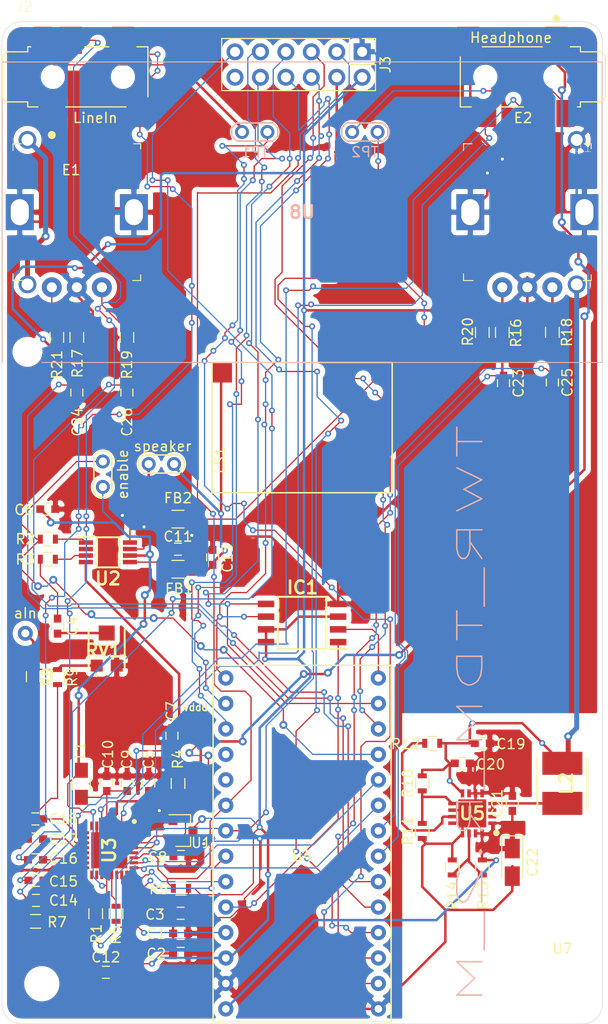
<source format=kicad_pcb>
(kicad_pcb (version 20171130) (host pcbnew "(5.1.2)-2")
  (layers (0 F.Cu signal) (31 B.Cu signal) (34 B.Paste user) (35 F.Paste user) (36 B.SilkS user) (37 F.SilkS user) (38 B.Mask user) (39 F.Mask user) (44 Edge.Cuts user))
  (net 0 "")
  (net 1 +3V3)
  (net 2 GND)
  (net 3 "Net-(C4-Pad1)")
  (net 4 "Net-(C5-Pad1)")
  (net 5 "Net-(C7-Pad1)")
  (net 6 "Net-(C8-Pad1)")
  (net 7 "Net-(C10-Pad1)")
  (net 8 /VO-)
  (net 9 "Net-(C12-Pad1)")
  (net 10 /VO+)
  (net 11 "Net-(C14-Pad1)")
  (net 12 MIC)
  (net 13 "Net-(C15-Pad1)")
  (net 14 LineInL)
  (net 15 "Net-(C16-Pad1)")
  (net 16 LineInR)
  (net 17 "Net-(C17-Pad1)")
  (net 18 "Net-(C17-Pad2)")
  (net 19 "Net-(C18-Pad1)")
  (net 20 "Net-(C18-Pad2)")
  (net 21 5.0V)
  (net 22 enc2a)
  (net 23 enc1a)
  (net 24 enc2b)
  (net 25 enc1b)
  (net 26 SCL)
  (net 27 "Net-(R3-Pad1)")
  (net 28 "Net-(R4-Pad1)")
  (net 29 SDA)
  (net 30 "Net-(R6-Pad1)")
  (net 31 MCLK)
  (net 32 ampIn)
  (net 33 "Net-(R10-Pad1)")
  (net 34 /ENABLE)
  (net 35 "Net-(R13-Pad1)")
  (net 36 "Net-(FB2-Pad1)")
  (net 37 "Net-(FB1-Pad1)")
  (net 38 DOUT)
  (net 39 DIN)
  (net 40 BCLK)
  (net 41 LRCLK)
  (net 42 HeadphoneL)
  (net 43 HeadphoneGND)
  (net 44 HeadphoneR)
  (net 45 "Net-(L2-PadP$2)")
  (net 46 oledDC)
  (net 47 oledRES)
  (net 48 SCK)
  (net 49 MOSI)
  (net 50 oledCS)
  (net 51 "Net-(E1-PadB)")
  (net 52 "Net-(E1-PadA)")
  (net 53 "Net-(E2-PadB)")
  (net 54 "Net-(E2-PadA)")
  (net 55 HeadphoneDisconnect)
  (net 56 LineInDisconnect)
  (net 57 battery)
  (net 58 MISO)
  (net 59 FlashCS)
  (net 60 "Net-(TP1-Pad2)")
  (net 61 "Net-(TP2-Pad2)")
  (net 62 gpioInterrupt)
  (net 63 "Net-(C4-Pad2)")
  (net 64 "Net-(U8-Pad1)")
  (net 65 "Net-(R2-Pad1)")
  (net 66 ampEnable)
  (module Measurement_Points:Test_Point_2Pads (layer F.Cu) (at 30.099 63.881 270)
    (fp_text reference enable (at 1.27 -2 90) (layer F.SilkS))
    (fp_text value LockAmpOn)
    (pad 1 thru_hole circle (at 0 0 270) (size 1.4 1.4) (drill 0.8128) (layers *.Cu *.Mask) (net 66 ampEnable))
    (pad 2 thru_hole circle (at 2.54 0 270) (size 1.4 1.4) (drill 0.8128) (layers *.Cu *.Mask) (net 1 +3V3))
  )
  (module Measurement_Points:Measurement_Point_Round-SMD-Pad_Small (layer F.Cu) (at 39.37 90.424)
    (fp_text reference vddd (at 0 -2) (layer F.SilkS) (effects (font (size 0.7 0.7))))
    (fp_text value codecVDDD)
    (pad 1 smd circle (at 0 0) (size 1.5 1.5) (layers F.Cu F.Mask) (net 6 "Net-(C8-Pad1)"))
  )
  (module Measurement_Points:Measurement_Point_Round-TH_Small (layer F.Cu) (at 22.352 81.026)
    (fp_text reference aIn (at 0 -2) (layer F.SilkS))
    (fp_text value AmpIn)
    (pad 1 thru_hole circle (at 0 0) (size 1.5 1.5) (drill 0.8) (layers *.Cu *.Mask) (net 32 ampIn))
  )
  (module Measurement_Points:Test_Point_2Pads (layer F.Cu) (at 37.211 64.135 180)
    (fp_text reference speaker (at 1.143 1.778) (layer F.SilkS))
    (fp_text value SpeakerPads)
    (pad 1 thru_hole circle (at 0 0 180) (size 1.4 1.4) (drill 0.8128) (layers *.Cu *.Mask) (net 10 /VO+))
    (pad 2 thru_hole circle (at 2.54 0 180) (size 1.4 1.4) (drill 0.8128) (layers *.Cu *.Mask) (net 8 /VO-))
  )
  (module SamacSys_Parts:TC33X-2_1 (layer F.Cu) (at 30.48 82.55)
    (fp_text reference RV1 (at -0.337 0.209) (layer F.SilkS) (effects (font (size 1.27 1.27) (thickness 0.254))))
    (fp_text value R_POT_TRIM_US hide)
    (pad 3 smd rect (at 1 1.7 90) (size 1.2 1.2) (layers F.Cu F.Paste F.Mask) (net 2 GND))
    (pad 2 smd rect (at 0 -1.55 90) (size 1.5 1.6) (layers F.Cu F.Paste F.Mask) (net 63 "Net-(C4-Pad2)"))
    (pad 1 smd rect (at -1 1.7 90) (size 1.2 1.2) (layers F.Cu F.Paste F.Mask) (net 32 ampIn))
  )
  (module SamacSys_Parts:QFN50P500X500X90-33N (layer F.Cu) (at 30.737 102.682 270)
    (fp_text reference U3 (at 0 0 90) (layer F.SilkS) (effects (font (size 1.27 1.27) (thickness 0.254))))
    (fp_text value SGTL5000 hide)
    (pad 33 smd rect (at 0 0 270) (size 3.6 3.6) (layers F.Cu F.Mask) (net 2 GND))
    (pad 32 smd rect (at -1.75 -2.45 270) (size 0.3 0.85) (layers F.Cu F.Paste F.Mask) (net 2 GND))
    (pad 31 smd rect (at -1.25 -2.45 270) (size 0.3 0.85) (layers F.Cu F.Paste F.Mask) (net 2 GND))
    (pad 30 smd rect (at -0.75 -2.45 270) (size 0.3 0.85) (layers F.Cu F.Paste F.Mask) (net 6 "Net-(C8-Pad1)"))
    (pad 29 smd rect (at -0.25 -2.45 270) (size 0.3 0.85) (layers F.Cu F.Paste F.Mask) (net 26 SCL))
    (pad 28 smd rect (at 0.25 -2.45 270) (size 0.3 0.85) (layers F.Cu F.Paste F.Mask))
    (pad 27 smd rect (at 0.75 -2.45 270) (size 0.3 0.85) (layers F.Cu F.Paste F.Mask) (net 29 SDA))
    (pad 26 smd rect (at 1.25 -2.45 270) (size 0.3 0.85) (layers F.Cu F.Paste F.Mask) (net 38 DOUT))
    (pad 25 smd rect (at 1.75 -2.45 270) (size 0.3 0.85) (layers F.Cu F.Paste F.Mask) (net 39 DIN))
    (pad 24 smd rect (at 2.45 -1.75) (size 0.3 0.85) (layers F.Cu F.Paste F.Mask) (net 40 BCLK))
    (pad 23 smd rect (at 2.45 -1.25) (size 0.3 0.85) (layers F.Cu F.Paste F.Mask) (net 41 LRCLK))
    (pad 22 smd rect (at 2.45 -0.75) (size 0.3 0.85) (layers F.Cu F.Paste F.Mask))
    (pad 21 smd rect (at 2.45 -0.25) (size 0.3 0.85) (layers F.Cu F.Paste F.Mask) (net 30 "Net-(R6-Pad1)"))
    (pad 20 smd rect (at 2.45 0.25) (size 0.3 0.85) (layers F.Cu F.Paste F.Mask) (net 1 +3V3))
    (pad 19 smd rect (at 2.45 0.75) (size 0.3 0.85) (layers F.Cu F.Paste F.Mask))
    (pad 18 smd rect (at 2.45 1.25) (size 0.3 0.85) (layers F.Cu F.Paste F.Mask))
    (pad 17 smd rect (at 2.45 1.75) (size 0.3 0.85) (layers F.Cu F.Paste F.Mask))
    (pad 16 smd rect (at 1.75 2.45 270) (size 0.3 0.85) (layers F.Cu F.Paste F.Mask) (net 9 "Net-(C12-Pad1)"))
    (pad 15 smd rect (at 1.25 2.45 270) (size 0.3 0.85) (layers F.Cu F.Paste F.Mask) (net 11 "Net-(C14-Pad1)"))
    (pad 14 smd rect (at 0.75 2.45 270) (size 0.3 0.85) (layers F.Cu F.Paste F.Mask) (net 13 "Net-(C15-Pad1)"))
    (pad 13 smd rect (at 0.25 2.45 270) (size 0.3 0.85) (layers F.Cu F.Paste F.Mask) (net 15 "Net-(C16-Pad1)"))
    (pad 12 smd rect (at -0.25 2.45 270) (size 0.3 0.85) (layers F.Cu F.Paste F.Mask) (net 17 "Net-(C17-Pad1)"))
    (pad 11 smd rect (at -0.75 2.45 270) (size 0.3 0.85) (layers F.Cu F.Paste F.Mask) (net 19 "Net-(C18-Pad1)"))
    (pad 10 smd rect (at -1.25 2.45 270) (size 0.3 0.85) (layers F.Cu F.Paste F.Mask) (net 5 "Net-(C7-Pad1)"))
    (pad 9 smd rect (at -1.75 2.45 270) (size 0.3 0.85) (layers F.Cu F.Paste F.Mask))
    (pad 8 smd rect (at -2.45 1.75) (size 0.3 0.85) (layers F.Cu F.Paste F.Mask))
    (pad 7 smd rect (at -2.45 1.25) (size 0.3 0.85) (layers F.Cu F.Paste F.Mask) (net 2 GND))
    (pad 6 smd rect (at -2.45 0.75) (size 0.3 0.85) (layers F.Cu F.Paste F.Mask) (net 42 HeadphoneL))
    (pad 5 smd rect (at -2.45 0.25) (size 0.3 0.85) (layers F.Cu F.Paste F.Mask) (net 7 "Net-(C10-Pad1)"))
    (pad 4 smd rect (at -2.45 -0.25) (size 0.3 0.85) (layers F.Cu F.Paste F.Mask) (net 43 HeadphoneGND))
    (pad 3 smd rect (at -2.45 -0.75) (size 0.3 0.85) (layers F.Cu F.Paste F.Mask) (net 2 GND))
    (pad 2 smd rect (at -2.45 -1.25) (size 0.3 0.85) (layers F.Cu F.Paste F.Mask) (net 44 HeadphoneR))
    (pad 1 smd rect (at -2.45 -1.75) (size 0.3 0.85) (layers F.Cu F.Paste F.Mask) (net 2 GND))
  )
  (module TO_SOT_Packages_SMD:SOT-23 (layer F.Cu) (at 38.1 100.711)
    (fp_text reference U1 (at 1.825 1.223 180) (layer F.SilkS))
    (fp_text value AP7313)
    (pad 2 smd rect (at -1 -0.95) (size 0.9 0.8) (layers F.Cu F.Paste F.Mask) (net 2 GND))
    (pad 3 smd rect (at -1 0.95) (size 0.9 0.8) (layers F.Cu F.Paste F.Mask) (net 6 "Net-(C8-Pad1)"))
    (pad 1 smd rect (at 1 0) (size 0.9 0.8) (layers F.Cu F.Paste F.Mask) (net 1 +3V3))
  )
  (module SamacSys_Parts:QFN65P400X400X100-17N (layer F.Cu) (at 67 99 180)
    (fp_text reference U5 (at 0 0 180) (layer F.SilkS) (effects (font (size 1.27 1.27) (thickness 0.254))))
    (fp_text value TPS61090RSAR hide)
    (pad 1 smd rect (at -2 -0.975 270) (size 0.35 0.8) (layers F.Cu F.Paste F.Mask) (net 21 5.0V))
    (pad 2 smd rect (at -2 -0.325 270) (size 0.35 0.8) (layers F.Cu F.Paste F.Mask))
    (pad 3 smd rect (at -2 0.325 270) (size 0.35 0.8) (layers F.Cu F.Paste F.Mask) (net 45 "Net-(L2-PadP$2)"))
    (pad 4 smd rect (at -2 0.975 270) (size 0.35 0.8) (layers F.Cu F.Paste F.Mask) (net 45 "Net-(L2-PadP$2)"))
    (pad 5 smd rect (at -0.975 2 180) (size 0.35 0.8) (layers F.Cu F.Paste F.Mask) (net 2 GND))
    (pad 6 smd rect (at -0.325 2 180) (size 0.35 0.8) (layers F.Cu F.Paste F.Mask) (net 2 GND))
    (pad 7 smd rect (at 0.325 2 180) (size 0.35 0.8) (layers F.Cu F.Paste F.Mask) (net 2 GND))
    (pad 8 smd rect (at 0.975 2 180) (size 0.35 0.8) (layers F.Cu F.Paste F.Mask) (net 57 battery))
    (pad 9 smd rect (at 2 0.975 270) (size 0.35 0.8) (layers F.Cu F.Paste F.Mask) (net 33 "Net-(R10-Pad1)"))
    (pad 10 smd rect (at 2 0.325 270) (size 0.35 0.8) (layers F.Cu F.Paste F.Mask) (net 2 GND))
    (pad 11 smd rect (at 2 -0.325 270) (size 0.35 0.8) (layers F.Cu F.Paste F.Mask) (net 34 /ENABLE))
    (pad 12 smd rect (at 2 -0.975 270) (size 0.35 0.8) (layers F.Cu F.Paste F.Mask))
    (pad 13 smd rect (at 0.975 -2 180) (size 0.35 0.8) (layers F.Cu F.Paste F.Mask) (net 2 GND))
    (pad 14 smd rect (at 0.325 -2 180) (size 0.35 0.8) (layers F.Cu F.Paste F.Mask) (net 35 "Net-(R13-Pad1)"))
    (pad 15 smd rect (at -0.325 -2 180) (size 0.35 0.8) (layers F.Cu F.Paste F.Mask) (net 21 5.0V))
    (pad 16 smd rect (at -0.975 -2 180) (size 0.35 0.8) (layers F.Cu F.Paste F.Mask) (net 21 5.0V))
    (pad 17 smd rect (at 0 0 180) (size 2.8 2.8) (layers F.Cu F.Mask) (net 2 GND))
  )
  (module Capacitors_Tantalum_SMD:CP_Tantalum_Case-A_EIA-3216-18_Reflow (layer F.Cu) (at 70.993 103.886 270)
    (fp_text reference C22 (at 0 -2.032 90) (layer F.SilkS))
    (fp_text value "100uF electrolytic")
    (pad 1 smd rect (at -1.375 0 270) (size 1.95 1.5) (layers F.Cu F.Paste F.Mask) (net 21 5.0V))
    (pad 2 smd rect (at 1.375 0 270) (size 1.95 1.5) (layers F.Cu F.Paste F.Mask) (net 2 GND))
  )
  (module Capacitors_SMD:C_0603 (layer F.Cu) (at 37.864001 110.968)
    (fp_text reference C1 (at -2.431001 0.032) (layer F.SilkS))
    (fp_text value 2.2uF)
    (pad 2 smd rect (at 0.75 0) (size 0.8 0.75) (layers F.Cu F.Paste F.Mask) (net 2 GND))
    (pad 1 smd rect (at -0.75 0) (size 0.8 0.75) (layers F.Cu F.Paste F.Mask) (net 1 +3V3))
  )
  (module Capacitors_SMD:C_0603 (layer F.Cu) (at 37.864 112.968)
    (fp_text reference C2 (at -2.431 0.032) (layer F.SilkS))
    (fp_text value 0.1uF)
    (pad 2 smd rect (at 0.75 0) (size 0.8 0.75) (layers F.Cu F.Paste F.Mask) (net 2 GND))
    (pad 1 smd rect (at -0.75 0) (size 0.8 0.75) (layers F.Cu F.Paste F.Mask) (net 1 +3V3))
  )
  (module Capacitors_SMD:C_0603 (layer F.Cu) (at 37.864 108.968)
    (fp_text reference C3 (at -2.558 0.125) (layer F.SilkS))
    (fp_text value 0.1uF)
    (pad 2 smd rect (at 0.75 0) (size 0.8 0.75) (layers F.Cu F.Paste F.Mask) (net 2 GND))
    (pad 1 smd rect (at -0.75 0) (size 0.8 0.75) (layers F.Cu F.Paste F.Mask) (net 1 +3V3))
  )
  (module Capacitors_SMD:C_0603 (layer F.Cu) (at 37 91.25 90)
    (fp_text reference C7 (at 2.477 -0.043 90) (layer F.SilkS))
    (fp_text value 0.15uF)
    (pad 2 smd rect (at 0.75 0 90) (size 0.8 0.75) (layers F.Cu F.Paste F.Mask) (net 2 GND))
    (pad 1 smd rect (at -0.75 0 90) (size 0.8 0.75) (layers F.Cu F.Paste F.Mask) (net 5 "Net-(C7-Pad1)"))
  )
  (module Capacitors_SMD:C_0603 (layer F.Cu) (at 37.893 103.298)
    (fp_text reference C8 (at -2.333 0.08) (layer F.SilkS))
    (fp_text value 2.2uF)
    (pad 2 smd rect (at 0.75 0) (size 0.8 0.75) (layers F.Cu F.Paste F.Mask) (net 2 GND))
    (pad 1 smd rect (at -0.75 0) (size 0.8 0.75) (layers F.Cu F.Paste F.Mask) (net 6 "Net-(C8-Pad1)"))
  )
  (module Capacitors_SMD:C_0603 (layer F.Cu) (at 32.527 96.011 90)
    (fp_text reference C9 (at 2.412 -0.015 90) (layer F.SilkS))
    (fp_text value 2.2uF)
    (pad 2 smd rect (at 0.75 0 90) (size 0.8 0.75) (layers F.Cu F.Paste F.Mask) (net 2 GND))
    (pad 1 smd rect (at -0.75 0 90) (size 0.8 0.75) (layers F.Cu F.Paste F.Mask) (net 7 "Net-(C10-Pad1)"))
  )
  (module Capacitors_SMD:C_0603 (layer F.Cu) (at 30.495 96.011 90)
    (fp_text reference C10 (at 2.92 0.112 90) (layer F.SilkS))
    (fp_text value 0.1uF)
    (pad 2 smd rect (at 0.75 0 90) (size 0.8 0.75) (layers F.Cu F.Paste F.Mask) (net 2 GND))
    (pad 1 smd rect (at -0.75 0 90) (size 0.8 0.75) (layers F.Cu F.Paste F.Mask) (net 7 "Net-(C10-Pad1)"))
  )
  (module Capacitors_SMD:C_0603 (layer F.Cu) (at 30.4 114.855)
    (fp_text reference C12 (at 0 -1.5) (layer F.SilkS))
    (fp_text value 2.2uF)
    (pad 2 smd rect (at 0.75 0) (size 0.8 0.75) (layers F.Cu F.Paste F.Mask) (net 2 GND))
    (pad 1 smd rect (at -0.75 0) (size 0.8 0.75) (layers F.Cu F.Paste F.Mask) (net 9 "Net-(C12-Pad1)"))
  )
  (module Capacitors_SMD:C_0603 (layer F.Cu) (at 23.415 107.682 180)
    (fp_text reference C14 (at -2.747 -0.014) (layer F.SilkS))
    (fp_text value 0.1uF)
    (pad 2 smd rect (at 0.75 0 180) (size 0.8 0.75) (layers F.Cu F.Paste F.Mask) (net 12 MIC))
    (pad 1 smd rect (at -0.75 0 180) (size 0.8 0.75) (layers F.Cu F.Paste F.Mask) (net 11 "Net-(C14-Pad1)"))
  )
  (module Capacitors_SMD:C_0603 (layer F.Cu) (at 23.368 103.632 180)
    (fp_text reference C16 (at -2.794 0.127) (layer F.SilkS))
    (fp_text value 2.2uF)
    (pad 2 smd rect (at 0.75 0 180) (size 0.8 0.75) (layers F.Cu F.Paste F.Mask) (net 16 LineInR))
    (pad 1 smd rect (at -0.75 0 180) (size 0.8 0.75) (layers F.Cu F.Paste F.Mask) (net 15 "Net-(C16-Pad1)"))
  )
  (module Capacitors_SMD:C_0603 (layer F.Cu) (at 23.368 101.555 180)
    (fp_text reference C17 (at -2.794 -0.045) (layer F.SilkS))
    (fp_text value 2.2uF)
    (pad 2 smd rect (at 0.75 0 180) (size 0.8 0.75) (layers F.Cu F.Paste F.Mask) (net 18 "Net-(C17-Pad2)"))
    (pad 1 smd rect (at -0.75 0 180) (size 0.8 0.75) (layers F.Cu F.Paste F.Mask) (net 17 "Net-(C17-Pad1)"))
  )
  (module Capacitors_SMD:C_0603 (layer F.Cu) (at 23.368 99.555 180)
    (fp_text reference C18 (at -2.794 -0.013) (layer F.SilkS))
    (fp_text value 2.2uF)
    (pad 2 smd rect (at 0.75 0 180) (size 0.8 0.75) (layers F.Cu F.Paste F.Mask) (net 20 "Net-(C18-Pad2)"))
    (pad 1 smd rect (at -0.75 0 180) (size 0.8 0.75) (layers F.Cu F.Paste F.Mask) (net 19 "Net-(C18-Pad1)"))
  )
  (module myLib:Teensy4 (layer F.Cu) (at 50 102 180)
    (fp_text reference U4 (at 0 -1.27 180) (layer F.SilkS))
    (fp_text value Teensy4)
    (pad GND thru_hole circle (at -7.62 -16.51 180) (size 1.524 1.524) (drill 0.762) (layers *.Cu *.Mask) (net 2 GND))
    (pad 0 thru_hole circle (at -7.62 -13.97 180) (size 1.524 1.524) (drill 0.762) (layers *.Cu *.Mask) (net 60 "Net-(TP1-Pad2)"))
    (pad Vin thru_hole circle (at 7.62 -16.51 180) (size 1.524 1.524) (drill 0.762) (layers *.Cu *.Mask) (net 21 5.0V))
    (pad GND thru_hole circle (at 7.62 -13.97 180) (size 1.524 1.524) (drill 0.762) (layers *.Cu *.Mask) (net 2 GND))
    (pad 3v3 thru_hole circle (at 7.62 -11.43 180) (size 1.524 1.524) (drill 0.762) (layers *.Cu *.Mask) (net 1 +3V3))
    (pad 23 thru_hole circle (at 7.62 -8.89 180) (size 1.524 1.524) (drill 0.762) (layers *.Cu *.Mask) (net 31 MCLK))
    (pad 22 thru_hole circle (at 7.62 -6.35 180) (size 1.524 1.524) (drill 0.762) (layers *.Cu *.Mask) (net 59 FlashCS))
    (pad 21 thru_hole circle (at 7.62 -3.81 180) (size 1.524 1.524) (drill 0.762) (layers *.Cu *.Mask) (net 40 BCLK))
    (pad 20 thru_hole circle (at 7.62 -1.27 180) (size 1.524 1.524) (drill 0.762) (layers *.Cu *.Mask) (net 41 LRCLK))
    (pad 19 thru_hole circle (at 7.62 1.27 180) (size 1.524 1.524) (drill 0.762) (layers *.Cu *.Mask) (net 26 SCL))
    (pad 18 thru_hole circle (at 7.62 3.81 180) (size 1.524 1.524) (drill 0.762) (layers *.Cu *.Mask) (net 29 SDA))
    (pad 17 thru_hole circle (at 7.62 6.35 180) (size 1.524 1.524) (drill 0.762) (layers *.Cu *.Mask))
    (pad 16 thru_hole circle (at 7.62 8.89 180) (size 1.524 1.524) (drill 0.762) (layers *.Cu *.Mask))
    (pad 15 thru_hole circle (at 7.62 11.43 180) (size 1.524 1.524) (drill 0.762) (layers *.Cu *.Mask) (net 46 oledDC))
    (pad 14 thru_hole circle (at 7.62 13.97 180) (size 1.524 1.524) (drill 0.762) (layers *.Cu *.Mask) (net 47 oledRES))
    (pad 13 thru_hole circle (at 7.62 16.51 180) (size 1.524 1.524) (drill 0.762) (layers *.Cu *.Mask) (net 48 SCK))
    (pad 12 thru_hole circle (at -7.62 16.51 180) (size 1.524 1.524) (drill 0.762) (layers *.Cu *.Mask) (net 58 MISO))
    (pad 11 thru_hole circle (at -7.62 13.97 180) (size 1.524 1.524) (drill 0.762) (layers *.Cu *.Mask) (net 49 MOSI))
    (pad 10 thru_hole circle (at -7.62 11.43 180) (size 1.524 1.524) (drill 0.762) (layers *.Cu *.Mask) (net 50 oledCS))
    (pad 9 thru_hole circle (at -7.62 8.89 180) (size 1.524 1.524) (drill 0.762) (layers *.Cu *.Mask) (net 66 ampEnable))
    (pad 8 thru_hole circle (at -7.62 6.35 180) (size 1.524 1.524) (drill 0.762) (layers *.Cu *.Mask) (net 38 DOUT))
    (pad 7 thru_hole circle (at -7.62 3.81 180) (size 1.524 1.524) (drill 0.762) (layers *.Cu *.Mask) (net 39 DIN))
    (pad 6 thru_hole circle (at -7.62 1.27 180) (size 1.524 1.524) (drill 0.762) (layers *.Cu *.Mask) (net 24 enc2b))
    (pad 5 thru_hole circle (at -7.62 -1.27 180) (size 1.524 1.524) (drill 0.762) (layers *.Cu *.Mask) (net 22 enc2a))
    (pad 4 thru_hole circle (at -7.62 -3.81 180) (size 1.524 1.524) (drill 0.762) (layers *.Cu *.Mask) (net 25 enc1b))
    (pad 3 thru_hole circle (at -7.62 -6.35 180) (size 1.524 1.524) (drill 0.762) (layers *.Cu *.Mask) (net 23 enc1a))
    (pad 2 thru_hole circle (at -7.62 -8.89 180) (size 1.524 1.524) (drill 0.762) (layers *.Cu *.Mask) (net 62 gpioInterrupt))
    (pad 1 thru_hole circle (at -7.62 -11.43 180) (size 1.524 1.524) (drill 0.762) (layers *.Cu *.Mask) (net 61 "Net-(TP2-Pad2)"))
  )
  (module SamacSys_Parts:1013 (layer B.Cu) (at 50 39)
    (fp_text reference U8 (at 0 0) (layer B.SilkS) (effects (font (size 1.27 1.27) (thickness 0.254)) (justify mirror)))
    (fp_text value 1013 hide)
    (pad 1 thru_hole circle (at -27.43 7.21) (size 1.785 1.785) (drill 1.19) (layers *.Cu *.Mask) (net 64 "Net-(U8-Pad1)"))
    (pad 2 thru_hole circle (at -27.43 -7.21) (size 1.785 1.785) (drill 1.19) (layers *.Cu *.Mask) (net 64 "Net-(U8-Pad1)"))
    (pad 3 thru_hole circle (at 27.43 -7.21) (size 1.785 1.785) (drill 1.19) (layers *.Cu *.Mask) (net 2 GND))
    (pad 4 thru_hole circle (at 27.43 7.21) (size 1.785 1.785) (drill 1.19) (layers *.Cu *.Mask) (net 57 battery))
    (pad 5 np_thru_hole circle (at -27.43 13.94) (size 1.98 0) (drill 1.98) (layers *.Cu *.Mask))
  )
  (module Resistors_SMD:R_0603 (layer F.Cu) (at 25.5 51.5 270)
    (fp_text reference R21 (at 2.729 -0.027 90) (layer F.SilkS))
    (fp_text value 10k)
    (pad 1 smd rect (at -0.75 0 270) (size 0.5 0.9) (layers F.Cu F.Paste F.Mask) (net 52 "Net-(E1-PadA)"))
    (pad 2 smd rect (at 0.75 0 270) (size 0.5 0.9) (layers F.Cu F.Paste F.Mask) (net 1 +3V3))
  )
  (module Resistors_SMD:R_0603 (layer F.Cu) (at 68 51 270)
    (fp_text reference R20 (at -0.073 1.452 90) (layer F.SilkS))
    (fp_text value 10k)
    (pad 1 smd rect (at -0.75 0 270) (size 0.5 0.9) (layers F.Cu F.Paste F.Mask) (net 54 "Net-(E2-PadA)"))
    (pad 2 smd rect (at 0.75 0 270) (size 0.5 0.9) (layers F.Cu F.Paste F.Mask) (net 1 +3V3))
  )
  (module Resistors_SMD:R_0603 (layer F.Cu) (at 32.5 51.5 270)
    (fp_text reference R19 (at 2.729 -0.012 90) (layer F.SilkS))
    (fp_text value 10k)
    (pad 1 smd rect (at -0.75 0 270) (size 0.5 0.9) (layers F.Cu F.Paste F.Mask) (net 51 "Net-(E1-PadB)"))
    (pad 2 smd rect (at 0.75 0 270) (size 0.5 0.9) (layers F.Cu F.Paste F.Mask) (net 25 enc1b))
  )
  (module Resistors_SMD:R_0603 (layer F.Cu) (at 75 50.99 270)
    (fp_text reference R18 (at 0 -1.45 90) (layer F.SilkS))
    (fp_text value 10k)
    (pad 1 smd rect (at -0.75 0 270) (size 0.5 0.9) (layers F.Cu F.Paste F.Mask) (net 53 "Net-(E2-PadB)"))
    (pad 2 smd rect (at 0.75 0 270) (size 0.5 0.9) (layers F.Cu F.Paste F.Mask) (net 24 enc2b))
  )
  (module Resistors_SMD:R_0603 (layer F.Cu) (at 27.5 51.5 270)
    (fp_text reference R17 (at 2.602 -0.059 90) (layer F.SilkS))
    (fp_text value 10k)
    (pad 1 smd rect (at -0.75 0 270) (size 0.5 0.9) (layers F.Cu F.Paste F.Mask) (net 52 "Net-(E1-PadA)"))
    (pad 2 smd rect (at 0.75 0 270) (size 0.5 0.9) (layers F.Cu F.Paste F.Mask) (net 23 enc1a))
  )
  (module Resistors_SMD:R_0603 (layer F.Cu) (at 70 51 270)
    (fp_text reference R16 (at 0.054 -1.374 90) (layer F.SilkS))
    (fp_text value 10k)
    (pad 1 smd rect (at -0.75 0 270) (size 0.5 0.9) (layers F.Cu F.Paste F.Mask) (net 54 "Net-(E2-PadA)"))
    (pad 2 smd rect (at 0.75 0 270) (size 0.5 0.9) (layers F.Cu F.Paste F.Mask) (net 22 enc2a))
  )
  (module Resistors_SMD:R_0603 (layer F.Cu) (at 65 104.394 270)
    (fp_text reference R14 (at 2.794 -0.024 90) (layer F.SilkS))
    (fp_text value 200K)
    (pad 1 smd rect (at -0.75 0 270) (size 0.5 0.9) (layers F.Cu F.Paste F.Mask) (net 2 GND))
    (pad 2 smd rect (at 0.75 0 270) (size 0.5 0.9) (layers F.Cu F.Paste F.Mask) (net 35 "Net-(R13-Pad1)"))
  )
  (module Resistors_SMD:R_0603 (layer F.Cu) (at 68 104.394 90)
    (fp_text reference R13 (at -2.794 0.072 90) (layer F.SilkS))
    (fp_text value 1.87M)
    (pad 1 smd rect (at -0.75 0 90) (size 0.5 0.9) (layers F.Cu F.Paste F.Mask) (net 35 "Net-(R13-Pad1)"))
    (pad 2 smd rect (at 0.75 0 90) (size 0.5 0.9) (layers F.Cu F.Paste F.Mask) (net 21 5.0V))
  )
  (module Resistors_SMD:R_0603 (layer F.Cu) (at 63 92 180)
    (fp_text reference R12 (at 2.675 -0.075) (layer F.SilkS))
    (fp_text value 340K)
    (pad 1 smd rect (at -0.75 0 180) (size 0.5 0.9) (layers F.Cu F.Paste F.Mask) (net 57 battery))
    (pad 2 smd rect (at 0.75 0 180) (size 0.5 0.9) (layers F.Cu F.Paste F.Mask) (net 34 /ENABLE))
  )
  (module Resistors_SMD:R_0603 (layer F.Cu) (at 62 100.75 90)
    (fp_text reference R11 (at 0 -1.45 90) (layer F.SilkS))
    (fp_text value 340K)
    (pad 1 smd rect (at -0.75 0 90) (size 0.5 0.9) (layers F.Cu F.Paste F.Mask) (net 2 GND))
    (pad 2 smd rect (at 0.75 0 90) (size 0.5 0.9) (layers F.Cu F.Paste F.Mask) (net 33 "Net-(R10-Pad1)"))
  )
  (module Resistors_SMD:R_0603 (layer F.Cu) (at 62 96 90)
    (fp_text reference R10 (at 0 -1.45 90) (layer F.SilkS))
    (fp_text value 1.87M)
    (pad 1 smd rect (at -0.75 0 90) (size 0.5 0.9) (layers F.Cu F.Paste F.Mask) (net 33 "Net-(R10-Pad1)"))
    (pad 2 smd rect (at 0.75 0 90) (size 0.5 0.9) (layers F.Cu F.Paste F.Mask) (net 57 battery))
  )
  (module Resistors_SMD:R_0603 (layer F.Cu) (at 25.574 85.391 270)
    (fp_text reference R9 (at 0 -1.45 90) (layer F.SilkS))
    (fp_text value 10k)
    (pad 1 smd rect (at -0.75 0 270) (size 0.5 0.9) (layers F.Cu F.Paste F.Mask) (net 32 ampIn))
    (pad 2 smd rect (at 0.75 0 270) (size 0.5 0.9) (layers F.Cu F.Paste F.Mask) (net 20 "Net-(C18-Pad2)"))
  )
  (module Resistors_SMD:R_0603 (layer F.Cu) (at 23.142 85.365 270)
    (fp_text reference R8 (at 0 -1.45 90) (layer F.SilkS))
    (fp_text value 10k)
    (pad 1 smd rect (at -0.75 0 270) (size 0.5 0.9) (layers F.Cu F.Paste F.Mask) (net 32 ampIn))
    (pad 2 smd rect (at 0.75 0 270) (size 0.5 0.9) (layers F.Cu F.Paste F.Mask) (net 18 "Net-(C17-Pad2)"))
  )
  (module Resistors_SMD:R_0603 (layer F.Cu) (at 23.368 109.775)
    (fp_text reference R7 (at 2.159 0.08) (layer F.SilkS))
    (fp_text value 2.2k)
    (pad 1 smd rect (at -0.75 0) (size 0.5 0.9) (layers F.Cu F.Paste F.Mask) (net 12 MIC))
    (pad 2 smd rect (at 0.75 0) (size 0.5 0.9) (layers F.Cu F.Paste F.Mask) (net 9 "Net-(C12-Pad1)"))
  )
  (module Resistors_SMD:R_0603 (layer F.Cu) (at 31.416 109.013 270)
    (fp_text reference R6 (at 2.112 0.047 90) (layer F.SilkS))
    (fp_text value 100)
    (pad 1 smd rect (at -0.75 0 270) (size 0.5 0.9) (layers F.Cu F.Paste F.Mask) (net 30 "Net-(R6-Pad1)"))
    (pad 2 smd rect (at 0.75 0 270) (size 0.5 0.9) (layers F.Cu F.Paste F.Mask) (net 31 MCLK))
  )
  (module Resistors_SMD:R_0603 (layer F.Cu) (at 37.893 106.473 180)
    (fp_text reference R5 (at 2.206 -0.08) (layer F.SilkS))
    (fp_text value 2.2k)
    (pad 1 smd rect (at -0.75 0 180) (size 0.5 0.9) (layers F.Cu F.Paste F.Mask) (net 1 +3V3))
    (pad 2 smd rect (at 0.75 0 180) (size 0.5 0.9) (layers F.Cu F.Paste F.Mask) (net 29 SDA))
  )
  (module Resistors_SMD:R_0603 (layer F.Cu) (at 37.607 96.011 270)
    (fp_text reference R4 (at -2.412 0.015 90) (layer F.SilkS))
    (fp_text value 100)
    (pad 1 smd rect (at -0.75 0 270) (size 0.5 0.9) (layers F.Cu F.Paste F.Mask) (net 28 "Net-(R4-Pad1)"))
    (pad 2 smd rect (at 0.75 0 270) (size 0.5 0.9) (layers F.Cu F.Paste F.Mask) (net 4 "Net-(C5-Pad1)"))
  )
  (module Resistors_SMD:R_0603 (layer F.Cu) (at 24.603 73.635 180)
    (fp_text reference R3 (at 2.251 -0.025) (layer F.SilkS))
    (fp_text value 100)
    (pad 1 smd rect (at -0.75 0 180) (size 0.5 0.9) (layers F.Cu F.Paste F.Mask) (net 27 "Net-(R3-Pad1)"))
    (pad 2 smd rect (at 0.75 0 180) (size 0.5 0.9) (layers F.Cu F.Paste F.Mask) (net 3 "Net-(C4-Pad1)"))
  )
  (module Resistors_SMD:R_0603 (layer F.Cu) (at 24.603 71.635 180)
    (fp_text reference R2 (at 2.251 0.007) (layer F.SilkS))
    (fp_text value 10k)
    (pad 1 smd rect (at -0.75 0 180) (size 0.5 0.9) (layers F.Cu F.Paste F.Mask) (net 65 "Net-(R2-Pad1)"))
    (pad 2 smd rect (at 0.75 0 180) (size 0.5 0.9) (layers F.Cu F.Paste F.Mask) (net 66 ampEnable))
  )
  (module Resistors_SMD:R_0603 (layer F.Cu) (at 29.384 109.013 270)
    (fp_text reference R1 (at 1.985 -0.08 90) (layer F.SilkS))
    (fp_text value 2.2k)
    (pad 1 smd rect (at -0.75 0 270) (size 0.5 0.9) (layers F.Cu F.Paste F.Mask) (net 1 +3V3))
    (pad 2 smd rect (at 0.75 0 270) (size 0.5 0.9) (layers F.Cu F.Paste F.Mask) (net 26 SCL))
  )
  (module Capacitors_SMD:C_0603 (layer F.Cu) (at 32.5 57 270)
    (fp_text reference C26 (at 2.944 -0.012 90) (layer F.SilkS))
    (fp_text value 0.1uF)
    (pad 1 smd rect (at -0.75 0 270) (size 0.8 0.75) (layers F.Cu F.Paste F.Mask) (net 25 enc1b))
    (pad 2 smd rect (at 0.75 0 270) (size 0.8 0.75) (layers F.Cu F.Paste F.Mask) (net 2 GND))
  )
  (module Capacitors_SMD:C_0603 (layer F.Cu) (at 75 56 270)
    (fp_text reference C25 (at 0 -1.5 90) (layer F.SilkS))
    (fp_text value 0.1uF)
    (pad 1 smd rect (at -0.75 0 270) (size 0.8 0.75) (layers F.Cu F.Paste F.Mask) (net 24 enc2b))
    (pad 2 smd rect (at 0.75 0 270) (size 0.8 0.75) (layers F.Cu F.Paste F.Mask) (net 2 GND))
  )
  (module Capacitors_SMD:C_0603 (layer F.Cu) (at 27.5 57 270)
    (fp_text reference C24 (at 2.944 -0.059 90) (layer F.SilkS))
    (fp_text value 0.1uF)
    (pad 1 smd rect (at -0.75 0 270) (size 0.8 0.75) (layers F.Cu F.Paste F.Mask) (net 23 enc1a))
    (pad 2 smd rect (at 0.75 0 270) (size 0.8 0.75) (layers F.Cu F.Paste F.Mask) (net 2 GND))
  )
  (module Capacitors_SMD:C_0603 (layer F.Cu) (at 70.12 56.07 270)
    (fp_text reference C23 (at 0 -1.5 90) (layer F.SilkS))
    (fp_text value 0.1uF)
    (pad 1 smd rect (at -0.75 0 270) (size 0.8 0.75) (layers F.Cu F.Paste F.Mask) (net 22 enc2a))
    (pad 2 smd rect (at 0.75 0 270) (size 0.8 0.75) (layers F.Cu F.Paste F.Mask) (net 2 GND))
  )
  (module Capacitors_SMD:C_0603 (layer F.Cu) (at 71 98 90)
    (fp_text reference C21 (at 0 -1.5 90) (layer F.SilkS))
    (fp_text value 2.2uF)
    (pad 2 smd rect (at 0.75 0 90) (size 0.8 0.75) (layers F.Cu F.Paste F.Mask) (net 2 GND))
    (pad 1 smd rect (at -0.75 0 90) (size 0.8 0.75) (layers F.Cu F.Paste F.Mask) (net 21 5.0V))
  )
  (module Capacitors_SMD:C_0603 (layer F.Cu) (at 66 94)
    (fp_text reference C20 (at 2.834 0.107) (layer F.SilkS))
    (fp_text value 0.1uF)
    (pad 2 smd rect (at 0.75 0) (size 0.8 0.75) (layers F.Cu F.Paste F.Mask) (net 2 GND))
    (pad 1 smd rect (at -0.75 0) (size 0.8 0.75) (layers F.Cu F.Paste F.Mask) (net 57 battery))
  )
  (module Capacitors_SMD:C_0603 (layer F.Cu) (at 68 92)
    (fp_text reference C19 (at 2.866 0.075) (layer F.SilkS))
    (fp_text value 10uF)
    (pad 2 smd rect (at 0.75 0) (size 0.8 0.75) (layers F.Cu F.Paste F.Mask) (net 2 GND))
    (pad 1 smd rect (at -0.75 0) (size 0.8 0.75) (layers F.Cu F.Paste F.Mask) (net 57 battery))
  )
  (module Capacitors_SMD:C_0603 (layer F.Cu) (at 23.415 105.682 180)
    (fp_text reference C15 (at -2.747 -0.109) (layer F.SilkS))
    (fp_text value 2.2uF)
    (pad 2 smd rect (at 0.75 0 180) (size 0.8 0.75) (layers F.Cu F.Paste F.Mask) (net 14 LineInL))
    (pad 1 smd rect (at -0.75 0 180) (size 0.8 0.75) (layers F.Cu F.Paste F.Mask) (net 13 "Net-(C15-Pad1)"))
  )
  (module Capacitors_SMD:C_0603 (layer F.Cu) (at 41.068 73.453 90)
    (fp_text reference C13 (at -0.08 1.477 90) (layer F.SilkS))
    (fp_text value 220pF)
    (pad 2 smd rect (at 0.75 0 90) (size 0.8 0.75) (layers F.Cu F.Paste F.Mask) (net 2 GND))
    (pad 1 smd rect (at -0.75 0 90) (size 0.8 0.75) (layers F.Cu F.Paste F.Mask) (net 10 /VO+))
  )
  (module Capacitors_SMD:C_0603 (layer F.Cu) (at 37.603 72.635)
    (fp_text reference C11 (at 0 -1.261) (layer F.SilkS))
    (fp_text value 220pF)
    (pad 2 smd rect (at 0.75 0) (size 0.8 0.75) (layers F.Cu F.Paste F.Mask) (net 2 GND))
    (pad 1 smd rect (at -0.75 0) (size 0.8 0.75) (layers F.Cu F.Paste F.Mask) (net 8 /VO-))
  )
  (module Capacitors_SMD:C_0603 (layer F.Cu) (at 24.603 68.635)
    (fp_text reference C6 (at -2.378 0.072) (layer F.SilkS))
    (fp_text value 10uF)
    (pad 2 smd rect (at 0.75 0) (size 0.8 0.75) (layers F.Cu F.Paste F.Mask) (net 2 GND))
    (pad 1 smd rect (at -0.75 0) (size 0.8 0.75) (layers F.Cu F.Paste F.Mask) (net 1 +3V3))
  )
  (module Capacitors_SMD:C_0603 (layer F.Cu) (at 34.686 96.011 90)
    (fp_text reference C5 (at 2.412 -0.015 90) (layer F.SilkS))
    (fp_text value 1uF)
    (pad 2 smd rect (at 0.75 0 90) (size 0.8 0.75) (layers F.Cu F.Paste F.Mask) (net 2 GND))
    (pad 1 smd rect (at -0.75 0 90) (size 0.8 0.75) (layers F.Cu F.Paste F.Mask) (net 4 "Net-(C5-Pad1)"))
  )
  (module Capacitors_SMD:C_0603 (layer F.Cu) (at 25.574 80.311 270)
    (fp_text reference C4 (at 0 -1.5 90) (layer F.SilkS))
    (fp_text value 1uF)
    (pad 2 smd rect (at 0.75 0 270) (size 0.8 0.75) (layers F.Cu F.Paste F.Mask) (net 63 "Net-(C4-Pad2)"))
    (pad 1 smd rect (at -0.75 0 270) (size 0.8 0.75) (layers F.Cu F.Paste F.Mask) (net 3 "Net-(C4-Pad1)"))
  )
  (module Connector_PinHeader_2.54mm:PinHeader_2x06_P2.54mm_Vertical (layer F.Cu) (at 56 23 270)
    (fp_text reference J3 (at 1.27 -2.33 90) (layer F.SilkS))
    (fp_text value Conn_02x06_Top_Bottom)
    (pad 12 thru_hole oval (at 2.54 12.7 270) (size 1.7 1.7) (drill 1) (layers *.Cu *.Mask))
    (pad 11 thru_hole oval (at 0 12.7 270) (size 1.7 1.7) (drill 1) (layers *.Cu *.Mask) (net 12 MIC))
    (pad 10 thru_hole oval (at 2.54 10.16 270) (size 1.7 1.7) (drill 1) (layers *.Cu *.Mask) (net 47 oledRES))
    (pad 9 thru_hole oval (at 0 10.16 270) (size 1.7 1.7) (drill 1) (layers *.Cu *.Mask) (net 46 oledDC))
    (pad 8 thru_hole oval (at 2.54 7.62 270) (size 1.7 1.7) (drill 1) (layers *.Cu *.Mask) (net 48 SCK))
    (pad 7 thru_hole oval (at 0 7.62 270) (size 1.7 1.7) (drill 1) (layers *.Cu *.Mask) (net 49 MOSI))
    (pad 6 thru_hole oval (at 2.54 5.08 270) (size 1.7 1.7) (drill 1) (layers *.Cu *.Mask) (net 62 gpioInterrupt))
    (pad 5 thru_hole oval (at 0 5.08 270) (size 1.7 1.7) (drill 1) (layers *.Cu *.Mask) (net 50 oledCS))
    (pad 4 thru_hole oval (at 2.54 2.54 270) (size 1.7 1.7) (drill 1) (layers *.Cu *.Mask) (net 26 SCL))
    (pad 3 thru_hole oval (at 0 2.54 270) (size 1.7 1.7) (drill 1) (layers *.Cu *.Mask) (net 29 SDA))
    (pad 2 thru_hole oval (at 2.54 0 270) (size 1.7 1.7) (drill 1) (layers *.Cu *.Mask) (net 1 +3V3))
    (pad 1 thru_hole rect (at 0 0 270) (size 1.7 1.7) (drill 1) (layers *.Cu *.Mask) (net 2 GND))
  )
  (module Measurement_Points:Test_Point_2Pads (layer B.Cu) (at 55 31)
    (fp_text reference TP2 (at 1.27 2) (layer B.SilkS) (effects (justify mirror)))
    (fp_text value hpDC)
    (pad 1 thru_hole circle (at 0 0) (size 1.4 1.4) (drill 0.8128) (layers *.Cu *.Mask) (net 55 HeadphoneDisconnect))
    (pad 2 thru_hole circle (at 2.54 0) (size 1.4 1.4) (drill 0.8128) (layers *.Cu *.Mask) (net 61 "Net-(TP2-Pad2)"))
  )
  (module Measurement_Points:Test_Point_2Pads (layer B.Cu) (at 44 31)
    (fp_text reference TP1 (at 1.27 2) (layer B.SilkS) (effects (justify mirror)))
    (fp_text value liDC)
    (pad 1 thru_hole circle (at 0 0) (size 1.4 1.4) (drill 0.8128) (layers *.Cu *.Mask) (net 56 LineInDisconnect))
    (pad 2 thru_hole circle (at 2.54 0) (size 1.4 1.4) (drill 0.8128) (layers *.Cu *.Mask) (net 60 "Net-(TP1-Pad2)"))
  )
  (module SamacSys_Parts:SOIC127P790X216-8N (layer F.Cu) (at 50 80 180)
    (fp_text reference IC1 (at -0.038 3.546) (layer F.SilkS) (effects (font (size 1.27 1.27) (thickness 0.254))))
    (fp_text value W25Q128JVSIQ hide)
    (pad 8 smd rect (at 3.6 -1.905 270) (size 0.65 1.65) (layers F.Cu F.Paste F.Mask) (net 1 +3V3))
    (pad 7 smd rect (at 3.6 -0.635 270) (size 0.65 1.65) (layers F.Cu F.Paste F.Mask) (net 1 +3V3))
    (pad 6 smd rect (at 3.6 0.635 270) (size 0.65 1.65) (layers F.Cu F.Paste F.Mask) (net 48 SCK))
    (pad 5 smd rect (at 3.6 1.905 270) (size 0.65 1.65) (layers F.Cu F.Paste F.Mask) (net 49 MOSI))
    (pad 4 smd rect (at -3.6 1.905 270) (size 0.65 1.65) (layers F.Cu F.Paste F.Mask) (net 2 GND))
    (pad 3 smd rect (at -3.6 0.635 270) (size 0.65 1.65) (layers F.Cu F.Paste F.Mask) (net 1 +3V3))
    (pad 2 smd rect (at -3.6 -0.635 270) (size 0.65 1.65) (layers F.Cu F.Paste F.Mask) (net 58 MISO))
    (pad 1 smd rect (at -3.6 -1.905 270) (size 0.65 1.65) (layers F.Cu F.Paste F.Mask) (net 59 FlashCS))
  )
  (module myLib:Rotary_Encoder_PEC11R (layer F.Cu) (at 27.5 39)
    (fp_text reference E1 (at -0.576 -4.202) (layer F.SilkS))
    (fp_text value ENC)
    (pad 3 thru_hole rect (at -5.7 0) (size 2.8 3.6) (drill oval 1.8 2.6) (layers *.Cu *.Mask) (net 2 GND))
    (pad 3 thru_hole rect (at 5.7 0) (size 2.8 3.6) (drill oval 1.8 2.6) (layers *.Cu *.Mask) (net 2 GND))
    (pad A thru_hole circle (at -2.5 7.5) (size 2 2) (drill 1) (layers *.Cu *.Mask) (net 52 "Net-(E1-PadA)"))
    (pad C thru_hole circle (at 0 7.5) (size 2 2) (drill 1) (layers *.Cu *.Mask) (net 2 GND))
    (pad B thru_hole circle (at 2.5 7.5) (size 2 2) (drill 1) (layers *.Cu *.Mask) (net 51 "Net-(E1-PadB)"))
  )
  (module myLib:Rotary_Encoder_PEC11R (layer F.Cu) (at 72.5 39)
    (fp_text reference E2 (at -0.425 -9.4) (layer F.SilkS))
    (fp_text value ENC)
    (pad 3 thru_hole rect (at -5.7 0) (size 2.8 3.6) (drill oval 1.8 2.6) (layers *.Cu *.Mask) (net 2 GND))
    (pad 3 thru_hole rect (at 5.7 0) (size 2.8 3.6) (drill oval 1.8 2.6) (layers *.Cu *.Mask) (net 2 GND))
    (pad A thru_hole circle (at -2.5 7.5) (size 2 2) (drill 1) (layers *.Cu *.Mask) (net 54 "Net-(E2-PadA)"))
    (pad C thru_hole circle (at 0 7.5) (size 2 2) (drill 1) (layers *.Cu *.Mask) (net 2 GND))
    (pad B thru_hole circle (at 2.5 7.5) (size 2 2) (drill 1) (layers *.Cu *.Mask) (net 53 "Net-(E2-PadB)"))
  )
  (module Mounting_Holes:MountingHole_2.5mm (layer F.Cu) (at 76 116)
    (fp_text reference U7 (at 0 -3.5) (layer F.SilkS))
    (fp_text value MOUNTINGHOLE2.5)
    (pad 1 np_thru_hole circle (at 0 0) (size 2.5 2.5) (drill 2.5) (layers *.Cu *.Mask))
  )
  (module Mounting_Holes:MountingHole_2.5mm (layer F.Cu) (at 24 116)
    (fp_text reference U6 (at 0.13 -0.049) (layer F.SilkS))
    (fp_text value MOUNTINGHOLE2.5)
    (pad 1 np_thru_hole circle (at 0 0) (size 2.5 2.5) (drill 2.5) (layers *.Cu *.Mask))
  )
  (module Inductors_SMD:L_0805_HandSoldering (layer F.Cu) (at 27.955 96.042999 270)
    (fp_text reference L1 (at -3.332999 0.142 90) (layer F.SilkS))
    (fp_text value "Ferrite 600")
    (pad 1 smd rect (at -1.35 0 270) (size 1.5 1.3) (layers F.Cu F.Paste F.Mask) (net 1 +3V3))
    (pad 2 smd rect (at 1.35 0 270) (size 1.5 1.3) (layers F.Cu F.Paste F.Mask) (net 7 "Net-(C10-Pad1)"))
  )
  (module Inductors_SMD:L_0805_HandSoldering (layer F.Cu) (at 37.603 69.635)
    (fp_text reference FB2 (at 0 -2.1) (layer F.SilkS))
    (fp_text value Ferrite)
    (pad 1 smd rect (at -1.35 0) (size 1.5 1.3) (layers F.Cu F.Paste F.Mask) (net 36 "Net-(FB2-Pad1)"))
    (pad 2 smd rect (at 1.35 0) (size 1.5 1.3) (layers F.Cu F.Paste F.Mask) (net 8 /VO-))
  )
  (module Inductors_SMD:L_0805_HandSoldering (layer F.Cu) (at 37.603 74.635)
    (fp_text reference FB1 (at 0.116 1.946) (layer F.SilkS))
    (fp_text value Ferrite)
    (pad 1 smd rect (at -1.35 0) (size 1.5 1.3) (layers F.Cu F.Paste F.Mask) (net 37 "Net-(FB1-Pad1)"))
    (pad 2 smd rect (at 1.35 0) (size 1.5 1.3) (layers F.Cu F.Paste F.Mask) (net 10 /VO+))
  )
  (module SJ2-35043C-SMT-TR:CUI_SJ2-35043C-SMT-TR (layer F.Cu) (at 28.6 25.5)
    (fp_text reference J2 (at -6.36158 -6.99774) (layer F.SilkS) (effects (font (size 1.00183 1.00183) (thickness 0.05))))
    (fp_text value LineIn (at 0.737 4.091) (layer F.SilkS) (effects (font (size 1.00054 1.00054))))
    (pad Hole np_thru_hole circle (at -3.5 0) (size 1.4 1.4) (drill 1.4) (layers *.Cu *.Mask F.SilkS))
    (pad Hole np_thru_hole circle (at 3.5 0) (size 1.4 1.4) (drill 1.4) (layers *.Cu *.Mask F.SilkS))
    (pad 3 smd rect (at -1.7 -3.65) (size 2.2 2.7) (layers F.Cu F.Paste F.Mask) (net 14 LineInL))
    (pad 4 smd rect (at 3.5 -3.65) (size 2.2 2.7) (layers F.Cu F.Paste F.Mask) (net 16 LineInR))
    (pad 1 smd rect (at -3.6 3.65) (size 2.2 2.7) (layers F.Cu F.Paste F.Mask) (net 2 GND))
    (pad 2 smd rect (at 5.2 3.65) (size 2.2 2.7) (layers F.Cu F.Paste F.Mask) (net 16 LineInR))
    (pad 11 smd rect (at -4.5 -3.65) (size 1.8 2.7) (layers F.Cu F.Paste F.Mask) (net 56 LineInDisconnect))
  )
  (module SJ2-35043C-SMT-TR:CUI_SJ2-35043C-SMT-TR (layer F.Cu) (at 71.8 25.5 180)
    (fp_text reference J1 (at -6.36158 -6.99774) (layer F.SilkS) (effects (font (size 1.00183 1.00183) (thickness 0.05))))
    (fp_text value Headphone (at 0.934 3.91) (layer F.SilkS) (effects (font (size 1.00054 1.00054))))
    (pad Hole np_thru_hole circle (at -3.5 0 180) (size 1.4 1.4) (drill 1.4) (layers *.Cu *.Mask F.SilkS))
    (pad Hole np_thru_hole circle (at 3.5 0 180) (size 1.4 1.4) (drill 1.4) (layers *.Cu *.Mask F.SilkS))
    (pad 3 smd rect (at -1.7 -3.65 180) (size 2.2 2.7) (layers F.Cu F.Paste F.Mask) (net 42 HeadphoneL))
    (pad 4 smd rect (at 3.5 -3.65 180) (size 2.2 2.7) (layers F.Cu F.Paste F.Mask) (net 44 HeadphoneR))
    (pad 1 smd rect (at -3.6 3.65 180) (size 2.2 2.7) (layers F.Cu F.Paste F.Mask) (net 43 HeadphoneGND))
    (pad 2 smd rect (at 5.2 3.65 180) (size 2.2 2.7) (layers F.Cu F.Paste F.Mask) (net 44 HeadphoneR))
    (pad 11 smd rect (at -4.5 -3.65 180) (size 1.8 2.7) (layers F.Cu F.Paste F.Mask) (net 55 HeadphoneDisconnect))
  )
  (module SamacSys_Parts:INDPM5050X450N (layer F.Cu) (at 76 96 270)
    (fp_text reference L2 (at 0 -0.39 90) (layer F.SilkS) (effects (font (size 1.27 1.27) (thickness 0.254))))
    (fp_text value VLC5045-6.8uH hide)
    (pad P$2 smd rect (at 2 0 270) (size 2.3 4) (layers F.Cu F.Paste F.Mask) (net 45 "Net-(L2-PadP$2)"))
    (pad P$1 smd rect (at -2 0 270) (size 2.3 4) (layers F.Cu F.Paste F.Mask) (net 57 battery))
  )
  (module myLib:CMS-18138A-SP (layer F.Cu) (at 48 58 90)
    (fp_text reference LS1 (at -5.754 -6.217 90) (layer F.SilkS))
    (fp_text value Speaker)
    (pad 2 smd rect (at 3 10 90) (size 2 2) (layers F.Cu F.Paste F.Mask) (net 8 /VO-))
    (pad 1 smd rect (at 3 -6 90) (size 2 2) (layers F.Cu F.Paste F.Mask) (net 10 /VO+))
  )
  (module SamacSys_Parts:SOP65P490X110-8N (layer F.Cu) (at 30.603 72.945)
    (fp_text reference U2 (at 0.004 2.62) (layer F.SilkS) (effects (font (size 1.27 1.27) (thickness 0.254))))
    (fp_text value PAM8302AASCR hide)
    (pad 8 smd rect (at 2.2 -0.975 90) (size 0.45 1.4) (layers F.Cu F.Paste F.Mask) (net 36 "Net-(FB2-Pad1)"))
    (pad 7 smd rect (at 2.2 -0.325 90) (size 0.45 1.4) (layers F.Cu F.Paste F.Mask) (net 2 GND))
    (pad 6 smd rect (at 2.2 0.325 90) (size 0.45 1.4) (layers F.Cu F.Paste F.Mask) (net 1 +3V3))
    (pad 5 smd rect (at 2.2 0.975 90) (size 0.45 1.4) (layers F.Cu F.Paste F.Mask) (net 37 "Net-(FB1-Pad1)"))
    (pad 4 smd rect (at -2.2 0.975 90) (size 0.45 1.4) (layers F.Cu F.Paste F.Mask) (net 28 "Net-(R4-Pad1)"))
    (pad 3 smd rect (at -2.2 0.325 90) (size 0.45 1.4) (layers F.Cu F.Paste F.Mask) (net 27 "Net-(R3-Pad1)"))
    (pad 2 smd rect (at -2.2 -0.325 90) (size 0.45 1.4) (layers F.Cu F.Paste F.Mask))
    (pad 1 smd rect (at -2.2 -0.975 90) (size 0.45 1.4) (layers F.Cu F.Paste F.Mask) (net 65 "Net-(R2-Pad1)"))
  )
  (gr_text TWR_TDM_R.2_M (at 66.802 89.154 90) (layer B.SilkS) (effects (font (size 2.5 5)) (justify mirror)))
  (gr_arc (start 22 22) (end 22 20) (angle -90) (layer Edge.Cuts) (width 0.05))
  (gr_arc (start 22 118) (end 20 118) (angle -90) (layer Edge.Cuts) (width 0.05))
  (gr_arc (start 78 118) (end 78 120) (angle -90) (layer Edge.Cuts) (width 0.05))
  (gr_arc (start 78 22) (end 80 22) (angle -90) (layer Edge.Cuts) (width 0.05))
  (gr_line (start 80 118) (end 80 22) (layer Edge.Cuts) (width 0.05))
  (gr_line (start 78 20) (end 22 20) (layer Edge.Cuts) (width 0.05))
  (gr_line (start 22 120) (end 78 120) (layer Edge.Cuts) (width 0.05))
  (gr_line (start 20 22) (end 20 118) (layer Edge.Cuts) (width 0.05))
  (via (at 35 114) (size 0.6) (drill 0.3) (layers F.Cu B.Cu) (net 1))
  (via (at 30.019 106.219) (size 0.6) (drill 0.3) (layers F.Cu B.Cu) (net 1))
  (via (at 29.13 98.853) (size 0.6) (drill 0.3) (layers F.Cu B.Cu) (net 1))
  (segment (start 30.019 106.219) (end 29.13 105.33) (width 0.127) (layer B.Cu) (net 1))
  (segment (start 29.13 105.33) (end 29.13 98.853) (width 0.127) (layer B.Cu) (net 1))
  (segment (start 29.13 98.853) (end 28.114 98.853) (width 0.127) (layer F.Cu) (net 1))
  (segment (start 28.114 98.853) (end 27.733 98.472) (width 0.127) (layer F.Cu) (net 1))
  (segment (start 27.733 98.472) (end 26.844 98.472) (width 0.127) (layer F.Cu) (net 1))
  (segment (start 26.844 98.472) (end 26.59 98.218) (width 0.127) (layer F.Cu) (net 1))
  (segment (start 26.59 96.057999) (end 27.955 94.692999) (width 0.127) (layer F.Cu) (net 1))
  (segment (start 26.59 98.218) (end 26.59 96.057999) (width 0.127) (layer F.Cu) (net 1))
  (via (at 45.767 100.377) (size 0.6) (drill 0.3) (layers F.Cu B.Cu) (net 1))
  (segment (start 45.767 100.377) (end 45.132 101.012) (width 0.127) (layer F.Cu) (net 1))
  (segment (start 45.132 101.012) (end 45.132 105.965) (width 0.127) (layer F.Cu) (net 1))
  (segment (start 45.132 105.965) (end 43.989 107.108) (width 0.127) (layer F.Cu) (net 1))
  (segment (start 43.989 107.108) (end 39.878 107.108) (width 0.127) (layer F.Cu) (net 1))
  (segment (start 37.114 110.967999) (end 37.114001 110.968) (width 0.25) (layer F.Cu) (net 1))
  (segment (start 37.114 108.968) (end 37.114 110.967999) (width 0.25) (layer F.Cu) (net 1))
  (segment (start 37.114001 112.967999) (end 37.114 112.968) (width 0.25) (layer F.Cu) (net 1))
  (segment (start 37.114001 110.968) (end 37.114001 112.967999) (width 0.25) (layer F.Cu) (net 1))
  (segment (start 36.032 112.968) (end 35 114) (width 0.25) (layer F.Cu) (net 1))
  (segment (start 37.114 112.968) (end 36.032 112.968) (width 0.25) (layer F.Cu) (net 1))
  (segment (start 35 114) (end 30.053 114) (width 0.127) (layer F.Cu) (net 1))
  (segment (start 30.053 114) (end 27.813 111.76) (width 0.127) (layer F.Cu) (net 1))
  (segment (start 27.813 109.834) (end 29.384 108.263) (width 0.127) (layer F.Cu) (net 1))
  (segment (start 27.813 111.76) (end 27.813 109.834) (width 0.127) (layer F.Cu) (net 1))
  (segment (start 29.384 108.263) (end 29.786 108.263) (width 0.127) (layer F.Cu) (net 1))
  (segment (start 29.786 108.263) (end 30.487 107.562) (width 0.127) (layer F.Cu) (net 1))
  (segment (start 30.059 106.179) (end 30.019 106.219) (width 0.127) (layer F.Cu) (net 1))
  (segment (start 30.487 106.179) (end 30.059 106.179) (width 0.127) (layer F.Cu) (net 1))
  (segment (start 30.487 106.179) (end 30.487 105.132) (width 0.127) (layer F.Cu) (net 1))
  (segment (start 30.487 107.562) (end 30.487 106.179) (width 0.127) (layer F.Cu) (net 1))
  (segment (start 35.57 113.43) (end 35 114) (width 0.25) (layer B.Cu) (net 1))
  (segment (start 42.38 113.43) (end 35.57 113.43) (width 0.25) (layer B.Cu) (net 1))
  (via (at 30.6 42.2) (size 0.6) (drill 0.3) (layers F.Cu B.Cu) (net 1))
  (segment (start 30.607 42.193) (end 30.6 42.2) (width 0.127) (layer F.Cu) (net 1))
  (segment (start 24.13 51.689) (end 24.691 52.25) (width 0.25) (layer F.Cu) (net 1))
  (segment (start 24.691 52.25) (end 25.5 52.25) (width 0.25) (layer F.Cu) (net 1))
  (segment (start 21.082 48.641) (end 24.13 51.689) (width 0.25) (layer B.Cu) (net 1))
  (segment (start 21.082 45.466) (end 21.082 48.641) (width 0.25) (layer B.Cu) (net 1))
  (via (at 24.13 51.689) (size 0.6) (drill 0.3) (layers F.Cu B.Cu) (net 1))
  (segment (start 22.098 44.45) (end 21.082 45.466) (width 0.25) (layer B.Cu) (net 1))
  (segment (start 27.178 44.45) (end 22.098 44.45) (width 0.25) (layer B.Cu) (net 1))
  (segment (start 27.305 44.577) (end 27.178 44.45) (width 0.25) (layer B.Cu) (net 1))
  (via (at 27.305 44.577) (size 0.6) (drill 0.3) (layers F.Cu B.Cu) (net 1))
  (segment (start 46.4 80.635) (end 48.397 80.635) (width 0.25) (layer F.Cu) (net 1))
  (segment (start 49.667 79.365) (end 53.6 79.365) (width 0.25) (layer F.Cu) (net 1))
  (segment (start 48.397 80.635) (end 49.667 79.365) (width 0.25) (layer F.Cu) (net 1))
  (segment (start 46.4 80.635) (end 46.4 81.905) (width 0.25) (layer F.Cu) (net 1))
  (segment (start 65.75 51.75) (end 68 51.75) (width 0.25) (layer F.Cu) (net 1))
  (segment (start 62.85 48.85) (end 65.75 51.75) (width 0.25) (layer F.Cu) (net 1))
  (segment (start 42.38 113.43) (end 42.77 113.43) (width 0.25) (layer B.Cu) (net 1))
  (via (at 46.6 105.1) (size 0.6) (drill 0.3) (layers F.Cu B.Cu) (net 1))
  (segment (start 42.77 113.43) (end 46.6 109.6) (width 0.25) (layer B.Cu) (net 1))
  (segment (start 46.6 109.6) (end 46.6 105.1) (width 0.25) (layer B.Cu) (net 1))
  (segment (start 46.6 101.21) (end 45.767 100.377) (width 0.25) (layer F.Cu) (net 1))
  (segment (start 46.6 105.1) (end 46.6 101.21) (width 0.25) (layer F.Cu) (net 1))
  (via (at 46.3 83.6) (size 0.6) (drill 0.3) (layers F.Cu B.Cu) (net 1))
  (segment (start 46.4 83.5) (end 46.4 81.905) (width 0.25) (layer F.Cu) (net 1))
  (segment (start 46.3 83.6) (end 46.4 83.5) (width 0.25) (layer F.Cu) (net 1))
  (segment (start 46.3 83.6) (end 49.5 83.6) (width 0.25) (layer B.Cu) (net 1))
  (via (at 50.2 48.8) (size 0.6) (drill 0.3) (layers F.Cu B.Cu) (net 1))
  (segment (start 49.5 83.6) (end 50.2 82.9) (width 0.25) (layer B.Cu) (net 1))
  (segment (start 50.2 82.9) (end 50.2 48.8) (width 0.25) (layer B.Cu) (net 1))
  (segment (start 62.8 48.8) (end 62.85 48.85) (width 0.25) (layer F.Cu) (net 1))
  (segment (start 50.2 48.8) (end 62.8 48.8) (width 0.25) (layer F.Cu) (net 1))
  (segment (start 55.96 25.54) (end 56 25.54) (width 0.25) (layer B.Cu) (net 1))
  (segment (start 50.2 31.3) (end 55.96 25.54) (width 0.25) (layer B.Cu) (net 1))
  (segment (start 50.2 35.1) (end 50.2 31.3) (width 0.25) (layer B.Cu) (net 1))
  (segment (start 50.2 48.8) (end 50.2 35.1) (width 0.25) (layer B.Cu) (net 1))
  (segment (start 39.243 106.473) (end 39.878 107.108) (width 0.127) (layer F.Cu) (net 1))
  (segment (start 38.643 106.473) (end 39.243 106.473) (width 0.127) (layer F.Cu) (net 1))
  (segment (start 38.643 107.439) (end 37.114 108.968) (width 0.127) (layer F.Cu) (net 1))
  (segment (start 38.643 106.473) (end 38.643 107.439) (width 0.127) (layer F.Cu) (net 1))
  (segment (start 43.735 99.488) (end 44.878 99.488) (width 0.127) (layer B.Cu) (net 1))
  (segment (start 44.878 99.488) (end 45.767 100.377) (width 0.127) (layer B.Cu) (net 1))
  (via (at 40.005 99.568) (size 0.8) (drill 0.4) (layers F.Cu B.Cu) (net 1))
  (segment (start 43.735 99.488) (end 40.085 99.488) (width 0.127) (layer B.Cu) (net 1))
  (segment (start 40.085 99.488) (end 40.005 99.568) (width 0.127) (layer B.Cu) (net 1))
  (segment (start 45.767 100.377) (end 45.767 90.452964) (width 0.25) (layer B.Cu) (net 1))
  (segment (start 50.817002 85.402962) (end 50.817002 84.777038) (width 0.25) (layer B.Cu) (net 1))
  (segment (start 50.817002 84.777038) (end 49.639964 83.6) (width 0.25) (layer B.Cu) (net 1))
  (segment (start 45.767 90.452964) (end 50.817002 85.402962) (width 0.25) (layer B.Cu) (net 1))
  (segment (start 46.724264 83.6) (end 46.3 83.6) (width 0.25) (layer B.Cu) (net 1))
  (segment (start 49.639964 83.6) (end 46.724264 83.6) (width 0.25) (layer B.Cu) (net 1))
  (segment (start 39.1 100.473) (end 39.1 100.711) (width 0.127) (layer F.Cu) (net 1))
  (segment (start 40.005 99.568) (end 39.1 100.473) (width 0.127) (layer F.Cu) (net 1))
  (segment (start 33.187 101.432) (end 33.187 100.932) (width 0.127) (layer F.Cu) (net 2))
  (segment (start 32.487 100.232) (end 33.187 100.932) (width 0.127) (layer F.Cu) (net 2))
  (segment (start 33.187 100.932) (end 32.487 100.932) (width 0.127) (layer F.Cu) (net 2))
  (segment (start 32.487 100.932) (end 30.737 102.682) (width 0.127) (layer F.Cu) (net 2))
  (segment (start 32.487 100.232) (end 32.487 100.932) (width 0.127) (layer F.Cu) (net 2))
  (segment (start 31.487 101.932) (end 30.737 102.682) (width 0.127) (layer F.Cu) (net 2))
  (segment (start 31.487 100.232) (end 31.487 101.932) (width 0.127) (layer F.Cu) (net 2))
  (via (at 35.734 98.726) (size 0.6) (drill 0.3) (layers F.Cu B.Cu) (net 2))
  (segment (start 32.487 100.232) (end 34.228 100.232) (width 0.127) (layer F.Cu) (net 2))
  (via (at 36.115 94.662) (size 0.6) (drill 0.3) (layers F.Cu B.Cu) (net 2))
  (segment (start 35.734 98.726) (end 36.115 98.345) (width 0.127) (layer B.Cu) (net 2))
  (segment (start 36.115 98.345) (end 36.115 94.662) (width 0.127) (layer B.Cu) (net 2))
  (segment (start 31.65 114.855) (end 37.639 114.855) (width 0.127) (layer F.Cu) (net 2))
  (via (at 45.767 101.52) (size 0.6) (drill 0.3) (layers F.Cu B.Cu) (net 2))
  (segment (start 45.767 101.52) (end 43.862 101.52) (width 0.127) (layer B.Cu) (net 2))
  (segment (start 43.862 101.52) (end 43.608 101.774) (width 0.127) (layer B.Cu) (net 2))
  (via (at 40.179 102.028) (size 0.6) (drill 0.3) (layers F.Cu B.Cu) (net 2))
  (segment (start 43.608 101.774) (end 40.433 101.774) (width 0.127) (layer B.Cu) (net 2))
  (segment (start 40.433 101.774) (end 40.179 102.028) (width 0.127) (layer B.Cu) (net 2))
  (via (at 32.051 69.262) (size 0.6) (drill 0.3) (layers F.Cu B.Cu) (net 2))
  (via (at 34.21 70.405) (size 0.6) (drill 0.3) (layers F.Cu B.Cu) (net 2))
  (segment (start 32.051 69.262) (end 33.194 70.405) (width 0.127) (layer B.Cu) (net 2))
  (segment (start 33.194 70.405) (end 34.21 70.405) (width 0.127) (layer B.Cu) (net 2))
  (segment (start 34.21 70.405) (end 34.21 72.564) (width 0.127) (layer F.Cu) (net 2))
  (segment (start 34.154 72.62) (end 32.803 72.62) (width 0.127) (layer F.Cu) (net 2))
  (segment (start 34.21 72.564) (end 34.154 72.62) (width 0.127) (layer F.Cu) (net 2))
  (segment (start 65 102.025) (end 66.025 101) (width 0.25) (layer F.Cu) (net 2))
  (segment (start 65 103.65) (end 65 102.025) (width 0.25) (layer F.Cu) (net 2))
  (segment (start 62.325 102.025) (end 62 102.35) (width 0.25) (layer F.Cu) (net 2))
  (segment (start 65 102.025) (end 62.325 102.025) (width 0.25) (layer F.Cu) (net 2))
  (segment (start 67.25 96.925) (end 67.325 97) (width 0.25) (layer F.Cu) (net 2))
  (segment (start 67.25 94) (end 67.25 96.925) (width 0.25) (layer F.Cu) (net 2))
  (segment (start 66.675 97) (end 67.325 97) (width 0.25) (layer F.Cu) (net 2))
  (segment (start 67.325 97) (end 67.975 97) (width 0.25) (layer F.Cu) (net 2))
  (segment (start 67.975 97) (end 70.75 97) (width 0.25) (layer F.Cu) (net 2))
  (segment (start 67.325 98.675) (end 67 99) (width 0.25) (layer F.Cu) (net 2))
  (segment (start 67.325 97) (end 67.325 98.675) (width 0.25) (layer F.Cu) (net 2))
  (segment (start 66.675 98.675) (end 67 99) (width 0.25) (layer F.Cu) (net 2))
  (segment (start 65 98.675) (end 66.675 98.675) (width 0.25) (layer F.Cu) (net 2))
  (segment (start 66.025 99.975) (end 67 99) (width 0.25) (layer F.Cu) (net 2))
  (segment (start 66.025 101) (end 66.025 99.975) (width 0.25) (layer F.Cu) (net 2))
  (segment (start 67.25 94) (end 69.25 92) (width 0.25) (layer F.Cu) (net 2))
  (segment (start 71 104.25) (end 71 106.386) (width 0.25) (layer F.Cu) (net 2))
  (segment (start 62 106.323) (end 62 102.35) (width 0.25) (layer F.Cu) (net 2))
  (segment (start 64.309 108.632) (end 62 106.323) (width 0.25) (layer F.Cu) (net 2))
  (segment (start 67.25 94) (end 66.75 94) (width 0.25) (layer F.Cu) (net 2))
  (segment (start 69.25 92) (end 68.75 92) (width 0.25) (layer F.Cu) (net 2))
  (segment (start 62.325 102.025) (end 62.325 101.949) (width 0.25) (layer F.Cu) (net 2))
  (segment (start 62 101.624) (end 62 101.5) (width 0.25) (layer F.Cu) (net 2))
  (segment (start 62.325 101.949) (end 62 101.624) (width 0.25) (layer F.Cu) (net 2))
  (segment (start 31.65 114.855) (end 31.15 114.855) (width 0.127) (layer F.Cu) (net 2))
  (segment (start 39.04 109.394) (end 38.614 108.968) (width 0.127) (layer F.Cu) (net 2))
  (segment (start 44.243 107.997) (end 42.846 109.394) (width 0.127) (layer F.Cu) (net 2))
  (segment (start 44.243 107.489) (end 44.243 107.997) (width 0.127) (layer F.Cu) (net 2))
  (segment (start 45.767 101.52) (end 45.767 105.965) (width 0.127) (layer F.Cu) (net 2))
  (segment (start 45.767 105.965) (end 44.243 107.489) (width 0.127) (layer F.Cu) (net 2))
  (segment (start 38.614 110.967999) (end 38.614001 110.968) (width 0.127) (layer F.Cu) (net 2))
  (segment (start 38.614001 112.967999) (end 38.614 112.968) (width 0.127) (layer F.Cu) (net 2))
  (segment (start 42.846 109.394) (end 39.04 109.394) (width 0.127) (layer F.Cu) (net 2))
  (segment (start 38.614 108.968) (end 38.614 110.967999) (width 0.127) (layer F.Cu) (net 2))
  (segment (start 38.614001 110.968) (end 38.614001 112.967999) (width 0.127) (layer F.Cu) (net 2))
  (segment (start 38.614 113.88) (end 37.639 114.855) (width 0.127) (layer F.Cu) (net 2))
  (segment (start 38.614 112.968) (end 38.614 113.88) (width 0.127) (layer F.Cu) (net 2))
  (segment (start 38.614 113.88) (end 40.29 113.88) (width 0.127) (layer F.Cu) (net 2))
  (segment (start 40.29 113.88) (end 42.38 115.97) (width 0.127) (layer F.Cu) (net 2))
  (segment (start 30.495 95.261) (end 32.527 95.261) (width 0.25) (layer F.Cu) (net 2))
  (segment (start 32.527 95.261) (end 34.686 95.261) (width 0.25) (layer F.Cu) (net 2))
  (segment (start 35.516 95.261) (end 36.115 94.662) (width 0.25) (layer F.Cu) (net 2))
  (segment (start 34.686 95.261) (end 35.516 95.261) (width 0.25) (layer F.Cu) (net 2))
  (segment (start 31.424 68.635) (end 32.051 69.262) (width 0.127) (layer F.Cu) (net 2))
  (segment (start 25.353 68.635) (end 31.424 68.635) (width 0.127) (layer F.Cu) (net 2))
  (segment (start 38.421 72.703) (end 38.353 72.635) (width 0.25) (layer F.Cu) (net 2))
  (segment (start 41.068 72.703) (end 38.421 72.703) (width 0.25) (layer F.Cu) (net 2))
  (via (at 38.989 71.247) (size 0.6) (drill 0.3) (layers F.Cu B.Cu) (net 2))
  (segment (start 38.353 72.635) (end 38.353 71.883) (width 0.25) (layer F.Cu) (net 2))
  (segment (start 38.353 71.883) (end 38.989 71.247) (width 0.25) (layer F.Cu) (net 2))
  (segment (start 38.147 70.405) (end 34.21 70.405) (width 0.25) (layer B.Cu) (net 2))
  (segment (start 38.989 71.247) (end 38.147 70.405) (width 0.25) (layer B.Cu) (net 2))
  (segment (start 32.5 57.75) (end 27.5 57.75) (width 0.25) (layer F.Cu) (net 2))
  (segment (start 32.5 68.813) (end 32.051 69.262) (width 0.25) (layer F.Cu) (net 2))
  (segment (start 32.5 57.75) (end 32.5 68.813) (width 0.25) (layer F.Cu) (net 2))
  (segment (start 30.227 39) (end 30.607 38.62) (width 0.25) (layer F.Cu) (net 2))
  (segment (start 28.6 39) (end 30.227 39) (width 0.25) (layer F.Cu) (net 2))
  (segment (start 32.82 38.62) (end 33.2 39) (width 0.25) (layer F.Cu) (net 2))
  (segment (start 30.607 38.62) (end 32.82 38.62) (width 0.25) (layer F.Cu) (net 2))
  (segment (start 26.4 39) (end 21.8 39) (width 0.25) (layer F.Cu) (net 2))
  (segment (start 22.75 39.95) (end 21.8 39) (width 0.25) (layer F.Cu) (net 2))
  (segment (start 26.4 39.95) (end 22.75 39.95) (width 0.25) (layer F.Cu) (net 2))
  (segment (start 26.4 45.4) (end 27.5 46.5) (width 0.25) (layer F.Cu) (net 2))
  (segment (start 26.4 39.95) (end 26.4 45.4) (width 0.25) (layer F.Cu) (net 2))
  (segment (start 26.4 39) (end 28.6 39) (width 0.25) (layer F.Cu) (net 2))
  (segment (start 27.5 46.5) (end 27.5 47.312) (width 0.25) (layer F.Cu) (net 2))
  (segment (start 27.5 47.312) (end 29.083 48.895) (width 0.25) (layer F.Cu) (net 2))
  (segment (start 29.083 56.167) (end 27.5 57.75) (width 0.25) (layer F.Cu) (net 2))
  (segment (start 29.083 48.895) (end 29.083 56.167) (width 0.25) (layer F.Cu) (net 2))
  (segment (start 41.068 72.703) (end 41.068 71.454) (width 0.25) (layer F.Cu) (net 2))
  (segment (start 41.068 71.454) (end 41.148 71.374) (width 0.25) (layer F.Cu) (net 2))
  (segment (start 46.879 71.374) (end 53.6 78.095) (width 0.25) (layer F.Cu) (net 2))
  (segment (start 41.148 71.374) (end 46.879 71.374) (width 0.25) (layer F.Cu) (net 2))
  (segment (start 70.19 56.75) (end 70.12 56.82) (width 0.25) (layer F.Cu) (net 2))
  (segment (start 72.5 56.748) (end 72.498 56.75) (width 0.25) (layer F.Cu) (net 2))
  (segment (start 72.5 46.5) (end 72.5 56.748) (width 0.25) (layer F.Cu) (net 2))
  (segment (start 75 56.75) (end 72.498 56.75) (width 0.25) (layer F.Cu) (net 2))
  (segment (start 72.498 56.75) (end 70.19 56.75) (width 0.25) (layer F.Cu) (net 2))
  (segment (start 71.4 42.38) (end 71.362 42.418) (width 0.25) (layer F.Cu) (net 2))
  (segment (start 71.4 39.95) (end 71.4 42.38) (width 0.25) (layer F.Cu) (net 2))
  (segment (start 71.4 39.95) (end 71.4 39) (width 0.25) (layer F.Cu) (net 2))
  (segment (start 73.6 39) (end 71.4 39) (width 0.25) (layer F.Cu) (net 2))
  (segment (start 71.4 39) (end 66.8 39) (width 0.25) (layer F.Cu) (net 2))
  (segment (start 73.6 39) (end 78.2 39) (width 0.25) (layer F.Cu) (net 2))
  (segment (start 77.43 39.77) (end 78.2 39) (width 0.25) (layer F.Cu) (net 2))
  (segment (start 71.362 45.362) (end 72.5 46.5) (width 0.25) (layer F.Cu) (net 2))
  (segment (start 71.362 42.418) (end 71.362 45.362) (width 0.25) (layer F.Cu) (net 2))
  (segment (start 72.5 46.5) (end 72.5 45.483) (width 0.25) (layer F.Cu) (net 2))
  (segment (start 53.6 73.34) (end 70.12 56.82) (width 0.25) (layer F.Cu) (net 2))
  (segment (start 53.6 78.095) (end 53.6 73.34) (width 0.25) (layer F.Cu) (net 2))
  (via (at 35.9 91.5) (size 0.6) (drill 0.3) (layers F.Cu B.Cu) (net 2))
  (segment (start 36.115 94.662) (end 36.115 91.715) (width 0.127) (layer B.Cu) (net 2))
  (segment (start 36.115 91.715) (end 35.9 91.5) (width 0.127) (layer B.Cu) (net 2))
  (segment (start 36.9 90.5) (end 37 90.5) (width 0.127) (layer F.Cu) (net 2))
  (segment (start 35.9 91.5) (end 36.9 90.5) (width 0.127) (layer F.Cu) (net 2))
  (via (at 70 33.7) (size 0.6) (drill 0.3) (layers F.Cu B.Cu) (net 2))
  (segment (start 56 23) (end 59.3 23) (width 0.25) (layer F.Cu) (net 2))
  (segment (start 59.3 23) (end 70 33.7) (width 0.25) (layer F.Cu) (net 2))
  (via (at 68.5 35.1) (size 0.6) (drill 0.3) (layers F.Cu B.Cu) (net 2))
  (segment (start 70 33.7) (end 68.6 35.1) (width 0.25) (layer B.Cu) (net 2))
  (segment (start 68.6 35.1) (end 68.5 35.1) (width 0.25) (layer B.Cu) (net 2))
  (segment (start 68.5 37.3) (end 66.8 39) (width 0.25) (layer F.Cu) (net 2))
  (segment (start 68.5 35.1) (end 68.5 37.3) (width 0.25) (layer F.Cu) (net 2))
  (segment (start 77.43 38.23) (end 78.2 39) (width 0.25) (layer B.Cu) (net 2))
  (segment (start 77.43 31.79) (end 77.43 38.23) (width 0.25) (layer B.Cu) (net 2))
  (segment (start 64.309 111.821) (end 57.62 118.51) (width 0.25) (layer F.Cu) (net 2))
  (segment (start 64.309 108.632) (end 64.309 111.821) (width 0.25) (layer F.Cu) (net 2))
  (segment (start 44.92 118.51) (end 42.38 115.97) (width 0.25) (layer F.Cu) (net 2))
  (segment (start 57.62 118.51) (end 44.92 118.51) (width 0.25) (layer F.Cu) (net 2))
  (segment (start 34.228 100.232) (end 34.972 99.488) (width 0.127) (layer F.Cu) (net 2))
  (segment (start 34.972 99.488) (end 35.734 98.726) (width 0.127) (layer F.Cu) (net 2))
  (segment (start 70.993 106.736) (end 70.993 105.886) (width 0.25) (layer F.Cu) (net 2))
  (segment (start 69.097 108.632) (end 70.993 106.736) (width 0.25) (layer F.Cu) (net 2))
  (segment (start 64.309 108.632) (end 69.097 108.632) (width 0.25) (layer F.Cu) (net 2))
  (segment (start 29.451 101.428) (end 30.297666 101.428) (width 0.25) (layer F.Cu) (net 2))
  (segment (start 29.451 102.274667) (end 29.451 101.428) (width 0.25) (layer F.Cu) (net 2))
  (segment (start 31.144333 101.428) (end 31.991 102.274667) (width 0.25) (layer F.Cu) (net 2))
  (segment (start 31.144333 102.274667) (end 31.144333 103.121334) (width 0.25) (layer F.Cu) (net 2))
  (segment (start 30.297666 103.121334) (end 31.144333 103.121334) (width 0.25) (layer F.Cu) (net 2))
  (segment (start 30.297666 103.952) (end 29.451 103.952) (width 0.25) (layer F.Cu) (net 2))
  (segment (start 31.991 103.121334) (end 31.991 103.952) (width 0.25) (layer F.Cu) (net 2))
  (segment (start 29.451 103.121334) (end 29.451 103.952) (width 0.25) (layer F.Cu) (net 2))
  (segment (start 31.118 103.952) (end 31.991 103.952) (width 0.25) (layer F.Cu) (net 2))
  (segment (start 29.451 103.121334) (end 30.297666 103.121334) (width 0.25) (layer F.Cu) (net 2))
  (segment (start 29.487 101.432) (end 30.737 102.682) (width 0.25) (layer F.Cu) (net 2))
  (segment (start 29.487 100.232) (end 29.487 101.432) (width 0.25) (layer F.Cu) (net 2))
  (segment (start 36.769 99.761) (end 37.1 99.761) (width 0.127) (layer F.Cu) (net 2))
  (segment (start 35.734 98.726) (end 36.769 99.761) (width 0.127) (layer F.Cu) (net 2))
  (segment (start 38.909 103.298) (end 38.643 103.298) (width 0.127) (layer F.Cu) (net 2))
  (segment (start 40.179 102.028) (end 38.909 103.298) (width 0.127) (layer F.Cu) (net 2))
  (segment (start 34.686 96.761) (end 37.607 96.761) (width 0.127) (layer F.Cu) (net 4))
  (via (at 34.798 73.152) (size 0.8) (drill 0.4) (layers F.Cu B.Cu) (net 1))
  (segment (start 32.803 73.27) (end 34.68 73.27) (width 0.25) (layer F.Cu) (net 1))
  (segment (start 34.68 73.27) (end 34.798 73.152) (width 0.25) (layer F.Cu) (net 1))
  (segment (start 34.798 73.152) (end 34.798 71.374) (width 0.25) (layer B.Cu) (net 1))
  (segment (start 34.798 71.374) (end 32.639 71.374) (width 0.25) (layer B.Cu) (net 1))
  (via (at 24.892 69.977) (size 0.8) (drill 0.4) (layers F.Cu B.Cu) (net 1))
  (segment (start 32.639 71.374) (end 31.242 69.977) (width 0.25) (layer B.Cu) (net 1))
  (segment (start 31.242 69.977) (end 24.892 69.977) (width 0.25) (layer B.Cu) (net 1))
  (segment (start 24.892 69.674) (end 23.853 68.635) (width 0.25) (layer F.Cu) (net 1))
  (segment (start 24.892 69.977) (end 24.892 69.674) (width 0.25) (layer F.Cu) (net 1))
  (via (at 27.686 87.249) (size 0.8) (drill 0.4) (layers F.Cu B.Cu) (net 1))
  (segment (start 27.686 94.423999) (end 27.955 94.692999) (width 0.25) (layer F.Cu) (net 1))
  (segment (start 27.686 87.249) (end 27.686 94.423999) (width 0.25) (layer F.Cu) (net 1))
  (segment (start 28.223 44.577) (end 30.6 42.2) (width 0.25) (layer F.Cu) (net 1))
  (segment (start 27.305 44.577) (end 28.223 44.577) (width 0.25) (layer F.Cu) (net 1))
  (segment (start 45.8 35.1) (end 50.2 35.1) (width 0.25) (layer B.Cu) (net 1))
  (segment (start 36.147 35.1) (end 45.8 35.1) (width 0.25) (layer B.Cu) (net 1))
  (segment (start 35.9 35.347) (end 36.147 35.1) (width 0.25) (layer B.Cu) (net 1))
  (segment (start 35.9 40.6) (end 35.9 35.347) (width 0.25) (layer B.Cu) (net 1))
  (segment (start 30.6 42.2) (end 34.3 42.2) (width 0.25) (layer B.Cu) (net 1))
  (segment (start 34.3 42.2) (end 35.9 40.6) (width 0.25) (layer B.Cu) (net 1))
  (segment (start 30.099 68.834) (end 31.242 69.977) (width 0.127) (layer B.Cu) (net 1))
  (segment (start 30.099 66.421) (end 30.099 68.834) (width 0.127) (layer B.Cu) (net 1))
  (segment (start 34.798 73.152) (end 34.798 76.708) (width 0.25) (layer B.Cu) (net 1))
  (segment (start 34.798 76.708) (end 34.29 77.216) (width 0.25) (layer B.Cu) (net 1))
  (via (at 34.29 77.216) (size 0.8) (drill 0.4) (layers F.Cu B.Cu) (net 1))
  (segment (start 33.763001 80.492509) (end 34.163 80.09251) (width 0.25) (layer B.Cu) (net 1))
  (segment (start 34.29 77.216) (end 34.29 79.96551) (width 0.25) (layer F.Cu) (net 1))
  (segment (start 27.686 87.249) (end 27.686 86.56951) (width 0.25) (layer B.Cu) (net 1))
  (segment (start 27.686 86.56951) (end 33.763001 80.492509) (width 0.25) (layer B.Cu) (net 1))
  (via (at 34.163 80.09251) (size 0.8) (drill 0.4) (layers F.Cu B.Cu) (net 1))
  (segment (start 34.29 79.96551) (end 34.163 80.09251) (width 0.25) (layer F.Cu) (net 1))
  (segment (start 25.574 76.993944) (end 23.853 75.272944) (width 0.127) (layer F.Cu) (net 3))
  (segment (start 23.853 74.212) (end 23.853 73.635) (width 0.127) (layer F.Cu) (net 3))
  (segment (start 23.853 75.272944) (end 23.853 74.212) (width 0.127) (layer F.Cu) (net 3))
  (segment (start 25.574 79.561) (end 25.574 76.993944) (width 0.127) (layer F.Cu) (net 3))
  (segment (start 28.287 101.432) (end 27.59101 101.432) (width 0.127) (layer F.Cu) (net 5))
  (segment (start 27.59101 101.432) (end 27.598499 101.424511) (width 0.127) (layer F.Cu) (net 5))
  (via (at 27.606 99.234) (size 0.6) (drill 0.3) (layers F.Cu B.Cu) (net 5))
  (segment (start 27.59101 101.432) (end 27.59101 99.24899) (width 0.127) (layer F.Cu) (net 5))
  (segment (start 27.59101 99.24899) (end 27.606 99.234) (width 0.127) (layer F.Cu) (net 5))
  (segment (start 27.606 99.234) (end 28.721491 98.118509) (width 0.127) (layer B.Cu) (net 5))
  (segment (start 28.721491 98.118509) (end 29.356491 98.118509) (width 0.127) (layer B.Cu) (net 5))
  (segment (start 29.356491 98.118509) (end 30.019 97.456) (width 0.127) (layer B.Cu) (net 5))
  (segment (start 30.019 97.456) (end 31.543 97.456) (width 0.127) (layer B.Cu) (net 5))
  (via (at 33.448 92.757) (size 0.6) (drill 0.3) (layers F.Cu B.Cu) (net 5))
  (segment (start 31.543 97.456) (end 33.448 95.551) (width 0.127) (layer B.Cu) (net 5))
  (segment (start 33.448 95.551) (end 33.448 92.757) (width 0.127) (layer B.Cu) (net 5))
  (segment (start 36.743 92.757) (end 37 92) (width 0.127) (layer F.Cu) (net 5))
  (segment (start 33.448 92.757) (end 36.743 92.757) (width 0.127) (layer F.Cu) (net 5))
  (segment (start 33.187 101.932) (end 34.56 101.932) (width 0.127) (layer F.Cu) (net 6))
  (segment (start 34.56 101.932) (end 35.226 101.266) (width 0.127) (layer F.Cu) (net 6))
  (segment (start 36.451 101.266) (end 36.689 101.504) (width 0.127) (layer F.Cu) (net 6))
  (segment (start 35.226 101.266) (end 36.451 101.266) (width 0.127) (layer F.Cu) (net 6))
  (segment (start 36.689 102.844) (end 37.143 103.298) (width 0.127) (layer F.Cu) (net 6))
  (segment (start 36.786 101.711) (end 37.465 101.711) (width 0.127) (layer F.Cu) (net 6))
  (segment (start 36.689 101.614) (end 36.786 101.711) (width 0.127) (layer F.Cu) (net 6))
  (segment (start 36.689 101.504) (end 36.689 101.614) (width 0.127) (layer F.Cu) (net 6))
  (segment (start 36.689 101.614) (end 36.689 102.844) (width 0.127) (layer F.Cu) (net 6))
  (segment (start 37.677 101.661) (end 38.354 100.984) (width 0.127) (layer F.Cu) (net 6))
  (segment (start 37.1 101.661) (end 37.677 101.661) (width 0.127) (layer F.Cu) (net 6))
  (segment (start 38.354 100.984) (end 38.354 99.06) (width 0.127) (layer F.Cu) (net 6))
  (via (at 40.64 93.218) (size 0.8) (drill 0.4) (layers F.Cu B.Cu) (net 6))
  (segment (start 38.354 99.06) (end 40.64 96.774) (width 0.127) (layer F.Cu) (net 6))
  (segment (start 40.64 96.774) (end 40.64 93.218) (width 0.127) (layer F.Cu) (net 6))
  (via (at 38.735 92.964) (size 0.8) (drill 0.4) (layers F.Cu B.Cu) (net 6))
  (segment (start 40.64 93.218) (end 38.989 93.218) (width 0.127) (layer B.Cu) (net 6))
  (segment (start 38.989 93.218) (end 38.735 92.964) (width 0.127) (layer B.Cu) (net 6))
  (segment (start 39.37 92.329) (end 39.37 90.424) (width 0.127) (layer F.Cu) (net 6))
  (segment (start 38.735 92.964) (end 39.37 92.329) (width 0.127) (layer F.Cu) (net 6))
  (segment (start 29.863001 97.392999) (end 30.495 96.761) (width 0.127) (layer F.Cu) (net 7))
  (segment (start 27.955 97.392999) (end 29.863001 97.392999) (width 0.127) (layer F.Cu) (net 7))
  (segment (start 30.495 96.761) (end 32.527 96.761) (width 0.127) (layer F.Cu) (net 7))
  (segment (start 30.495 100.224) (end 30.487 100.232) (width 0.127) (layer F.Cu) (net 7))
  (segment (start 30.495 96.761) (end 30.495 100.224) (width 0.127) (layer F.Cu) (net 7))
  (segment (start 38.953 69.635) (end 38.953 70.035) (width 0.127) (layer F.Cu) (net 8))
  (segment (start 36.853 71.735) (end 38.953 69.635) (width 0.25) (layer F.Cu) (net 8))
  (segment (start 36.853 72.635) (end 36.853 71.735) (width 0.25) (layer F.Cu) (net 8))
  (segment (start 43.365 69.635) (end 58 55) (width 0.127) (layer F.Cu) (net 8))
  (segment (start 38.953 69.635) (end 43.365 69.635) (width 0.127) (layer F.Cu) (net 8))
  (segment (start 34.671 65.124949) (end 34.671 64.135) (width 0.25) (layer F.Cu) (net 8))
  (segment (start 34.671 65.453) (end 34.671 65.124949) (width 0.25) (layer F.Cu) (net 8))
  (segment (start 38.853 69.635) (end 34.671 65.453) (width 0.25) (layer F.Cu) (net 8))
  (segment (start 38.953 69.635) (end 38.853 69.635) (width 0.25) (layer F.Cu) (net 8))
  (segment (start 29.15 114.855) (end 29.65 114.855) (width 0.127) (layer F.Cu) (net 9))
  (segment (start 27.568 104.432) (end 27.5 104.5) (width 0.127) (layer F.Cu) (net 9))
  (segment (start 28.287 104.432) (end 27.568 104.432) (width 0.127) (layer F.Cu) (net 9))
  (segment (start 27.5 104.5) (end 27.5 106.993) (width 0.127) (layer F.Cu) (net 9))
  (segment (start 27.5 106.993) (end 24.718 109.775) (width 0.127) (layer F.Cu) (net 9))
  (segment (start 24.718 110.423) (end 29.15 114.855) (width 0.127) (layer F.Cu) (net 9))
  (segment (start 24.718 110.375) (end 24.118 109.775) (width 0.127) (layer F.Cu) (net 9))
  (segment (start 24.718 110.423) (end 24.718 110.375) (width 0.127) (layer F.Cu) (net 9))
  (segment (start 24.118 109.775) (end 24.718 109.775) (width 0.127) (layer F.Cu) (net 9))
  (segment (start 40.636 74.635) (end 41.068 74.203) (width 0.25) (layer F.Cu) (net 10))
  (segment (start 38.953 74.635) (end 40.636 74.635) (width 0.25) (layer F.Cu) (net 10))
  (via (at 42.291 72.771) (size 0.6) (drill 0.3) (layers F.Cu B.Cu) (net 10))
  (segment (start 41.068 74.203) (end 41.068 73.994) (width 0.25) (layer F.Cu) (net 10))
  (segment (start 41.068 73.994) (end 42.291 72.771) (width 0.25) (layer F.Cu) (net 10))
  (segment (start 42.291 72.771) (end 41.91 72.39) (width 0.25) (layer B.Cu) (net 10))
  (via (at 41.91 69.088) (size 0.6) (drill 0.3) (layers F.Cu B.Cu) (net 10))
  (segment (start 41.91 72.39) (end 41.91 69.088) (width 0.25) (layer B.Cu) (net 10))
  (segment (start 41.91 55.09) (end 42 55) (width 0.25) (layer F.Cu) (net 10))
  (segment (start 41.91 69.088) (end 41.91 55.09) (width 0.25) (layer F.Cu) (net 10))
  (segment (start 37.211 64.389) (end 37.211 64.135) (width 0.25) (layer B.Cu) (net 10))
  (segment (start 41.91 69.088) (end 37.211 64.389) (width 0.25) (layer B.Cu) (net 10))
  (segment (start 27.17299 105.17401) (end 24.665 107.682) (width 0.127) (layer F.Cu) (net 11))
  (segment (start 27.17299 104.27201) (end 27.17299 105.17401) (width 0.127) (layer F.Cu) (net 11))
  (segment (start 28.287 103.932) (end 27.513 103.932) (width 0.127) (layer F.Cu) (net 11))
  (segment (start 27.513 103.932) (end 27.17299 104.27201) (width 0.127) (layer F.Cu) (net 11))
  (segment (start 24.665 107.682) (end 24.165 107.682) (width 0.127) (layer F.Cu) (net 11))
  (segment (start 22.618 107.729) (end 22.665 107.682) (width 0.25) (layer F.Cu) (net 12))
  (segment (start 22.618 109.775) (end 22.618 107.729) (width 0.25) (layer F.Cu) (net 12))
  (via (at 21.844 106.807) (size 0.6) (drill 0.3) (layers F.Cu B.Cu) (net 12))
  (segment (start 22.665 107.682) (end 22.665 107.628) (width 0.127) (layer F.Cu) (net 12))
  (segment (start 22.665 107.628) (end 21.844 106.807) (width 0.127) (layer F.Cu) (net 12))
  (segment (start 21.844 106.807) (end 27.051 101.6) (width 0.127) (layer B.Cu) (net 12))
  (via (at 36.957 78.994) (size 0.6) (drill 0.3) (layers F.Cu B.Cu) (net 12))
  (segment (start 27.051 101.6) (end 27.051 88.9) (width 0.127) (layer B.Cu) (net 12))
  (segment (start 27.051 88.9) (end 36.957 78.994) (width 0.127) (layer B.Cu) (net 12))
  (via (at 37.084 77.597) (size 0.6) (drill 0.3) (layers F.Cu B.Cu) (net 12))
  (segment (start 36.957 78.994) (end 37.084 78.867) (width 0.127) (layer F.Cu) (net 12))
  (segment (start 37.084 78.867) (end 37.084 77.597) (width 0.127) (layer F.Cu) (net 12))
  (segment (start 37.084 77.597) (end 44.704 77.597) (width 0.127) (layer B.Cu) (net 12))
  (via (at 46.99 60.579) (size 0.6) (drill 0.3) (layers F.Cu B.Cu) (net 12))
  (segment (start 44.704 77.597) (end 46.99 75.311) (width 0.127) (layer B.Cu) (net 12))
  (segment (start 46.99 75.311) (end 46.99 60.579) (width 0.127) (layer B.Cu) (net 12))
  (via (at 46.99 58.801) (size 0.6) (drill 0.3) (layers F.Cu B.Cu) (net 12))
  (segment (start 46.99 60.579) (end 46.99 58.801) (width 0.127) (layer F.Cu) (net 12))
  (segment (start 46.99 58.801) (end 46.99 55.245) (width 0.127) (layer B.Cu) (net 12))
  (via (at 36.576 35.814) (size 0.6) (drill 0.3) (layers F.Cu B.Cu) (net 12))
  (segment (start 46.99 55.245) (end 36.576 44.831) (width 0.127) (layer B.Cu) (net 12))
  (segment (start 36.576 44.831) (end 36.576 35.814) (width 0.127) (layer B.Cu) (net 12))
  (via (at 35.052 35.814) (size 0.6) (drill 0.3) (layers F.Cu B.Cu) (net 12))
  (segment (start 36.576 35.814) (end 35.052 35.814) (width 0.127) (layer F.Cu) (net 12))
  (segment (start 35.052 31.248) (end 43.3 23) (width 0.127) (layer B.Cu) (net 12))
  (segment (start 35.052 35.814) (end 35.052 31.248) (width 0.127) (layer B.Cu) (net 12))
  (segment (start 28.287 103.432) (end 27.472 103.432) (width 0.127) (layer F.Cu) (net 13))
  (segment (start 27.472 103.432) (end 27.098 103.806) (width 0.127) (layer F.Cu) (net 13))
  (segment (start 25.984 105.682) (end 24.665 105.682) (width 0.127) (layer F.Cu) (net 13))
  (segment (start 27.098 103.806) (end 27.004 103.806) (width 0.127) (layer F.Cu) (net 13))
  (segment (start 25.984 104.826) (end 25.984 105.682) (width 0.127) (layer F.Cu) (net 13))
  (segment (start 27.004 103.806) (end 25.984 104.826) (width 0.127) (layer F.Cu) (net 13))
  (segment (start 24.665 105.682) (end 24.165 105.682) (width 0.127) (layer F.Cu) (net 13))
  (via (at 21.844 105.664) (size 0.6) (drill 0.3) (layers F.Cu B.Cu) (net 14))
  (segment (start 22.665 105.682) (end 21.862 105.682) (width 0.127) (layer F.Cu) (net 14))
  (segment (start 21.862 105.682) (end 21.844 105.664) (width 0.127) (layer F.Cu) (net 14))
  (via (at 28.448 70.612) (size 0.6) (drill 0.3) (layers F.Cu B.Cu) (net 14))
  (via (at 28.448 69.342) (size 0.6) (drill 0.3) (layers F.Cu B.Cu) (net 14))
  (segment (start 28.448 70.612) (end 28.448 69.342) (width 0.127) (layer F.Cu) (net 14))
  (segment (start 28.448 69.342) (end 28.448 59.309) (width 0.127) (layer B.Cu) (net 14))
  (segment (start 28.448 59.309) (end 31.242 56.515) (width 0.127) (layer B.Cu) (net 14))
  (via (at 30.734 49.784) (size 0.6) (drill 0.3) (layers F.Cu B.Cu) (net 14))
  (segment (start 31.242 56.515) (end 31.242 50.292) (width 0.127) (layer B.Cu) (net 14))
  (segment (start 31.242 50.292) (end 30.734 49.784) (width 0.127) (layer B.Cu) (net 14))
  (via (at 29.591 48.641) (size 0.6) (drill 0.3) (layers F.Cu B.Cu) (net 14))
  (segment (start 30.734 49.784) (end 29.591 48.641) (width 0.127) (layer F.Cu) (net 14))
  (segment (start 29.591 48.641) (end 30.226 48.006) (width 0.127) (layer B.Cu) (net 14))
  (segment (start 30.226 48.006) (end 31.369 48.006) (width 0.127) (layer B.Cu) (net 14))
  (segment (start 31.369 48.006) (end 31.877 47.498) (width 0.127) (layer B.Cu) (net 14))
  (segment (start 31.877 47.498) (end 31.877 45.974) (width 0.127) (layer B.Cu) (net 14))
  (segment (start 31.877 45.974) (end 27.178 41.275) (width 0.127) (layer B.Cu) (net 14))
  (via (at 29.591 22.098) (size 0.6) (drill 0.3) (layers F.Cu B.Cu) (net 14))
  (segment (start 27.178 41.275) (end 27.178 24.511) (width 0.127) (layer B.Cu) (net 14))
  (segment (start 27.178 24.511) (end 29.591 22.098) (width 0.127) (layer B.Cu) (net 14))
  (segment (start 29.343 21.85) (end 26.9 21.85) (width 0.127) (layer F.Cu) (net 14))
  (segment (start 29.591 22.098) (end 29.343 21.85) (width 0.127) (layer F.Cu) (net 14))
  (segment (start 28.448 75.946) (end 26.877156 77.516844) (width 0.127) (layer B.Cu) (net 14))
  (segment (start 26.877156 77.516844) (end 26.577157 77.816843) (width 0.127) (layer B.Cu) (net 14))
  (segment (start 28.448 70.612) (end 28.448 75.946) (width 0.127) (layer B.Cu) (net 14))
  (via (at 26.577157 77.816843) (size 0.6) (drill 0.3) (layers F.Cu B.Cu) (net 14))
  (via (at 26.785888 79.051866) (size 0.6) (drill 0.3) (layers F.Cu B.Cu) (net 14))
  (segment (start 26.577157 78.843135) (end 26.785888 79.051866) (width 0.127) (layer F.Cu) (net 14))
  (segment (start 26.785888 79.47613) (end 26.785888 79.051866) (width 0.127) (layer B.Cu) (net 14))
  (segment (start 21.844 105.664) (end 26.785888 100.722112) (width 0.127) (layer B.Cu) (net 14))
  (segment (start 26.785888 100.722112) (end 26.785888 79.47613) (width 0.127) (layer B.Cu) (net 14))
  (segment (start 26.577157 77.816843) (end 26.577157 78.843135) (width 0.127) (layer F.Cu) (net 14))
  (segment (start 28.287 102.932) (end 26.642 102.932) (width 0.127) (layer F.Cu) (net 15))
  (segment (start 25.4265 103.4585) (end 25.253 103.632) (width 0.127) (layer F.Cu) (net 15))
  (segment (start 26.1155 103.4585) (end 25.4265 103.4585) (width 0.127) (layer F.Cu) (net 15))
  (segment (start 26.642 102.932) (end 26.1155 103.4585) (width 0.127) (layer F.Cu) (net 15))
  (segment (start 25.253 103.632) (end 24.118 103.632) (width 0.127) (layer F.Cu) (net 15))
  (via (at 21.717 103.378) (size 0.6) (drill 0.3) (layers F.Cu B.Cu) (net 16))
  (segment (start 22.618 103.632) (end 21.971 103.632) (width 0.127) (layer F.Cu) (net 16))
  (segment (start 21.971 103.632) (end 21.717 103.378) (width 0.127) (layer F.Cu) (net 16))
  (segment (start 21.717 103.378) (end 24.257 100.838) (width 0.127) (layer B.Cu) (net 16))
  (segment (start 24.257 100.838) (end 25.908 100.838) (width 0.127) (layer B.Cu) (net 16))
  (via (at 24.384 79.248) (size 0.6) (drill 0.3) (layers F.Cu B.Cu) (net 16))
  (segment (start 25.908 100.838) (end 24.384 99.314) (width 0.127) (layer B.Cu) (net 16))
  (segment (start 24.384 99.314) (end 24.384 79.248) (width 0.127) (layer B.Cu) (net 16))
  (via (at 25.019 77.47) (size 0.6) (drill 0.3) (layers F.Cu B.Cu) (net 16))
  (segment (start 24.384 79.248) (end 24.384 78.105) (width 0.127) (layer F.Cu) (net 16))
  (segment (start 24.384 78.105) (end 25.019 77.47) (width 0.127) (layer F.Cu) (net 16))
  (segment (start 25.019 77.47) (end 25.146 77.343) (width 0.127) (layer B.Cu) (net 16))
  (segment (start 25.146 77.343) (end 26.289 77.343) (width 0.127) (layer B.Cu) (net 16))
  (via (at 27.686 70.612) (size 0.6) (drill 0.3) (layers F.Cu B.Cu) (net 16))
  (segment (start 26.289 77.343) (end 26.289 72.009) (width 0.127) (layer B.Cu) (net 16))
  (segment (start 26.289 72.009) (end 27.686 70.612) (width 0.127) (layer B.Cu) (net 16))
  (via (at 27.686 69.342) (size 0.6) (drill 0.3) (layers F.Cu B.Cu) (net 16))
  (segment (start 27.686 70.612) (end 27.686 69.342) (width 0.127) (layer F.Cu) (net 16))
  (via (at 27.94 60.325) (size 0.6) (drill 0.3) (layers F.Cu B.Cu) (net 16))
  (segment (start 27.686 69.342) (end 27.686 60.579) (width 0.127) (layer B.Cu) (net 16))
  (segment (start 27.686 60.579) (end 27.94 60.325) (width 0.127) (layer B.Cu) (net 16))
  (via (at 31.75 59.182) (size 0.6) (drill 0.3) (layers F.Cu B.Cu) (net 16))
  (segment (start 27.94 60.325) (end 29.083 59.182) (width 0.127) (layer F.Cu) (net 16))
  (segment (start 29.083 59.182) (end 31.75 59.182) (width 0.127) (layer F.Cu) (net 16))
  (segment (start 31.75 59.182) (end 33.655 59.182) (width 0.127) (layer B.Cu) (net 16))
  (via (at 38.989 50.038) (size 0.6) (drill 0.3) (layers F.Cu B.Cu) (net 16))
  (segment (start 33.655 59.182) (end 38.989 53.848) (width 0.127) (layer B.Cu) (net 16))
  (segment (start 38.989 53.848) (end 38.989 50.038) (width 0.127) (layer B.Cu) (net 16))
  (via (at 38.989 46.355) (size 0.6) (drill 0.3) (layers F.Cu B.Cu) (net 16))
  (segment (start 38.989 50.038) (end 38.989 46.355) (width 0.127) (layer F.Cu) (net 16))
  (via (at 37.084 36.703) (size 0.6) (drill 0.3) (layers F.Cu B.Cu) (net 16))
  (segment (start 38.989 46.355) (end 38.989 38.608) (width 0.127) (layer B.Cu) (net 16))
  (segment (start 38.989 38.608) (end 37.084 36.703) (width 0.127) (layer B.Cu) (net 16))
  (via (at 34.544 36.449) (size 0.6) (drill 0.3) (layers F.Cu B.Cu) (net 16))
  (segment (start 37.084 36.703) (end 36.83 36.449) (width 0.127) (layer F.Cu) (net 16))
  (segment (start 36.83 36.449) (end 34.544 36.449) (width 0.127) (layer F.Cu) (net 16))
  (via (at 33.782 31.242) (size 0.6) (drill 0.3) (layers F.Cu B.Cu) (net 16))
  (segment (start 34.544 36.449) (end 34.544 32.004) (width 0.127) (layer B.Cu) (net 16))
  (segment (start 34.544 32.004) (end 33.782 31.242) (width 0.127) (layer B.Cu) (net 16))
  (segment (start 33.8 31.224) (end 33.8 29.15) (width 0.127) (layer F.Cu) (net 16))
  (segment (start 33.782 31.242) (end 33.8 31.224) (width 0.127) (layer F.Cu) (net 16))
  (via (at 35.56 24.892) (size 0.6) (drill 0.3) (layers F.Cu B.Cu) (net 16))
  (segment (start 33.8 29.15) (end 33.8 26.652) (width 0.127) (layer F.Cu) (net 16))
  (segment (start 33.8 26.652) (end 35.56 24.892) (width 0.127) (layer F.Cu) (net 16))
  (via (at 35.56 23.241) (size 0.6) (drill 0.3) (layers F.Cu B.Cu) (net 16))
  (segment (start 35.56 24.892) (end 35.56 23.241) (width 0.127) (layer B.Cu) (net 16))
  (segment (start 33.491 23.241) (end 32.1 21.85) (width 0.127) (layer F.Cu) (net 16))
  (segment (start 35.56 23.241) (end 33.491 23.241) (width 0.127) (layer F.Cu) (net 16))
  (segment (start 26.018999 101.555) (end 26.371 101.555) (width 0.127) (layer F.Cu) (net 17))
  (segment (start 27.248 102.432) (end 28.287 102.432) (width 0.127) (layer F.Cu) (net 17))
  (segment (start 26.371 101.555) (end 27.248 102.432) (width 0.127) (layer F.Cu) (net 17))
  (segment (start 26.018999 101.555) (end 24.118 101.555) (width 0.127) (layer F.Cu) (net 17))
  (segment (start 22.434 101.555) (end 22.618 101.555) (width 0.127) (layer F.Cu) (net 18))
  (segment (start 21.844 100.965) (end 22.434 101.555) (width 0.127) (layer F.Cu) (net 18))
  (segment (start 21.844 98.392) (end 21.844 100.965) (width 0.127) (layer F.Cu) (net 18))
  (segment (start 23.142 86.115) (end 23.142 97.094) (width 0.127) (layer F.Cu) (net 18))
  (segment (start 23.142 97.094) (end 21.844 98.392) (width 0.127) (layer F.Cu) (net 18))
  (segment (start 28.287 101.932) (end 27.383 101.932) (width 0.127) (layer F.Cu) (net 19))
  (segment (start 27.383 101.932) (end 27.225 101.774) (width 0.127) (layer F.Cu) (net 19))
  (segment (start 27.225 100.761) (end 26.019 99.555) (width 0.127) (layer F.Cu) (net 19))
  (segment (start 27.225 101.774) (end 27.225 100.761) (width 0.127) (layer F.Cu) (net 19))
  (segment (start 26.019 99.555) (end 24.118 99.555) (width 0.127) (layer F.Cu) (net 19))
  (segment (start 22.873 99.555) (end 22.618 99.555) (width 0.127) (layer F.Cu) (net 20))
  (segment (start 24.928 97.5) (end 22.873 99.555) (width 0.127) (layer F.Cu) (net 20))
  (segment (start 25.574 86.141) (end 25.574 97.5) (width 0.127) (layer F.Cu) (net 20))
  (segment (start 25.574 97.5) (end 24.928 97.5) (width 0.127) (layer F.Cu) (net 20))
  (segment (start 67.975 103.625) (end 68 103.65) (width 0.25) (layer F.Cu) (net 21))
  (segment (start 67.975 101) (end 67.975 103.625) (width 0.25) (layer F.Cu) (net 21))
  (segment (start 67.975 101) (end 69 101) (width 0.25) (layer F.Cu) (net 21))
  (segment (start 69 101) (end 69 99.975) (width 0.25) (layer F.Cu) (net 21))
  (segment (start 67.325 101) (end 67.975 101) (width 0.25) (layer F.Cu) (net 21))
  (via (at 69.389 103.679) (size 0.6) (drill 0.3) (layers F.Cu B.Cu) (net 21))
  (segment (start 63.42 109.648) (end 51.242 109.648) (width 0.25) (layer B.Cu) (net 21))
  (segment (start 51.242 109.648) (end 42.38 118.51) (width 0.25) (layer B.Cu) (net 21))
  (segment (start 69.389 103.679) (end 63.42 109.648) (width 0.25) (layer B.Cu) (net 21))
  (segment (start 69.36 103.65) (end 69.389 103.679) (width 0.25) (layer F.Cu) (net 21))
  (segment (start 68 103.65) (end 69.36 103.65) (width 0.25) (layer F.Cu) (net 21))
  (segment (start 69 99.975) (end 70.967 99.975) (width 0.25) (layer F.Cu) (net 21))
  (segment (start 71 99.942) (end 71 98.75) (width 0.25) (layer F.Cu) (net 21))
  (segment (start 70.967 99.975) (end 71 99.942) (width 0.25) (layer F.Cu) (net 21))
  (segment (start 70.967 102.348) (end 70.993 102.374) (width 0.25) (layer F.Cu) (net 21))
  (segment (start 70.967 99.975) (end 70.967 102.348) (width 0.25) (layer F.Cu) (net 21))
  (segment (start 70 55.2) (end 70.12 55.32) (width 0.25) (layer F.Cu) (net 22))
  (segment (start 70 51.75) (end 70 55.2) (width 0.25) (layer F.Cu) (net 22))
  (via (at 68.5 55.4) (size 0.6) (drill 0.3) (layers F.Cu B.Cu) (net 22))
  (segment (start 68.58 55.32) (end 70.12 55.32) (width 0.127) (layer F.Cu) (net 22))
  (segment (start 68.5 55.4) (end 68.58 55.32) (width 0.127) (layer F.Cu) (net 22))
  (segment (start 60.534513 82.796344) (end 59.6 81.861831) (width 0.127) (layer B.Cu) (net 22))
  (segment (start 59.6 101.29) (end 59.6 84.508169) (width 0.127) (layer B.Cu) (net 22))
  (segment (start 60.534513 83.573656) (end 60.534513 82.796344) (width 0.127) (layer B.Cu) (net 22))
  (segment (start 59.6 84.508169) (end 60.534513 83.573656) (width 0.127) (layer B.Cu) (net 22))
  (segment (start 57.62 103.27) (end 59.6 101.29) (width 0.127) (layer B.Cu) (net 22))
  (segment (start 59.6 81.861831) (end 59.6 64.3) (width 0.127) (layer B.Cu) (net 22))
  (segment (start 68.200001 55.699999) (end 68.5 55.4) (width 0.127) (layer B.Cu) (net 22))
  (segment (start 59.6 64.3) (end 68.200001 55.699999) (width 0.127) (layer B.Cu) (net 22))
  (segment (start 27.5 52.25) (end 27.5 56.25) (width 0.127) (layer F.Cu) (net 23))
  (segment (start 57.62 108.35) (end 56.25 108.35) (width 0.127) (layer F.Cu) (net 23))
  (via (at 54.1 89.5) (size 0.6) (drill 0.3) (layers F.Cu B.Cu) (net 23))
  (segment (start 56.25 108.35) (end 54.1 106.2) (width 0.127) (layer F.Cu) (net 23))
  (segment (start 54.1 106.2) (end 54.1 89.5) (width 0.127) (layer F.Cu) (net 23))
  (segment (start 54.1 89.5) (end 53.3 89.5) (width 0.127) (layer B.Cu) (net 23))
  (via (at 52.8 87.5) (size 0.6) (drill 0.3) (layers F.Cu B.Cu) (net 23))
  (segment (start 53.3 89.5) (end 52.8 89) (width 0.127) (layer B.Cu) (net 23))
  (segment (start 52.8 89) (end 52.8 87.5) (width 0.127) (layer B.Cu) (net 23))
  (via (at 43.1 82) (size 0.6) (drill 0.3) (layers F.Cu B.Cu) (net 23))
  (segment (start 52.8 87.5) (end 48.6 87.5) (width 0.127) (layer F.Cu) (net 23))
  (segment (start 48.6 87.5) (end 43.1 82) (width 0.127) (layer F.Cu) (net 23))
  (via (at 25.7 56.2) (size 0.6) (drill 0.3) (layers F.Cu B.Cu) (net 23))
  (segment (start 25.75 56.25) (end 27.5 56.25) (width 0.127) (layer F.Cu) (net 23))
  (segment (start 25.7 56.2) (end 25.75 56.25) (width 0.127) (layer F.Cu) (net 23))
  (segment (start 22.6 59.3) (end 25.400001 56.499999) (width 0.127) (layer B.Cu) (net 23))
  (segment (start 24.161356 78.561356) (end 22.6 77) (width 0.127) (layer B.Cu) (net 23))
  (segment (start 26.981313 78.497856) (end 26.917813 78.561356) (width 0.127) (layer B.Cu) (net 23))
  (segment (start 25.400001 56.499999) (end 25.7 56.2) (width 0.127) (layer B.Cu) (net 23))
  (segment (start 26.917813 78.561356) (end 24.161356 78.561356) (width 0.127) (layer B.Cu) (net 23))
  (segment (start 22.6 77) (end 22.6 59.3) (width 0.127) (layer B.Cu) (net 23))
  (segment (start 39.597856 78.497856) (end 26.981313 78.497856) (width 0.127) (layer B.Cu) (net 23))
  (segment (start 43.1 82) (end 39.597856 78.497856) (width 0.127) (layer B.Cu) (net 23))
  (segment (start 75 51.74) (end 75 55.25) (width 0.25) (layer F.Cu) (net 24))
  (via (at 73.9 54.6) (size 0.6) (drill 0.3) (layers F.Cu B.Cu) (net 24))
  (segment (start 74.35 54.6) (end 75 55.25) (width 0.127) (layer F.Cu) (net 24))
  (segment (start 73.9 54.6) (end 74.35 54.6) (width 0.127) (layer F.Cu) (net 24))
  (segment (start 59.3 81.921056) (end 59.3 63.7) (width 0.127) (layer B.Cu) (net 24))
  (segment (start 73.475736 54.6) (end 73.9 54.6) (width 0.127) (layer B.Cu) (net 24))
  (segment (start 68.4 54.6) (end 73.475736 54.6) (width 0.127) (layer B.Cu) (net 24))
  (segment (start 59.3 99.05) (end 59.3 84.448944) (width 0.127) (layer B.Cu) (net 24))
  (segment (start 60.280502 82.901558) (end 59.3 81.921056) (width 0.127) (layer B.Cu) (net 24))
  (segment (start 59.3 84.448944) (end 60.280502 83.468442) (width 0.127) (layer B.Cu) (net 24))
  (segment (start 60.280502 83.468442) (end 60.280502 82.901558) (width 0.127) (layer B.Cu) (net 24))
  (segment (start 57.62 100.73) (end 59.3 99.05) (width 0.127) (layer B.Cu) (net 24))
  (segment (start 59.3 63.7) (end 68.4 54.6) (width 0.127) (layer B.Cu) (net 24))
  (segment (start 32.5 52.25) (end 32.5 56.25) (width 0.127) (layer F.Cu) (net 25))
  (segment (start 57.62 105.81) (end 54.91 105.81) (width 0.127) (layer F.Cu) (net 25))
  (via (at 54.6 90.3) (size 0.6) (drill 0.3) (layers F.Cu B.Cu) (net 25))
  (segment (start 54.91 105.81) (end 54.6 105.5) (width 0.127) (layer F.Cu) (net 25))
  (segment (start 54.6 105.5) (end 54.6 90.3) (width 0.127) (layer F.Cu) (net 25))
  (segment (start 54.6 90.3) (end 53.5 90.3) (width 0.127) (layer B.Cu) (net 25))
  (via (at 52.2 86.9) (size 0.6) (drill 0.3) (layers F.Cu B.Cu) (net 25))
  (segment (start 53.5 90.3) (end 52.2 89) (width 0.127) (layer B.Cu) (net 25))
  (segment (start 52.2 89) (end 52.2 86.9) (width 0.127) (layer B.Cu) (net 25))
  (via (at 43.2 81.2) (size 0.6) (drill 0.3) (layers F.Cu B.Cu) (net 25))
  (segment (start 52.2 86.9) (end 48.9 86.9) (width 0.127) (layer F.Cu) (net 25))
  (segment (start 48.9 86.9) (end 43.2 81.2) (width 0.127) (layer F.Cu) (net 25))
  (via (at 30.7 56.2) (size 0.6) (drill 0.3) (layers F.Cu B.Cu) (net 25))
  (segment (start 30.75 56.25) (end 32.5 56.25) (width 0.127) (layer F.Cu) (net 25))
  (segment (start 30.7 56.2) (end 30.75 56.25) (width 0.127) (layer F.Cu) (net 25))
  (segment (start 43.2 81.2) (end 42.3 80.3) (width 0.127) (layer B.Cu) (net 25))
  (segment (start 42.3 80.3) (end 41.9 80.3) (width 0.127) (layer B.Cu) (net 25))
  (segment (start 41.9 80.3) (end 39.7 78.1) (width 0.127) (layer B.Cu) (net 25))
  (segment (start 39.7 78.1) (end 27.019944 78.1) (width 0.127) (layer B.Cu) (net 25))
  (segment (start 23.2 63.7) (end 30.400001 56.499999) (width 0.127) (layer B.Cu) (net 25))
  (segment (start 27.019944 78.1) (end 26.812599 78.307345) (width 0.127) (layer B.Cu) (net 25))
  (segment (start 23.2 75.875056) (end 23.2 63.7) (width 0.127) (layer B.Cu) (net 25))
  (segment (start 30.400001 56.499999) (end 30.7 56.2) (width 0.127) (layer B.Cu) (net 25))
  (segment (start 23.031498 76.043558) (end 23.2 75.875056) (width 0.127) (layer B.Cu) (net 25))
  (segment (start 23.031498 76.631498) (end 23.031498 76.043558) (width 0.127) (layer B.Cu) (net 25))
  (segment (start 24.707345 78.307345) (end 23.031498 76.631498) (width 0.127) (layer B.Cu) (net 25))
  (segment (start 26.812599 78.307345) (end 24.707345 78.307345) (width 0.127) (layer B.Cu) (net 25))
  (via (at 35.48 101.901) (size 0.6) (drill 0.3) (layers F.Cu B.Cu) (net 26))
  (segment (start 33.187 102.432) (end 34.949 102.432) (width 0.127) (layer F.Cu) (net 26))
  (segment (start 34.949 102.432) (end 35.48 101.901) (width 0.127) (layer F.Cu) (net 26))
  (segment (start 35.48 101.901) (end 35.48 100.504) (width 0.127) (layer B.Cu) (net 26))
  (segment (start 42.154 100.504) (end 42.38 100.73) (width 0.127) (layer B.Cu) (net 26))
  (segment (start 35.48 100.504) (end 42.154 100.504) (width 0.127) (layer B.Cu) (net 26))
  (via (at 29.892 112.188) (size 0.6) (drill 0.3) (layers F.Cu B.Cu) (net 26))
  (segment (start 29.384 110.363) (end 29.384 111.68) (width 0.127) (layer F.Cu) (net 26))
  (segment (start 29.384 111.68) (end 29.892 112.188) (width 0.127) (layer F.Cu) (net 26))
  (segment (start 29.892 112.188) (end 31.416 110.664) (width 0.127) (layer B.Cu) (net 26))
  (segment (start 31.416 110.664) (end 31.416 105.203) (width 0.127) (layer B.Cu) (net 26))
  (segment (start 34.718 101.901) (end 35.48 101.901) (width 0.127) (layer B.Cu) (net 26))
  (segment (start 31.416 105.203) (end 34.718 101.901) (width 0.127) (layer B.Cu) (net 26))
  (segment (start 29.384 110.363) (end 29.384 109.763) (width 0.127) (layer F.Cu) (net 26))
  (segment (start 53.46 32.973) (end 53.487 33) (width 0.25) (layer F.Cu) (net 26))
  (segment (start 53.46 25.54) (end 53.46 32.973) (width 0.25) (layer F.Cu) (net 26))
  (via (at 46.4 98.9) (size 0.6) (drill 0.3) (layers F.Cu B.Cu) (net 26))
  (segment (start 42.38 100.73) (end 44.57 100.73) (width 0.127) (layer F.Cu) (net 26))
  (segment (start 44.57 100.73) (end 46.4 98.9) (width 0.127) (layer F.Cu) (net 26))
  (via (at 51 50.4) (size 0.6) (drill 0.3) (layers F.Cu B.Cu) (net 26))
  (segment (start 51 50.4) (end 50.3 50.4) (width 0.127) (layer F.Cu) (net 26))
  (segment (start 50.3 50.4) (end 47.6 47.7) (width 0.127) (layer F.Cu) (net 26))
  (segment (start 47.6 47.7) (end 47.6 46.3) (width 0.127) (layer F.Cu) (net 26))
  (segment (start 47.6 46.3) (end 48.3 45.6) (width 0.127) (layer F.Cu) (net 26))
  (segment (start 53.3 45.5) (end 53.3 33) (width 0.127) (layer F.Cu) (net 26))
  (segment (start 53.487 33) (end 53.3 33) (width 0.25) (layer F.Cu) (net 26))
  (segment (start 53.2 45.6) (end 53.3 45.5) (width 0.127) (layer F.Cu) (net 26))
  (segment (start 48.3 45.6) (end 53.2 45.6) (width 0.127) (layer F.Cu) (net 26))
  (segment (start 51 82.8) (end 51 50.824264) (width 0.127) (layer B.Cu) (net 26))
  (segment (start 51 50.824264) (end 51 50.4) (width 0.127) (layer B.Cu) (net 26))
  (segment (start 51.132513 82.932513) (end 51 82.8) (width 0.127) (layer B.Cu) (net 26))
  (segment (start 51.132513 85.53365) (end 51.132513 82.932513) (width 0.127) (layer B.Cu) (net 26))
  (segment (start 46.4 90.266163) (end 51.132513 85.53365) (width 0.127) (layer B.Cu) (net 26))
  (segment (start 46.4 98.9) (end 46.4 90.266163) (width 0.127) (layer B.Cu) (net 26))
  (segment (start 28.068 71.635) (end 28.403 71.97) (width 0.127) (layer F.Cu) (net 65))
  (segment (start 25.353 71.635) (end 28.068 71.635) (width 0.127) (layer F.Cu) (net 65))
  (segment (start 27.281 73.27) (end 28.403 73.27) (width 0.127) (layer F.Cu) (net 27))
  (segment (start 25.353 73.635) (end 26.916 73.635) (width 0.127) (layer F.Cu) (net 27))
  (segment (start 26.916 73.635) (end 27.281 73.27) (width 0.127) (layer F.Cu) (net 27))
  (segment (start 28.403 73.92) (end 28.403 75.774) (width 0.25) (layer F.Cu) (net 28))
  (segment (start 28.403 75.774) (end 37.719 85.09) (width 0.25) (layer F.Cu) (net 28))
  (segment (start 37.719 95.149) (end 37.607 95.261) (width 0.25) (layer F.Cu) (net 28))
  (segment (start 37.719 85.09) (end 37.719 95.149) (width 0.25) (layer F.Cu) (net 28))
  (segment (start 33.750018 103.432) (end 34.138018 103.044) (width 0.127) (layer F.Cu) (net 29))
  (segment (start 33.187 103.432) (end 33.750018 103.432) (width 0.127) (layer F.Cu) (net 29))
  (segment (start 34.138018 103.044) (end 35.121499 103.044) (width 0.127) (layer F.Cu) (net 29))
  (segment (start 35.121499 103.044) (end 35.607 103.529501) (width 0.127) (layer F.Cu) (net 29))
  (segment (start 35.607 103.529501) (end 35.607 104.568) (width 0.127) (layer F.Cu) (net 29))
  (segment (start 35.607 104.568) (end 36.543 105.504) (width 0.127) (layer F.Cu) (net 29))
  (segment (start 36.543 105.504) (end 39.497 105.504) (width 0.127) (layer F.Cu) (net 29))
  (segment (start 39.497 105.504) (end 40.814 104.187) (width 0.127) (layer F.Cu) (net 29))
  (segment (start 40.814 99.756) (end 42.38 98.19) (width 0.127) (layer F.Cu) (net 29))
  (segment (start 40.814 104.187) (end 40.814 99.756) (width 0.127) (layer F.Cu) (net 29))
  (via (at 49.6 33.6) (size 0.6) (drill 0.3) (layers F.Cu B.Cu) (net 29))
  (segment (start 49.6 33.6) (end 49.8 33.4) (width 0.127) (layer B.Cu) (net 29))
  (segment (start 49.8 33.4) (end 49.8 31.253802) (width 0.127) (layer B.Cu) (net 29))
  (segment (start 49.8 31.253802) (end 54.7 26.353802) (width 0.127) (layer B.Cu) (net 29))
  (segment (start 54.7 24.24) (end 53.46 23) (width 0.127) (layer B.Cu) (net 29))
  (segment (start 54.7 26.353802) (end 54.7 24.24) (width 0.127) (layer B.Cu) (net 29))
  (via (at 41.1 69.1) (size 0.6) (drill 0.3) (layers F.Cu B.Cu) (net 29))
  (segment (start 39.55 67.55) (end 41.1 69.1) (width 0.127) (layer F.Cu) (net 29))
  (via (at 41.2 75.4) (size 0.6) (drill 0.3) (layers F.Cu B.Cu) (net 29))
  (segment (start 41.1 69.1) (end 41.2 69.2) (width 0.127) (layer B.Cu) (net 29))
  (segment (start 41.2 69.2) (end 41.2 75.4) (width 0.127) (layer B.Cu) (net 29))
  (segment (start 49.6 33.6) (end 49.6 34.347) (width 0.127) (layer F.Cu) (net 29))
  (segment (start 49.6 34.347) (end 46.863 37.084) (width 0.127) (layer F.Cu) (net 29))
  (segment (start 39.603 37.084) (end 39.55 37.031) (width 0.127) (layer F.Cu) (net 29))
  (segment (start 46.863 37.084) (end 39.603 37.084) (width 0.127) (layer F.Cu) (net 29))
  (segment (start 39.55 37.031) (end 39.55 67.55) (width 0.127) (layer F.Cu) (net 29))
  (segment (start 36.543 105.873) (end 37.143 106.473) (width 0.127) (layer F.Cu) (net 29))
  (segment (start 36.543 105.504) (end 36.543 105.873) (width 0.127) (layer F.Cu) (net 29))
  (segment (start 44.9 95.67) (end 42.38 98.19) (width 0.127) (layer F.Cu) (net 29))
  (segment (start 44.9 87.4) (end 44.9 95.67) (width 0.127) (layer F.Cu) (net 29))
  (segment (start 44.3 86.8) (end 44.9 87.4) (width 0.127) (layer F.Cu) (net 29))
  (segment (start 41.9 86.8) (end 44.3 86.8) (width 0.127) (layer F.Cu) (net 29))
  (segment (start 41.2 75.4) (end 41.2 86.1) (width 0.127) (layer F.Cu) (net 29))
  (segment (start 41.2 86.1) (end 41.9 86.8) (width 0.127) (layer F.Cu) (net 29))
  (segment (start 30.987 107.234) (end 31.416 107.663) (width 0.127) (layer F.Cu) (net 30))
  (segment (start 30.987 105.132) (end 30.987 107.234) (width 0.127) (layer F.Cu) (net 30))
  (segment (start 31.416 107.663) (end 31.416 108.263) (width 0.127) (layer F.Cu) (net 30))
  (via (at 34.21 110.918) (size 0.6) (drill 0.3) (layers F.Cu B.Cu) (net 31))
  (segment (start 31.416 110.363) (end 33.655 110.363) (width 0.127) (layer F.Cu) (net 31))
  (segment (start 33.655 110.363) (end 34.21 110.918) (width 0.127) (layer F.Cu) (net 31))
  (segment (start 34.238 110.89) (end 42.38 110.89) (width 0.127) (layer B.Cu) (net 31))
  (segment (start 34.21 110.918) (end 34.238 110.89) (width 0.127) (layer B.Cu) (net 31))
  (segment (start 31.416 110.363) (end 31.416 109.763) (width 0.127) (layer F.Cu) (net 31))
  (segment (start 23.142 84.615) (end 25.574 84.641) (width 0.127) (layer F.Cu) (net 32))
  (segment (start 25.965 84.25) (end 25.574 84.641) (width 0.25) (layer F.Cu) (net 32))
  (segment (start 29.48 84.25) (end 25.965 84.25) (width 0.25) (layer F.Cu) (net 32))
  (segment (start 23.142 81.816) (end 22.352 81.026) (width 0.25) (layer F.Cu) (net 32))
  (segment (start 23.142 84.615) (end 23.142 81.816) (width 0.25) (layer F.Cu) (net 32))
  (segment (start 62 99.65) (end 62 97.35) (width 0.25) (layer F.Cu) (net 33))
  (segment (start 64.325 97.35) (end 65 98.025) (width 0.25) (layer F.Cu) (net 33))
  (segment (start 62 97.35) (end 64.325 97.35) (width 0.25) (layer F.Cu) (net 33))
  (segment (start 62 97.35) (end 62 96.75) (width 0.25) (layer F.Cu) (net 33))
  (segment (start 62 100) (end 62 99.65) (width 0.25) (layer F.Cu) (net 33))
  (segment (start 61.65 92) (end 61 92) (width 0.25) (layer F.Cu) (net 34))
  (segment (start 61 92) (end 60 93) (width 0.25) (layer F.Cu) (net 34))
  (segment (start 60 93) (end 60 100) (width 0.25) (layer F.Cu) (net 34))
  (segment (start 64 100) (end 64 99.433) (width 0.25) (layer F.Cu) (net 34))
  (segment (start 64.108 99.325) (end 65 99.325) (width 0.25) (layer F.Cu) (net 34))
  (segment (start 64 99.433) (end 64.108 99.325) (width 0.25) (layer F.Cu) (net 34))
  (segment (start 61.65 92) (end 62.25 92) (width 0.25) (layer F.Cu) (net 34))
  (segment (start 64 100) (end 63.9 100) (width 0.25) (layer F.Cu) (net 34))
  (segment (start 63.9 100) (end 63.2 100.7) (width 0.25) (layer F.Cu) (net 34))
  (segment (start 60.7 100.7) (end 60 100) (width 0.25) (layer F.Cu) (net 34))
  (segment (start 63.2 100.7) (end 60.7 100.7) (width 0.25) (layer F.Cu) (net 34))
  (segment (start 66.675 103.469) (end 65 105.144) (width 0.25) (layer F.Cu) (net 35))
  (segment (start 66.675 101) (end 66.675 103.469) (width 0.25) (layer F.Cu) (net 35))
  (segment (start 66.675 103.819) (end 68 105.144) (width 0.25) (layer F.Cu) (net 35))
  (segment (start 66.675 103.469) (end 66.675 103.819) (width 0.25) (layer F.Cu) (net 35))
  (segment (start 32.803 71.97) (end 32.803 70.014) (width 0.127) (layer F.Cu) (net 36))
  (segment (start 33.182 69.635) (end 36.253 69.635) (width 0.127) (layer F.Cu) (net 36))
  (segment (start 32.803 70.014) (end 33.182 69.635) (width 0.127) (layer F.Cu) (net 36))
  (segment (start 35.538 73.92) (end 36.253 74.635) (width 0.127) (layer F.Cu) (net 37))
  (segment (start 32.803 73.92) (end 35.538 73.92) (width 0.127) (layer F.Cu) (net 37))
  (segment (start 33.187 103.932) (end 33.957 103.932) (width 0.127) (layer F.Cu) (net 38))
  (segment (start 39.87101 103.806) (end 41.52201 102.155) (width 0.127) (layer B.Cu) (net 38))
  (segment (start 34.337 103.806) (end 39.87101 103.806) (width 0.127) (layer B.Cu) (net 38))
  (segment (start 41.52201 102.155) (end 51.115 102.155) (width 0.127) (layer B.Cu) (net 38))
  (segment (start 51.115 102.155) (end 57.62 95.65) (width 0.127) (layer B.Cu) (net 38))
  (via (at 34.337 103.679) (size 0.6) (drill 0.3) (layers F.Cu B.Cu) (net 38))
  (segment (start 33.957 103.932) (end 34.084 103.932) (width 0.127) (layer F.Cu) (net 38))
  (segment (start 34.084 103.932) (end 34.337 103.679) (width 0.127) (layer F.Cu) (net 38))
  (via (at 34.21 104.568) (size 0.6) (drill 0.3) (layers F.Cu B.Cu) (net 39))
  (segment (start 33.187 104.432) (end 34.074 104.432) (width 0.127) (layer F.Cu) (net 39))
  (segment (start 34.074 104.432) (end 34.21 104.568) (width 0.127) (layer F.Cu) (net 39))
  (segment (start 34.21 104.568) (end 34.519501 104.258499) (width 0.127) (layer B.Cu) (net 39))
  (segment (start 34.519501 104.258499) (end 39.742499 104.258499) (width 0.127) (layer B.Cu) (net 39))
  (segment (start 39.742499 104.258499) (end 39.925 104.441) (width 0.127) (layer B.Cu) (net 39))
  (segment (start 51.369 104.441) (end 57.62 98.19) (width 0.127) (layer B.Cu) (net 39))
  (segment (start 39.925 104.441) (end 51.369 104.441) (width 0.127) (layer B.Cu) (net 39))
  (via (at 34.972 104.822) (size 0.6) (drill 0.3) (layers F.Cu B.Cu) (net 40))
  (segment (start 34.662 105.132) (end 34.972 104.822) (width 0.127) (layer F.Cu) (net 40))
  (segment (start 35.96 105.81) (end 42.38 105.81) (width 0.127) (layer B.Cu) (net 40))
  (segment (start 34.972 104.822) (end 35.96 105.81) (width 0.127) (layer B.Cu) (net 40))
  (segment (start 32.487 105.132) (end 32.487 105.987) (width 0.127) (layer F.Cu) (net 40))
  (segment (start 32.487 105.987) (end 32.5 106) (width 0.127) (layer F.Cu) (net 40))
  (segment (start 33.5 106) (end 34.368 105.132) (width 0.127) (layer F.Cu) (net 40))
  (segment (start 32.5 106) (end 33.5 106) (width 0.127) (layer F.Cu) (net 40))
  (segment (start 34.368 105.132) (end 34.662 105.132) (width 0.127) (layer F.Cu) (net 40))
  (segment (start 31.987 105.132) (end 31.987 106.028) (width 0.127) (layer F.Cu) (net 41))
  (via (at 34.845 105.711) (size 0.6) (drill 0.3) (layers F.Cu B.Cu) (net 41))
  (segment (start 34.464 106.092) (end 34.845 105.711) (width 0.127) (layer F.Cu) (net 41))
  (via (at 40.941 106.473) (size 0.6) (drill 0.3) (layers F.Cu B.Cu) (net 41))
  (segment (start 34.845 105.711) (end 35.607 106.473) (width 0.127) (layer B.Cu) (net 41))
  (segment (start 35.607 106.473) (end 40.941 106.473) (width 0.127) (layer B.Cu) (net 41))
  (segment (start 40.941 104.709) (end 42.38 103.27) (width 0.127) (layer F.Cu) (net 41))
  (segment (start 40.941 106.473) (end 40.941 104.709) (width 0.127) (layer F.Cu) (net 41))
  (segment (start 31.987 106.028) (end 32.028 106.028) (width 0.127) (layer F.Cu) (net 41))
  (segment (start 32.028 106.028) (end 32.5 106.5) (width 0.127) (layer F.Cu) (net 41))
  (segment (start 34.056 106.5) (end 34.464 106.092) (width 0.127) (layer F.Cu) (net 41))
  (segment (start 32.5 106.5) (end 34.056 106.5) (width 0.127) (layer F.Cu) (net 41))
  (via (at 29.892 98.599) (size 0.6) (drill 0.3) (layers F.Cu B.Cu) (net 42))
  (segment (start 29.987 100.232) (end 29.987 98.694) (width 0.127) (layer F.Cu) (net 42))
  (segment (start 29.987 98.694) (end 29.892 98.599) (width 0.127) (layer F.Cu) (net 42))
  (segment (start 29.892 98.599) (end 30.654 97.837) (width 0.127) (layer B.Cu) (net 42))
  (segment (start 30.654 97.837) (end 31.67 97.837) (width 0.127) (layer B.Cu) (net 42))
  (segment (start 31.67 97.837) (end 34.083 95.424) (width 0.127) (layer B.Cu) (net 42))
  (segment (start 34.083 95.424) (end 34.083 91.36) (width 0.127) (layer B.Cu) (net 42))
  (segment (start 34.083 91.36) (end 34.083 91.117) (width 0.127) (layer B.Cu) (net 42))
  (segment (start 34.083 91.117) (end 41.7 83.5) (width 0.127) (layer B.Cu) (net 42))
  (segment (start 41.7 83.5) (end 44 83.5) (width 0.127) (layer B.Cu) (net 42))
  (segment (start 44 83.5) (end 45.4 82.1) (width 0.127) (layer B.Cu) (net 42))
  (segment (start 45.4 82.1) (end 48.6 82.1) (width 0.127) (layer B.Cu) (net 42))
  (via (at 48.4 46.8) (size 0.6) (drill 0.3) (layers F.Cu B.Cu) (net 42))
  (segment (start 48.6 82.1) (end 48.4 81.9) (width 0.127) (layer B.Cu) (net 42))
  (segment (start 48.4 81.9) (end 48.4 46.8) (width 0.127) (layer B.Cu) (net 42))
  (via (at 51.1 46.4) (size 0.6) (drill 0.3) (layers F.Cu B.Cu) (net 42))
  (segment (start 48.4 46.8) (end 50.7 46.8) (width 0.127) (layer F.Cu) (net 42))
  (segment (start 50.7 46.8) (end 51.1 46.4) (width 0.127) (layer F.Cu) (net 42))
  (segment (start 51.1 46.4) (end 51.3 46.6) (width 0.127) (layer B.Cu) (net 42))
  (segment (start 51.3 46.6) (end 60.4 46.6) (width 0.127) (layer B.Cu) (net 42))
  (segment (start 60.4 46.6) (end 61.1 45.9) (width 0.127) (layer B.Cu) (net 42))
  (via (at 71.1 27.8) (size 0.6) (drill 0.3) (layers F.Cu B.Cu) (net 42))
  (segment (start 61.1 45.9) (end 61.1 37.8) (width 0.127) (layer B.Cu) (net 42))
  (segment (start 61.1 37.8) (end 71.1 27.8) (width 0.127) (layer B.Cu) (net 42))
  (segment (start 72.45 29.15) (end 73.5 29.15) (width 0.127) (layer F.Cu) (net 42))
  (segment (start 71.1 27.8) (end 72.45 29.15) (width 0.127) (layer F.Cu) (net 42))
  (segment (start 30.987 99.557) (end 30.987 100.232) (width 0.25) (layer F.Cu) (net 43))
  (segment (start 39.878 96.901) (end 38.989 97.79) (width 0.25) (layer F.Cu) (net 43))
  (segment (start 38.989 97.79) (end 31.623 97.79) (width 0.25) (layer F.Cu) (net 43))
  (segment (start 31.623 97.79) (end 31.496 97.917) (width 0.25) (layer F.Cu) (net 43))
  (segment (start 31.496 97.917) (end 31.496 99.048) (width 0.25) (layer F.Cu) (net 43))
  (segment (start 31.496 99.048) (end 30.987 99.557) (width 0.25) (layer F.Cu) (net 43))
  (segment (start 39.878 96.901) (end 39.878 92.329) (width 0.25) (layer F.Cu) (net 43))
  (via (at 44.069 91.821) (size 0.8) (drill 0.4) (layers F.Cu B.Cu) (net 43))
  (segment (start 39.878 92.329) (end 40.386 91.821) (width 0.25) (layer F.Cu) (net 43))
  (segment (start 40.386 91.821) (end 44.069 91.821) (width 0.25) (layer F.Cu) (net 43))
  (segment (start 44.069 91.186) (end 50.165 85.09) (width 0.25) (layer B.Cu) (net 43))
  (segment (start 44.069 91.821) (end 44.069 91.186) (width 0.25) (layer B.Cu) (net 43))
  (via (at 50.165 85.09) (size 0.8) (drill 0.4) (layers F.Cu B.Cu) (net 43))
  (via (at 52.578 84.963) (size 0.8) (drill 0.4) (layers F.Cu B.Cu) (net 43))
  (segment (start 50.165 85.09) (end 52.451 85.09) (width 0.25) (layer F.Cu) (net 43))
  (segment (start 52.451 85.09) (end 52.578 84.963) (width 0.25) (layer F.Cu) (net 43))
  (via (at 59.69 83.185) (size 0.8) (drill 0.4) (layers F.Cu B.Cu) (net 43))
  (segment (start 54.356 83.185) (end 59.69 83.185) (width 0.25) (layer B.Cu) (net 43))
  (segment (start 52.578 84.963) (end 54.356 83.185) (width 0.25) (layer B.Cu) (net 43))
  (via (at 77.597 43.942) (size 0.8) (drill 0.4) (layers F.Cu B.Cu) (net 43))
  (via (at 75.946 40.005) (size 0.8) (drill 0.4) (layers F.Cu B.Cu) (net 43))
  (segment (start 75.946 40.370079) (end 75.946 40.005) (width 0.25) (layer F.Cu) (net 43))
  (segment (start 77.597 43.942) (end 77.597 42.021079) (width 0.25) (layer F.Cu) (net 43))
  (segment (start 77.597 42.021079) (end 75.946 40.370079) (width 0.25) (layer F.Cu) (net 43))
  (segment (start 75.946 40.005) (end 75.946 26.822174) (width 0.25) (layer B.Cu) (net 43))
  (via (at 75.946 26.822174) (size 0.8) (drill 0.4) (layers F.Cu B.Cu) (net 43))
  (segment (start 76.252001 26.516173) (end 75.946 26.822174) (width 0.25) (layer F.Cu) (net 43))
  (segment (start 76.252001 25.043039) (end 76.252001 26.516173) (width 0.25) (layer F.Cu) (net 43))
  (segment (start 75.4 24.191038) (end 76.252001 25.043039) (width 0.25) (layer F.Cu) (net 43))
  (segment (start 75.4 21.85) (end 75.4 24.191038) (width 0.25) (layer F.Cu) (net 43))
  (segment (start 77.597 43.942) (end 78.607009 44.952009) (width 0.25) (layer B.Cu) (net 43))
  (segment (start 78.607009 49.003001) (end 78.20701 49.403) (width 0.25) (layer B.Cu) (net 43))
  (segment (start 78.20701 49.968685) (end 78.20701 49.403) (width 0.25) (layer F.Cu) (net 43))
  (segment (start 78.20701 64.66799) (end 78.20701 49.968685) (width 0.25) (layer F.Cu) (net 43))
  (segment (start 59.69 83.185) (end 78.20701 64.66799) (width 0.25) (layer F.Cu) (net 43))
  (via (at 78.20701 49.403) (size 0.8) (drill 0.4) (layers F.Cu B.Cu) (net 43))
  (segment (start 78.607009 44.952009) (end 78.607009 49.003001) (width 0.25) (layer B.Cu) (net 43))
  (via (at 32.178 98.98) (size 0.6) (drill 0.3) (layers F.Cu B.Cu) (net 44))
  (segment (start 31.987 100.232) (end 31.987 99.171) (width 0.127) (layer F.Cu) (net 44))
  (segment (start 31.987 99.171) (end 32.178 98.98) (width 0.127) (layer F.Cu) (net 44))
  (segment (start 32.178 98.98) (end 32.178 98.345) (width 0.127) (layer B.Cu) (net 44))
  (segment (start 32.178 98.345) (end 32.178 98.299461) (width 0.127) (layer B.Cu) (net 44))
  (segment (start 32.178 98.299461) (end 35.353 95.124461) (width 0.127) (layer B.Cu) (net 44))
  (segment (start 66.8 27.45) (end 68.5 29.15) (width 0.25) (layer F.Cu) (net 44))
  (segment (start 66.8 21.85) (end 66.8 27.45) (width 0.25) (layer F.Cu) (net 44))
  (segment (start 35.353 91.553) (end 35.353 90.747) (width 0.127) (layer B.Cu) (net 44))
  (segment (start 35.353 91.553) (end 35.353 91.36) (width 0.127) (layer B.Cu) (net 44))
  (segment (start 35.353 95.124461) (end 35.353 91.553) (width 0.127) (layer B.Cu) (net 44))
  (segment (start 35.353 90.747) (end 41.8 84.3) (width 0.127) (layer B.Cu) (net 44))
  (segment (start 41.8 84.3) (end 45 84.3) (width 0.127) (layer B.Cu) (net 44))
  (segment (start 45 84.3) (end 45.7 83.6) (width 0.127) (layer B.Cu) (net 44))
  (segment (start 45.7 83.6) (end 45.7 82.9) (width 0.127) (layer B.Cu) (net 44))
  (segment (start 45.7 82.9) (end 45.8 83) (width 0.127) (layer B.Cu) (net 44))
  (segment (start 45.8 83) (end 49.4 83) (width 0.127) (layer B.Cu) (net 44))
  (via (at 49.6 48.3) (size 0.6) (drill 0.3) (layers F.Cu B.Cu) (net 44))
  (segment (start 49.4 83) (end 49.6 82.8) (width 0.127) (layer B.Cu) (net 44))
  (segment (start 49.6 82.8) (end 49.6 48.3) (width 0.127) (layer B.Cu) (net 44))
  (via (at 50.9 48.2) (size 0.6) (drill 0.3) (layers F.Cu B.Cu) (net 44))
  (segment (start 49.6 48.3) (end 50.8 48.3) (width 0.127) (layer F.Cu) (net 44))
  (segment (start 50.8 48.3) (end 50.9 48.2) (width 0.127) (layer F.Cu) (net 44))
  (segment (start 50.9 48.2) (end 51 48.3) (width 0.127) (layer B.Cu) (net 44))
  (segment (start 51 48.3) (end 61 48.3) (width 0.127) (layer B.Cu) (net 44))
  (segment (start 61 48.3) (end 62 47.3) (width 0.127) (layer B.Cu) (net 44))
  (via (at 68.7 31.6) (size 0.6) (drill 0.3) (layers F.Cu B.Cu) (net 44))
  (segment (start 62 47.3) (end 62 38.3) (width 0.127) (layer B.Cu) (net 44))
  (segment (start 62 38.3) (end 68.7 31.6) (width 0.127) (layer B.Cu) (net 44))
  (segment (start 68.3 31.2) (end 68.3 29.15) (width 0.127) (layer F.Cu) (net 44))
  (segment (start 68.7 31.6) (end 68.3 31.2) (width 0.127) (layer F.Cu) (net 44))
  (segment (start 69.025 98) (end 69 98.025) (width 0.25) (layer F.Cu) (net 45))
  (segment (start 76 98) (end 69.025 98) (width 0.25) (layer F.Cu) (net 45))
  (segment (start 69 98.025) (end 69 98.675) (width 0.25) (layer F.Cu) (net 45))
  (segment (start 45.84 23) (end 45.199 23) (width 0.127) (layer B.Cu) (net 46))
  (segment (start 45.199 23) (end 44.577 23.622) (width 0.127) (layer B.Cu) (net 46))
  (segment (start 44.577 23.622) (end 44.577 29.718) (width 0.127) (layer B.Cu) (net 46))
  (segment (start 44.577 29.718) (end 45.339 30.48) (width 0.127) (layer B.Cu) (net 46))
  (via (at 46.228 34.544) (size 0.6) (drill 0.3) (layers F.Cu B.Cu) (net 46))
  (segment (start 45.339 30.48) (end 45.339 33.655) (width 0.127) (layer B.Cu) (net 46))
  (segment (start 45.339 33.655) (end 46.228 34.544) (width 0.127) (layer B.Cu) (net 46))
  (via (at 45.974 35.941) (size 0.6) (drill 0.3) (layers F.Cu B.Cu) (net 46))
  (segment (start 46.228 34.544) (end 45.974 34.798) (width 0.127) (layer F.Cu) (net 46))
  (segment (start 45.974 34.798) (end 45.974 35.941) (width 0.127) (layer F.Cu) (net 46))
  (segment (start 45.974 35.941) (end 45.974 36.83) (width 0.127) (layer B.Cu) (net 46))
  (via (at 44.45 51.308) (size 0.6) (drill 0.3) (layers F.Cu B.Cu) (net 46))
  (segment (start 45.974 36.83) (end 44.45 38.354) (width 0.127) (layer B.Cu) (net 46))
  (segment (start 44.45 38.354) (end 44.45 51.308) (width 0.127) (layer B.Cu) (net 46))
  (segment (start 44.45 51.308) (end 44.45 51.562) (width 0.127) (layer F.Cu) (net 46))
  (via (at 43.434 57.15) (size 0.6) (drill 0.3) (layers F.Cu B.Cu) (net 46))
  (segment (start 44.45 51.562) (end 43.434 52.578) (width 0.127) (layer F.Cu) (net 46))
  (segment (start 43.434 52.578) (end 43.434 57.15) (width 0.127) (layer F.Cu) (net 46))
  (segment (start 43.434 57.15) (end 43.434 75.311) (width 0.127) (layer B.Cu) (net 46))
  (via (at 39.624 76.454) (size 0.6) (drill 0.3) (layers F.Cu B.Cu) (net 46))
  (segment (start 43.434 75.311) (end 42.291 76.454) (width 0.127) (layer B.Cu) (net 46))
  (segment (start 42.291 76.454) (end 39.624 76.454) (width 0.127) (layer B.Cu) (net 46))
  (via (at 39.624 79.248) (size 0.6) (drill 0.3) (layers F.Cu B.Cu) (net 46))
  (segment (start 39.624 76.454) (end 39.624 79.248) (width 0.127) (layer F.Cu) (net 46))
  (via (at 39.751 84.582) (size 0.6) (drill 0.3) (layers F.Cu B.Cu) (net 46))
  (segment (start 39.751 84.582) (end 39.751 87.122) (width 0.127) (layer F.Cu) (net 46))
  (via (at 39.878 87.249) (size 0.6) (drill 0.3) (layers F.Cu B.Cu) (net 46))
  (segment (start 39.751 87.122) (end 39.878 87.249) (width 0.127) (layer F.Cu) (net 46))
  (segment (start 42.38 89.751) (end 42.38 90.57) (width 0.127) (layer B.Cu) (net 46))
  (segment (start 39.878 87.249) (end 42.38 89.751) (width 0.127) (layer B.Cu) (net 46))
  (segment (start 39.033487 83.864487) (end 39.451001 84.282001) (width 0.127) (layer B.Cu) (net 46))
  (segment (start 39.624 79.248) (end 39.033487 79.838513) (width 0.127) (layer B.Cu) (net 46))
  (segment (start 39.033487 79.838513) (end 39.033487 83.864487) (width 0.127) (layer B.Cu) (net 46))
  (segment (start 39.451001 84.282001) (end 39.751 84.582) (width 0.127) (layer B.Cu) (net 46))
  (via (at 40.386 86.487) (size 0.6) (drill 0.3) (layers F.Cu B.Cu) (net 47))
  (segment (start 42.38 88.03) (end 41.929 88.03) (width 0.127) (layer B.Cu) (net 47))
  (segment (start 41.929 88.03) (end 40.386 86.487) (width 0.127) (layer B.Cu) (net 47))
  (via (at 40.386 83.947) (size 0.6) (drill 0.3) (layers F.Cu B.Cu) (net 47))
  (segment (start 40.386 86.487) (end 40.386 83.947) (width 0.127) (layer F.Cu) (net 47))
  (via (at 40.132 80.264) (size 0.6) (drill 0.3) (layers F.Cu B.Cu) (net 47))
  (segment (start 40.132 80.264) (end 39.624 79.756) (width 0.127) (layer F.Cu) (net 47))
  (segment (start 39.624 79.756) (end 39.116 79.756) (width 0.127) (layer F.Cu) (net 47))
  (via (at 38.989 75.946) (size 0.6) (drill 0.3) (layers F.Cu B.Cu) (net 47))
  (segment (start 39.116 79.756) (end 38.989 79.629) (width 0.127) (layer F.Cu) (net 47))
  (segment (start 38.989 79.629) (end 38.989 75.946) (width 0.127) (layer F.Cu) (net 47))
  (segment (start 38.989 75.946) (end 42.291 75.946) (width 0.127) (layer B.Cu) (net 47))
  (segment (start 42.291 75.946) (end 43.053 75.184) (width 0.127) (layer B.Cu) (net 47))
  (via (at 42.799 58.166) (size 0.6) (drill 0.3) (layers F.Cu B.Cu) (net 47))
  (segment (start 43.053 75.184) (end 43.053 58.42) (width 0.127) (layer B.Cu) (net 47))
  (segment (start 43.053 58.42) (end 42.799 58.166) (width 0.127) (layer B.Cu) (net 47))
  (segment (start 42.799 58.166) (end 43.942 58.166) (width 0.127) (layer F.Cu) (net 47))
  (via (at 43.942 55.88) (size 0.6) (drill 0.3) (layers F.Cu B.Cu) (net 47))
  (segment (start 43.942 58.166) (end 43.942 55.88) (width 0.127) (layer F.Cu) (net 47))
  (via (at 42.926 51.943) (size 0.6) (drill 0.3) (layers F.Cu B.Cu) (net 47))
  (segment (start 43.942 55.88) (end 43.942 52.959) (width 0.127) (layer B.Cu) (net 47))
  (segment (start 43.942 52.959) (end 42.926 51.943) (width 0.127) (layer B.Cu) (net 47))
  (via (at 43.815 50.8) (size 0.6) (drill 0.3) (layers F.Cu B.Cu) (net 47))
  (segment (start 42.926 51.943) (end 43.815 51.054) (width 0.127) (layer F.Cu) (net 47))
  (segment (start 43.815 51.054) (end 43.815 50.8) (width 0.127) (layer F.Cu) (net 47))
  (via (at 45.085 35.814) (size 0.6) (drill 0.3) (layers F.Cu B.Cu) (net 47))
  (segment (start 43.815 50.8) (end 43.815 37.084) (width 0.127) (layer B.Cu) (net 47))
  (segment (start 43.815 37.084) (end 45.085 35.814) (width 0.127) (layer B.Cu) (net 47))
  (segment (start 45.085 35.814) (end 45.212 35.687) (width 0.127) (layer F.Cu) (net 47))
  (segment (start 45.212 35.687) (end 45.212 34.417) (width 0.127) (layer F.Cu) (net 47))
  (via (at 48.006 33.655) (size 0.6) (drill 0.3) (layers F.Cu B.Cu) (net 47))
  (segment (start 45.212 34.417) (end 45.974 33.655) (width 0.127) (layer F.Cu) (net 47))
  (segment (start 45.974 33.655) (end 48.006 33.655) (width 0.127) (layer F.Cu) (net 47))
  (segment (start 48.006 33.655) (end 47.371 33.655) (width 0.127) (layer B.Cu) (net 47))
  (segment (start 47.371 33.655) (end 45.593 31.877) (width 0.127) (layer B.Cu) (net 47))
  (segment (start 45.593 25.787) (end 45.84 25.54) (width 0.127) (layer B.Cu) (net 47))
  (segment (start 45.593 31.877) (end 45.593 25.787) (width 0.127) (layer B.Cu) (net 47))
  (segment (start 40.386 83.947) (end 39.287498 82.848498) (width 0.127) (layer B.Cu) (net 47))
  (segment (start 39.832001 80.563999) (end 40.132 80.264) (width 0.127) (layer B.Cu) (net 47))
  (segment (start 39.287498 81.108502) (end 39.832001 80.563999) (width 0.127) (layer B.Cu) (net 47))
  (segment (start 39.287498 82.848498) (end 39.287498 81.108502) (width 0.127) (layer B.Cu) (net 47))
  (via (at 44.196 79.375) (size 0.6) (drill 0.3) (layers F.Cu B.Cu) (net 48))
  (segment (start 46.4 79.365) (end 44.206 79.365) (width 0.127) (layer F.Cu) (net 48))
  (segment (start 44.206 79.365) (end 44.196 79.375) (width 0.127) (layer F.Cu) (net 48))
  (via (at 41.783 79.375) (size 0.6) (drill 0.3) (layers F.Cu B.Cu) (net 48))
  (segment (start 44.196 79.375) (end 41.783 79.375) (width 0.127) (layer B.Cu) (net 48))
  (segment (start 41.783 79.375) (end 41.783 78.105) (width 0.127) (layer F.Cu) (net 48))
  (segment (start 41.783 78.105) (end 42.926 76.962) (width 0.127) (layer F.Cu) (net 48))
  (segment (start 42.926 76.962) (end 44.45 76.962) (width 0.127) (layer F.Cu) (net 48))
  (via (at 46.355 72.009) (size 0.6) (drill 0.3) (layers F.Cu B.Cu) (net 48))
  (segment (start 44.45 76.962) (end 46.355 75.057) (width 0.127) (layer F.Cu) (net 48))
  (segment (start 46.355 75.057) (end 46.355 72.009) (width 0.127) (layer F.Cu) (net 48))
  (via (at 46.228 60.198) (size 0.6) (drill 0.3) (layers F.Cu B.Cu) (net 48))
  (segment (start 46.355 72.009) (end 46.355 60.325) (width 0.127) (layer B.Cu) (net 48))
  (segment (start 46.355 60.325) (end 46.228 60.198) (width 0.127) (layer B.Cu) (net 48))
  (via (at 46.355 58.166) (size 0.6) (drill 0.3) (layers F.Cu B.Cu) (net 48))
  (segment (start 46.228 60.198) (end 46.355 60.071) (width 0.127) (layer F.Cu) (net 48))
  (segment (start 46.355 60.071) (end 46.355 58.166) (width 0.127) (layer F.Cu) (net 48))
  (via (at 46.355 55.753) (size 0.6) (drill 0.3) (layers F.Cu B.Cu) (net 48))
  (segment (start 46.355 58.166) (end 46.355 55.753) (width 0.127) (layer B.Cu) (net 48))
  (via (at 47.625 53.721) (size 0.6) (drill 0.3) (layers F.Cu B.Cu) (net 48))
  (segment (start 46.355 55.753) (end 46.355 54.991) (width 0.127) (layer F.Cu) (net 48))
  (segment (start 46.355 54.991) (end 47.625 53.721) (width 0.127) (layer F.Cu) (net 48))
  (segment (start 47.625 53.721) (end 45.847 51.943) (width 0.127) (layer B.Cu) (net 48))
  (via (at 49.403 36.83) (size 0.6) (drill 0.3) (layers F.Cu B.Cu) (net 48))
  (segment (start 45.847 51.943) (end 45.847 40.386) (width 0.127) (layer B.Cu) (net 48))
  (segment (start 45.847 40.386) (end 49.403 36.83) (width 0.127) (layer B.Cu) (net 48))
  (via (at 52.578 33.655) (size 0.6) (drill 0.3) (layers F.Cu B.Cu) (net 48))
  (segment (start 49.403 36.83) (end 52.578 33.655) (width 0.127) (layer F.Cu) (net 48))
  (via (at 52.705 31.242) (size 0.6) (drill 0.3) (layers F.Cu B.Cu) (net 48))
  (segment (start 52.578 33.655) (end 52.705 33.528) (width 0.127) (layer B.Cu) (net 48))
  (segment (start 52.705 33.528) (end 52.705 31.242) (width 0.127) (layer B.Cu) (net 48))
  (via (at 52.578 27.686) (size 0.6) (drill 0.3) (layers F.Cu B.Cu) (net 48))
  (segment (start 52.705 31.242) (end 52.705 27.813) (width 0.127) (layer F.Cu) (net 48))
  (segment (start 52.705 27.813) (end 52.578 27.686) (width 0.127) (layer F.Cu) (net 48))
  (segment (start 52.578 27.686) (end 52.197 28.067) (width 0.127) (layer B.Cu) (net 48))
  (segment (start 52.197 28.067) (end 52.197 28.321) (width 0.127) (layer B.Cu) (net 48))
  (segment (start 52.197 28.321) (end 49.657 30.861) (width 0.127) (layer B.Cu) (net 48))
  (segment (start 49.657 26.817) (end 48.38 25.54) (width 0.127) (layer B.Cu) (net 48))
  (segment (start 49.657 30.861) (end 49.657 26.817) (width 0.127) (layer B.Cu) (net 48))
  (segment (start 41.483001 84.593001) (end 41.618001 84.728001) (width 0.127) (layer F.Cu) (net 48))
  (segment (start 41.618001 84.728001) (end 42.38 85.49) (width 0.127) (layer F.Cu) (net 48))
  (segment (start 41.483001 79.674999) (end 41.483001 84.593001) (width 0.127) (layer F.Cu) (net 48))
  (segment (start 41.783 79.375) (end 41.483001 79.674999) (width 0.127) (layer F.Cu) (net 48))
  (segment (start 57.62 88.03) (end 48.406 88.03) (width 0.127) (layer F.Cu) (net 49))
  (segment (start 48.406 88.03) (end 42.545 82.169) (width 0.127) (layer F.Cu) (net 49))
  (segment (start 42.545 82.169) (end 42.545 78.105) (width 0.127) (layer F.Cu) (net 49))
  (segment (start 42.555 78.095) (end 46.4 78.095) (width 0.127) (layer F.Cu) (net 49))
  (segment (start 42.545 78.105) (end 42.555 78.095) (width 0.127) (layer F.Cu) (net 49))
  (segment (start 48.38 23) (end 48.38 23.502) (width 0.127) (layer B.Cu) (net 49))
  (segment (start 48.38 23.502) (end 47.117 24.765) (width 0.127) (layer B.Cu) (net 49))
  (segment (start 47.117 24.765) (end 47.117 29.464) (width 0.127) (layer B.Cu) (net 49))
  (via (at 48.768 33.655) (size 0.6) (drill 0.3) (layers F.Cu B.Cu) (net 49))
  (segment (start 47.117 29.464) (end 48.768 31.115) (width 0.127) (layer B.Cu) (net 49))
  (segment (start 48.768 31.115) (end 48.768 33.655) (width 0.127) (layer B.Cu) (net 49))
  (via (at 46.736 36.449) (size 0.6) (drill 0.3) (layers F.Cu B.Cu) (net 49))
  (segment (start 48.768 33.655) (end 48.768 34.417) (width 0.127) (layer F.Cu) (net 49))
  (segment (start 48.768 34.417) (end 46.736 36.449) (width 0.127) (layer F.Cu) (net 49))
  (segment (start 46.736 36.449) (end 44.958 38.227) (width 0.127) (layer B.Cu) (net 49))
  (via (at 44.704 52.07) (size 0.6) (drill 0.3) (layers F.Cu B.Cu) (net 49))
  (segment (start 44.958 38.227) (end 44.958 51.816) (width 0.127) (layer B.Cu) (net 49))
  (segment (start 44.958 51.816) (end 44.704 52.07) (width 0.127) (layer B.Cu) (net 49))
  (via (at 45.593 59.69) (size 0.6) (drill 0.3) (layers F.Cu B.Cu) (net 49))
  (segment (start 44.704 52.07) (end 45.593 52.959) (width 0.127) (layer F.Cu) (net 49))
  (segment (start 45.593 52.959) (end 45.593 59.69) (width 0.127) (layer F.Cu) (net 49))
  (segment (start 45.593 59.69) (end 45.593 73.787) (width 0.127) (layer B.Cu) (net 49))
  (segment (start 45.593 73.787) (end 42.291 77.089) (width 0.127) (layer B.Cu) (net 49))
  (via (at 40.386 76.962) (size 0.6) (drill 0.3) (layers F.Cu B.Cu) (net 49))
  (segment (start 42.291 77.089) (end 40.513 77.089) (width 0.127) (layer B.Cu) (net 49))
  (segment (start 40.513 77.089) (end 40.386 76.962) (width 0.127) (layer B.Cu) (net 49))
  (via (at 40.64 78.105) (size 0.6) (drill 0.3) (layers F.Cu B.Cu) (net 49))
  (segment (start 40.386 76.962) (end 40.64 77.216) (width 0.127) (layer F.Cu) (net 49))
  (segment (start 40.64 77.216) (end 40.64 78.105) (width 0.127) (layer F.Cu) (net 49))
  (via (at 42.555 78.095) (size 0.6) (drill 0.3) (layers F.Cu B.Cu) (net 49))
  (segment (start 40.64 78.105) (end 42.545 78.105) (width 0.127) (layer B.Cu) (net 49))
  (segment (start 42.545 78.105) (end 42.555 78.095) (width 0.127) (layer B.Cu) (net 49))
  (segment (start 57.62 90.57) (end 57.47 90.57) (width 0.127) (layer B.Cu) (net 50))
  (via (at 56 88.7) (size 0.6) (drill 0.3) (layers F.Cu B.Cu) (net 50))
  (segment (start 57.62 90.57) (end 57.62 90.32) (width 0.127) (layer F.Cu) (net 50))
  (segment (start 57.62 90.32) (end 56 88.7) (width 0.127) (layer F.Cu) (net 50))
  (via (at 55.8 86.8) (size 0.6) (drill 0.3) (layers F.Cu B.Cu) (net 50))
  (segment (start 56 88.7) (end 55.8 88.5) (width 0.127) (layer B.Cu) (net 50))
  (segment (start 55.8 88.5) (end 55.8 86.8) (width 0.127) (layer B.Cu) (net 50))
  (via (at 57 82.4) (size 0.6) (drill 0.3) (layers F.Cu B.Cu) (net 50))
  (segment (start 55.8 86.8) (end 55.8 83.6) (width 0.127) (layer F.Cu) (net 50))
  (segment (start 55.8 83.6) (end 57 82.4) (width 0.127) (layer F.Cu) (net 50))
  (via (at 58.3 80.3) (size 0.6) (drill 0.3) (layers F.Cu B.Cu) (net 50))
  (segment (start 57 82.4) (end 58.3 81.1) (width 0.127) (layer B.Cu) (net 50))
  (segment (start 58.3 81.1) (end 58.3 80.3) (width 0.127) (layer B.Cu) (net 50))
  (via (at 58.5 70.2) (size 0.6) (drill 0.3) (layers F.Cu B.Cu) (net 50))
  (segment (start 58.3 80.3) (end 58.3 70.4) (width 0.127) (layer F.Cu) (net 50))
  (segment (start 58.3 70.4) (end 58.5 70.2) (width 0.127) (layer F.Cu) (net 50))
  (via (at 58.1 67.7) (size 0.6) (drill 0.3) (layers F.Cu B.Cu) (net 50))
  (segment (start 58.5 70.2) (end 58.1 69.8) (width 0.127) (layer B.Cu) (net 50))
  (segment (start 58.1 69.8) (end 58.1 67.7) (width 0.127) (layer B.Cu) (net 50))
  (via (at 57.3 57) (size 0.6) (drill 0.3) (layers F.Cu B.Cu) (net 50))
  (segment (start 58.1 67.7) (end 58.1 57.8) (width 0.127) (layer F.Cu) (net 50))
  (segment (start 58.1 57.8) (end 57.3 57) (width 0.127) (layer F.Cu) (net 50))
  (via (at 56.1 55.6) (size 0.6) (drill 0.3) (layers F.Cu B.Cu) (net 50))
  (segment (start 57.3 57) (end 56.1 55.8) (width 0.127) (layer B.Cu) (net 50))
  (segment (start 56.1 55.8) (end 56.1 55.6) (width 0.127) (layer B.Cu) (net 50))
  (segment (start 56.1 55.6) (end 54.7 55.6) (width 0.127) (layer F.Cu) (net 50))
  (segment (start 54.7 55.6) (end 47.3 48.2) (width 0.127) (layer F.Cu) (net 50))
  (segment (start 47.3 48.2) (end 47.3 45.7) (width 0.127) (layer F.Cu) (net 50))
  (segment (start 47.3 45.7) (end 48 45) (width 0.127) (layer F.Cu) (net 50))
  (via (at 50.8 33.6) (size 0.6) (drill 0.3) (layers F.Cu B.Cu) (net 50))
  (segment (start 48 45) (end 48 36.4) (width 0.127) (layer F.Cu) (net 50))
  (segment (start 48 36.4) (end 50.8 33.6) (width 0.127) (layer F.Cu) (net 50))
  (via (at 51.1 31.6) (size 0.6) (drill 0.3) (layers F.Cu B.Cu) (net 50))
  (segment (start 50.8 33.6) (end 51.1 33.3) (width 0.127) (layer B.Cu) (net 50))
  (segment (start 51.1 33.3) (end 51.1 31.6) (width 0.127) (layer B.Cu) (net 50))
  (segment (start 51.1 31.6) (end 51.1 27.5) (width 0.127) (layer F.Cu) (net 50))
  (segment (start 51.1 27.5) (end 52.2 26.4) (width 0.127) (layer F.Cu) (net 50))
  (segment (start 52.2 24.28) (end 50.92 23) (width 0.127) (layer F.Cu) (net 50))
  (segment (start 52.2 26.4) (end 52.2 24.28) (width 0.127) (layer F.Cu) (net 50))
  (segment (start 30 48.25) (end 32.5 50.75) (width 0.127) (layer F.Cu) (net 51))
  (segment (start 30 46.5) (end 30 48.25) (width 0.127) (layer F.Cu) (net 51))
  (segment (start 25 50.25) (end 25.5 50.75) (width 0.127) (layer F.Cu) (net 52))
  (segment (start 25 46.5) (end 25 50.25) (width 0.127) (layer F.Cu) (net 52))
  (segment (start 25.5 50.75) (end 27.5 50.75) (width 0.127) (layer F.Cu) (net 52))
  (segment (start 75 46.5) (end 75 50.24) (width 0.25) (layer F.Cu) (net 53))
  (segment (start 70 46.5) (end 70 50.25) (width 0.25) (layer F.Cu) (net 54))
  (segment (start 68 50.25) (end 70 50.25) (width 0.25) (layer F.Cu) (net 54))
  (segment (start 76.3 29.15) (end 76.3 28.2) (width 0.127) (layer F.Cu) (net 55))
  (via (at 68.1 26.9) (size 0.6) (drill 0.3) (layers F.Cu B.Cu) (net 55))
  (segment (start 76.3 28.2) (end 75 26.9) (width 0.127) (layer F.Cu) (net 55))
  (segment (start 75 26.9) (end 68.1 26.9) (width 0.127) (layer F.Cu) (net 55))
  (segment (start 59.1 26.9) (end 55 31) (width 0.127) (layer B.Cu) (net 55))
  (segment (start 68.1 26.9) (end 59.1 26.9) (width 0.127) (layer B.Cu) (net 55))
  (segment (start 44 31) (end 44 30.538) (width 0.25) (layer B.Cu) (net 56))
  (segment (start 44 31) (end 44 30.6) (width 0.25) (layer F.Cu) (net 56))
  (segment (start 44 30.6) (end 37.7 24.3) (width 0.25) (layer F.Cu) (net 56))
  (segment (start 24.1 21.85) (end 24.1 23.2) (width 0.127) (layer F.Cu) (net 56))
  (segment (start 25.2 24.3) (end 37.7 24.3) (width 0.127) (layer F.Cu) (net 56))
  (segment (start 24.1 23.2) (end 25.2 24.3) (width 0.127) (layer F.Cu) (net 56))
  (segment (start 64.1 94.65) (end 64.75 94) (width 0.25) (layer F.Cu) (net 57))
  (segment (start 62 94.65) (end 64.1 94.65) (width 0.25) (layer F.Cu) (net 57))
  (segment (start 64.75 94) (end 64.75 95.75) (width 0.25) (layer F.Cu) (net 57))
  (segment (start 66 97) (end 66.025 97) (width 0.25) (layer F.Cu) (net 57))
  (segment (start 64.75 95.75) (end 66 97) (width 0.25) (layer F.Cu) (net 57))
  (segment (start 66.75 92) (end 66.75 90.25) (width 0.25) (layer F.Cu) (net 57))
  (segment (start 66.75 90.25) (end 67 90) (width 0.25) (layer F.Cu) (net 57))
  (segment (start 72 90) (end 73.978 91.978) (width 0.25) (layer F.Cu) (net 57))
  (segment (start 67 90) (end 72 90) (width 0.25) (layer F.Cu) (net 57))
  (segment (start 64.35 93.6) (end 64.75 94) (width 0.25) (layer F.Cu) (net 57))
  (segment (start 64.35 92) (end 64.35 93.6) (width 0.25) (layer F.Cu) (net 57))
  (segment (start 64.35 92) (end 66.75 92) (width 0.25) (layer F.Cu) (net 57))
  (segment (start 67 90) (end 67 90) (width 0.25) (layer F.Cu) (net 57))
  (via (at 67 90) (size 0.6) (drill 0.3) (layers F.Cu B.Cu) (net 57))
  (segment (start 73.978 91.978) (end 76 94) (width 0.25) (layer F.Cu) (net 57))
  (via (at 73.978 91.978) (size 0.6) (drill 0.3) (layers F.Cu B.Cu) (net 57))
  (segment (start 64.75 95.75) (end 64.75 95.75) (width 0.25) (layer F.Cu) (net 57))
  (via (at 64.75 95.75) (size 0.6) (drill 0.3) (layers F.Cu B.Cu) (net 57))
  (segment (start 64.75 94) (end 65.25 94) (width 0.25) (layer F.Cu) (net 57))
  (segment (start 62 94.65) (end 62 95.25) (width 0.25) (layer F.Cu) (net 57))
  (segment (start 66.75 92) (end 67.25 92) (width 0.25) (layer F.Cu) (net 57))
  (segment (start 64.35 92) (end 63.75 92) (width 0.25) (layer F.Cu) (net 57))
  (via (at 76.581 91.313) (size 0.8) (drill 0.4) (layers F.Cu B.Cu) (net 57))
  (segment (start 77.43 90.464) (end 76.581 91.313) (width 0.5) (layer B.Cu) (net 57))
  (segment (start 77.43 46.21) (end 77.43 90.464) (width 0.5) (layer B.Cu) (net 57))
  (segment (start 76.581 93.419) (end 76 94) (width 0.5) (layer F.Cu) (net 57))
  (segment (start 76.581 91.313) (end 76.581 93.419) (width 0.5) (layer F.Cu) (net 57))
  (segment (start 53.6 80.635) (end 57.013 80.635) (width 0.127) (layer F.Cu) (net 58))
  (segment (start 57.62 81.242) (end 57.62 85.49) (width 0.127) (layer F.Cu) (net 58))
  (segment (start 57.013 80.635) (end 57.62 81.242) (width 0.127) (layer F.Cu) (net 58))
  (via (at 53.594 87.503) (size 0.6) (drill 0.3) (layers F.Cu B.Cu) (net 59))
  (segment (start 53.6 81.905) (end 53.6 87.497) (width 0.127) (layer F.Cu) (net 59))
  (segment (start 53.6 87.497) (end 53.594 87.503) (width 0.127) (layer F.Cu) (net 59))
  (via (at 53.594 88.646) (size 0.6) (drill 0.3) (layers F.Cu B.Cu) (net 59))
  (segment (start 53.594 87.503) (end 53.594 88.646) (width 0.127) (layer B.Cu) (net 59))
  (via (at 45.212 107.95) (size 0.6) (drill 0.3) (layers F.Cu B.Cu) (net 59))
  (segment (start 53.594 88.646) (end 53.594 99.568) (width 0.127) (layer F.Cu) (net 59))
  (segment (start 53.594 99.568) (end 45.212 107.95) (width 0.127) (layer F.Cu) (net 59))
  (segment (start 44.812 108.35) (end 42.38 108.35) (width 0.127) (layer B.Cu) (net 59))
  (segment (start 45.212 107.95) (end 44.812 108.35) (width 0.127) (layer B.Cu) (net 59))
  (segment (start 46.54 31) (end 46.5 31) (width 0.127) (layer F.Cu) (net 60))
  (segment (start 46.54 31) (end 46.54 31.946) (width 0.127) (layer F.Cu) (net 60))
  (via (at 42.037 32.385) (size 0.6) (drill 0.3) (layers F.Cu B.Cu) (net 60))
  (segment (start 46.54 31.946) (end 46.101 32.385) (width 0.127) (layer F.Cu) (net 60))
  (segment (start 46.101 32.385) (end 42.037 32.385) (width 0.127) (layer F.Cu) (net 60))
  (via (at 44.196 34.29) (size 0.6) (drill 0.3) (layers F.Cu B.Cu) (net 60))
  (segment (start 42.037 32.385) (end 42.291 32.385) (width 0.127) (layer B.Cu) (net 60))
  (segment (start 42.291 32.385) (end 44.196 34.29) (width 0.127) (layer B.Cu) (net 60))
  (via (at 44.196 35.687) (size 0.6) (drill 0.3) (layers F.Cu B.Cu) (net 60))
  (segment (start 44.196 34.29) (end 44.196 35.687) (width 0.127) (layer F.Cu) (net 60))
  (segment (start 44.196 35.687) (end 44.196 36.195) (width 0.127) (layer B.Cu) (net 60))
  (segment (start 44.196 36.195) (end 43.561 36.83) (width 0.127) (layer B.Cu) (net 60))
  (via (at 43.053 50.292) (size 0.6) (drill 0.3) (layers F.Cu B.Cu) (net 60))
  (segment (start 43.561 36.83) (end 43.561 49.784) (width 0.127) (layer B.Cu) (net 60))
  (segment (start 43.561 49.784) (end 43.053 50.292) (width 0.127) (layer B.Cu) (net 60))
  (via (at 42.291 51.562) (size 0.6) (drill 0.3) (layers F.Cu B.Cu) (net 60))
  (segment (start 43.053 50.292) (end 42.291 51.054) (width 0.127) (layer F.Cu) (net 60))
  (segment (start 42.291 51.054) (end 42.291 51.562) (width 0.127) (layer F.Cu) (net 60))
  (via (at 41.148 52.832) (size 0.6) (drill 0.3) (layers F.Cu B.Cu) (net 60))
  (segment (start 42.291 51.562) (end 42.291 51.689) (width 0.127) (layer B.Cu) (net 60))
  (segment (start 42.291 51.689) (end 41.148 52.832) (width 0.127) (layer B.Cu) (net 60))
  (via (at 40.259 53.848) (size 0.6) (drill 0.3) (layers F.Cu B.Cu) (net 60))
  (segment (start 41.148 52.832) (end 40.259 53.721) (width 0.127) (layer F.Cu) (net 60))
  (segment (start 40.259 53.721) (end 40.259 53.848) (width 0.127) (layer F.Cu) (net 60))
  (via (at 42.545 68.58) (size 0.6) (drill 0.3) (layers F.Cu B.Cu) (net 60))
  (segment (start 40.259 53.848) (end 40.259 66.294) (width 0.127) (layer B.Cu) (net 60))
  (segment (start 40.259 66.294) (end 42.545 68.58) (width 0.127) (layer B.Cu) (net 60))
  (via (at 44.196 68.072) (size 0.6) (drill 0.3) (layers F.Cu B.Cu) (net 60))
  (segment (start 42.545 68.58) (end 43.053 68.072) (width 0.127) (layer F.Cu) (net 60))
  (segment (start 43.053 68.072) (end 44.196 68.072) (width 0.127) (layer F.Cu) (net 60))
  (via (at 45.085 70.739) (size 0.6) (drill 0.3) (layers F.Cu B.Cu) (net 60))
  (segment (start 44.196 68.072) (end 44.196 69.85) (width 0.127) (layer B.Cu) (net 60))
  (segment (start 44.196 69.85) (end 45.085 70.739) (width 0.127) (layer B.Cu) (net 60))
  (via (at 52.959 76.454) (size 0.6) (drill 0.3) (layers F.Cu B.Cu) (net 60))
  (segment (start 45.085 70.739) (end 47.244 70.739) (width 0.127) (layer F.Cu) (net 60))
  (segment (start 47.244 70.739) (end 52.959 76.454) (width 0.127) (layer F.Cu) (net 60))
  (via (at 58.801 79.629) (size 0.6) (drill 0.3) (layers F.Cu B.Cu) (net 60))
  (segment (start 52.959 76.454) (end 56.134 79.629) (width 0.127) (layer B.Cu) (net 60))
  (segment (start 56.134 79.629) (end 58.801 79.629) (width 0.127) (layer B.Cu) (net 60))
  (segment (start 58.801 79.629) (end 58.801 91.313) (width 0.127) (layer F.Cu) (net 60))
  (segment (start 58.801 91.313) (end 58.293 91.821) (width 0.127) (layer F.Cu) (net 60))
  (segment (start 58.293 91.821) (end 56.388 91.821) (width 0.127) (layer F.Cu) (net 60))
  (via (at 55.88 105.283) (size 0.6) (drill 0.3) (layers F.Cu B.Cu) (net 60))
  (segment (start 56.388 91.821) (end 55.88 92.329) (width 0.127) (layer F.Cu) (net 60))
  (segment (start 55.88 92.329) (end 55.88 105.283) (width 0.127) (layer F.Cu) (net 60))
  (via (at 52.197 108.839) (size 0.6) (drill 0.3) (layers F.Cu B.Cu) (net 60))
  (segment (start 55.88 105.283) (end 55.753 105.283) (width 0.127) (layer B.Cu) (net 60))
  (segment (start 55.753 105.283) (end 52.197 108.839) (width 0.127) (layer B.Cu) (net 60))
  (segment (start 56.153 115.97) (end 57.62 115.97) (width 0.127) (layer F.Cu) (net 60))
  (segment (start 52.197 108.839) (end 52.197 112.014) (width 0.127) (layer F.Cu) (net 60))
  (segment (start 52.197 112.014) (end 56.153 115.97) (width 0.127) (layer F.Cu) (net 60))
  (segment (start 57.62 113.43) (end 55.33 113.43) (width 0.127) (layer F.Cu) (net 61))
  (via (at 53.6 101.3) (size 0.6) (drill 0.3) (layers F.Cu B.Cu) (net 61))
  (segment (start 55.33 113.43) (end 53.6 111.7) (width 0.127) (layer F.Cu) (net 61))
  (segment (start 53.6 111.7) (end 53.6 101.3) (width 0.127) (layer F.Cu) (net 61))
  (via (at 55.1 100) (size 0.6) (drill 0.3) (layers F.Cu B.Cu) (net 61))
  (segment (start 53.6 101.3) (end 53.8 101.3) (width 0.127) (layer B.Cu) (net 61))
  (segment (start 53.8 101.3) (end 55.1 100) (width 0.127) (layer B.Cu) (net 61))
  (via (at 55.2 88.7) (size 0.6) (drill 0.3) (layers F.Cu B.Cu) (net 61))
  (segment (start 55.1 100) (end 55.2 99.9) (width 0.127) (layer F.Cu) (net 61))
  (segment (start 55.2 99.9) (end 55.2 88.7) (width 0.127) (layer F.Cu) (net 61))
  (via (at 55.2 87.4) (size 0.6) (drill 0.3) (layers F.Cu B.Cu) (net 61))
  (segment (start 55.2 88.7) (end 55.2 87.4) (width 0.127) (layer B.Cu) (net 61))
  (via (at 57 81.5) (size 0.6) (drill 0.3) (layers F.Cu B.Cu) (net 61))
  (segment (start 55.2 87.4) (end 55.2 83.3) (width 0.127) (layer F.Cu) (net 61))
  (segment (start 55.2 83.3) (end 57 81.5) (width 0.127) (layer F.Cu) (net 61))
  (via (at 57.4 80.2) (size 0.6) (drill 0.3) (layers F.Cu B.Cu) (net 61))
  (segment (start 57 81.5) (end 57.4 81.1) (width 0.127) (layer B.Cu) (net 61))
  (segment (start 57.4 81.1) (end 57.4 80.2) (width 0.127) (layer B.Cu) (net 61))
  (via (at 58.8 69) (size 0.6) (drill 0.3) (layers F.Cu B.Cu) (net 61))
  (segment (start 57.4 80.2) (end 57.4 70.4) (width 0.127) (layer F.Cu) (net 61))
  (segment (start 57.4 70.4) (end 58.8 69) (width 0.127) (layer F.Cu) (net 61))
  (via (at 58.8 67.2) (size 0.6) (drill 0.3) (layers F.Cu B.Cu) (net 61))
  (segment (start 58.8 69) (end 58.8 67.2) (width 0.127) (layer B.Cu) (net 61))
  (segment (start 58.8 67.2) (end 58.8 57.3) (width 0.127) (layer F.Cu) (net 61))
  (segment (start 58.8 57.3) (end 59.6 56.5) (width 0.127) (layer F.Cu) (net 61))
  (segment (start 59.6 56.5) (end 59.6 53.8) (width 0.127) (layer F.Cu) (net 61))
  (via (at 62.2 49.5) (size 0.6) (drill 0.3) (layers F.Cu B.Cu) (net 61))
  (segment (start 59.6 53.8) (end 62.2 51.2) (width 0.127) (layer F.Cu) (net 61))
  (segment (start 62.2 51.2) (end 62.2 49.5) (width 0.127) (layer F.Cu) (net 61))
  (via (at 62.2 48.1) (size 0.6) (drill 0.3) (layers F.Cu B.Cu) (net 61))
  (segment (start 62.2 49.5) (end 62.2 48.1) (width 0.127) (layer B.Cu) (net 61))
  (segment (start 62.2 48.1) (end 62.2 47.9) (width 0.127) (layer F.Cu) (net 61))
  (via (at 57.6 33.9) (size 0.6) (drill 0.3) (layers F.Cu B.Cu) (net 61))
  (segment (start 62.2 47.9) (end 57.6 43.3) (width 0.127) (layer F.Cu) (net 61))
  (segment (start 57.6 43.3) (end 57.6 33.9) (width 0.127) (layer F.Cu) (net 61))
  (segment (start 57.6 31.06) (end 57.54 31) (width 0.127) (layer B.Cu) (net 61))
  (segment (start 57.6 33.9) (end 57.6 31.06) (width 0.127) (layer B.Cu) (net 61))
  (via (at 54.4 110.4) (size 0.6) (drill 0.3) (layers F.Cu B.Cu) (net 62))
  (segment (start 57.62 110.89) (end 54.89 110.89) (width 0.127) (layer F.Cu) (net 62))
  (segment (start 54.89 110.89) (end 54.4 110.4) (width 0.127) (layer F.Cu) (net 62))
  (segment (start 54.4 110.4) (end 54.2 110.2) (width 0.127) (layer B.Cu) (net 62))
  (via (at 53 110.2) (size 0.6) (drill 0.3) (layers F.Cu B.Cu) (net 62))
  (segment (start 54.2 110.2) (end 53 110.2) (width 0.127) (layer B.Cu) (net 62))
  (via (at 50.5 103.5) (size 0.6) (drill 0.3) (layers F.Cu B.Cu) (net 62))
  (segment (start 53 110.2) (end 53 106) (width 0.127) (layer F.Cu) (net 62))
  (segment (start 53 106) (end 50.5 103.5) (width 0.127) (layer F.Cu) (net 62))
  (via (at 49.4 102.8) (size 0.6) (drill 0.3) (layers F.Cu B.Cu) (net 62))
  (segment (start 50.5 103.5) (end 49.8 102.8) (width 0.127) (layer B.Cu) (net 62))
  (segment (start 49.8 102.8) (end 49.4 102.8) (width 0.127) (layer B.Cu) (net 62))
  (via (at 51.5 88.7) (size 0.6) (drill 0.3) (layers F.Cu B.Cu) (net 62))
  (segment (start 49.4 102.8) (end 49.4 90.8) (width 0.127) (layer F.Cu) (net 62))
  (segment (start 49.4 90.8) (end 51.5 88.7) (width 0.127) (layer F.Cu) (net 62))
  (segment (start 51.5 88.7) (end 51.4 88.6) (width 0.127) (layer B.Cu) (net 62))
  (via (at 52.6 61.1) (size 0.6) (drill 0.3) (layers F.Cu B.Cu) (net 62))
  (segment (start 51.4 88.6) (end 51.4 62.3) (width 0.127) (layer B.Cu) (net 62))
  (segment (start 51.4 62.3) (end 52.6 61.1) (width 0.127) (layer B.Cu) (net 62))
  (via (at 53.9 59.8) (size 0.6) (drill 0.3) (layers F.Cu B.Cu) (net 62))
  (segment (start 52.6 61.1) (end 53.9 59.8) (width 0.127) (layer F.Cu) (net 62))
  (via (at 51.5 54.9) (size 0.6) (drill 0.3) (layers F.Cu B.Cu) (net 62))
  (segment (start 53.9 59.8) (end 51.5 57.4) (width 0.127) (layer B.Cu) (net 62))
  (segment (start 51.5 57.4) (end 51.5 54.9) (width 0.127) (layer B.Cu) (net 62))
  (via (at 47.7 54.7) (size 0.6) (drill 0.3) (layers F.Cu B.Cu) (net 62))
  (segment (start 51.5 54.9) (end 47.9 54.9) (width 0.127) (layer F.Cu) (net 62))
  (segment (start 47.9 54.9) (end 47.7 54.7) (width 0.127) (layer F.Cu) (net 62))
  (segment (start 47.7 54.7) (end 45.4 52.4) (width 0.127) (layer B.Cu) (net 62))
  (via (at 49.5 35.9) (size 0.6) (drill 0.3) (layers F.Cu B.Cu) (net 62))
  (segment (start 45.4 52.4) (end 45.4 40) (width 0.127) (layer B.Cu) (net 62))
  (segment (start 45.4 40) (end 49.5 35.9) (width 0.127) (layer B.Cu) (net 62))
  (via (at 51.7 33.6) (size 0.6) (drill 0.3) (layers F.Cu B.Cu) (net 62))
  (segment (start 49.5 35.9) (end 51.7 33.7) (width 0.127) (layer F.Cu) (net 62))
  (segment (start 51.7 33.7) (end 51.7 33.6) (width 0.127) (layer F.Cu) (net 62))
  (via (at 51.9 31.4) (size 0.6) (drill 0.3) (layers F.Cu B.Cu) (net 62))
  (segment (start 51.7 33.6) (end 51.7 31.6) (width 0.127) (layer B.Cu) (net 62))
  (segment (start 51.7 31.6) (end 51.9 31.4) (width 0.127) (layer B.Cu) (net 62))
  (via (at 51.7 27.9) (size 0.6) (drill 0.3) (layers F.Cu B.Cu) (net 62))
  (segment (start 51.9 31.4) (end 51.7 31.2) (width 0.127) (layer F.Cu) (net 62))
  (segment (start 51.7 31.2) (end 51.7 27.9) (width 0.127) (layer F.Cu) (net 62))
  (segment (start 51.7 26.32) (end 50.92 25.54) (width 0.127) (layer B.Cu) (net 62))
  (segment (start 51.7 27.9) (end 51.7 26.32) (width 0.127) (layer B.Cu) (net 62))
  (segment (start 29.43 81) (end 25.88951 81) (width 0.25) (layer F.Cu) (net 63))
  (segment (start 30.48 81) (end 29.43 81) (width 0.25) (layer F.Cu) (net 63))
  (via (at 24.384 41.402) (size 0.8) (drill 0.4) (layers F.Cu B.Cu) (net 64))
  (segment (start 22.57 46.21) (end 22.57 43.216) (width 0.5) (layer F.Cu) (net 64))
  (segment (start 22.57 43.216) (end 24.384 41.402) (width 0.5) (layer F.Cu) (net 64))
  (segment (start 24.384 33.604) (end 22.57 31.79) (width 0.5) (layer B.Cu) (net 64))
  (segment (start 24.384 41.402) (end 24.384 33.604) (width 0.5) (layer B.Cu) (net 64))
  (via (at 48.133 90.17) (size 0.8) (drill 0.4) (layers F.Cu B.Cu) (net 66))
  (segment (start 51.073 93.11) (end 48.133 90.17) (width 0.127) (layer B.Cu) (net 66))
  (segment (start 57.62 93.11) (end 51.073 93.11) (width 0.127) (layer B.Cu) (net 66))
  (via (at 42.164 82.677) (size 0.8) (drill 0.4) (layers F.Cu B.Cu) (net 66))
  (segment (start 48.133 90.17) (end 48.133 88.646) (width 0.127) (layer F.Cu) (net 66))
  (segment (start 48.133 88.646) (end 42.164 82.677) (width 0.127) (layer F.Cu) (net 66))
  (via (at 39.878 82.296) (size 0.8) (drill 0.4) (layers F.Cu B.Cu) (net 66))
  (segment (start 42.164 82.677) (end 40.259 82.677) (width 0.127) (layer B.Cu) (net 66))
  (segment (start 40.259 82.677) (end 39.878 82.296) (width 0.127) (layer B.Cu) (net 66))
  (via (at 35.179 79.502) (size 0.8) (drill 0.4) (layers F.Cu B.Cu) (net 66))
  (segment (start 39.878 82.296) (end 37.084 79.502) (width 0.127) (layer F.Cu) (net 66))
  (segment (start 37.084 79.502) (end 35.179 79.502) (width 0.127) (layer F.Cu) (net 66))
  (via (at 28.956 79.121) (size 0.8) (drill 0.4) (layers F.Cu B.Cu) (net 66))
  (segment (start 29.337 79.502) (end 28.956 79.121) (width 0.127) (layer B.Cu) (net 66))
  (segment (start 35.179 79.502) (end 29.337 79.502) (width 0.127) (layer B.Cu) (net 66))
  (segment (start 28.390315 79.121) (end 27.686 78.416685) (width 0.127) (layer F.Cu) (net 66))
  (segment (start 28.956 79.121) (end 28.390315 79.121) (width 0.127) (layer F.Cu) (net 66))
  (segment (start 27.686 78.232) (end 25.146 75.692) (width 0.127) (layer F.Cu) (net 66))
  (segment (start 27.686 78.416685) (end 27.686 78.232) (width 0.127) (layer F.Cu) (net 66))
  (via (at 25.146 75.692) (size 0.8) (drill 0.4) (layers F.Cu B.Cu) (net 66))
  (segment (start 24.511 76.327) (end 23.622 76.327) (width 0.127) (layer B.Cu) (net 66))
  (segment (start 25.146 75.692) (end 24.511 76.327) (width 0.127) (layer B.Cu) (net 66))
  (via (at 23.622 76.327) (size 0.8) (drill 0.4) (layers F.Cu B.Cu) (net 66))
  (segment (start 23.622 76.327) (end 21.971 74.676) (width 0.127) (layer F.Cu) (net 66))
  (segment (start 21.971 73.517) (end 23.629901 71.858099) (width 0.127) (layer F.Cu) (net 66))
  (segment (start 21.971 74.676) (end 21.971 73.517) (width 0.127) (layer F.Cu) (net 66))
  (segment (start 23.476 71.635) (end 21.971 70.13) (width 0.127) (layer F.Cu) (net 66))
  (segment (start 23.853 71.635) (end 23.476 71.635) (width 0.127) (layer F.Cu) (net 66))
  (segment (start 29.109051 63.881) (end 30.099 63.881) (width 0.127) (layer F.Cu) (net 66))
  (segment (start 27.489098 63.881) (end 29.109051 63.881) (width 0.127) (layer F.Cu) (net 66))
  (segment (start 21.971 69.399098) (end 27.489098 63.881) (width 0.127) (layer F.Cu) (net 66))
  (segment (start 21.971 70.13) (end 21.971 69.399098) (width 0.127) (layer F.Cu) (net 66))
  (zone (net 21) (net_name 5.0V) (layer F.Cu) (connect_pads (clearance 0.508)) (min_thickness 0.254) (fill yes (arc_segments 32) (thermal_gap 0.508) (thermal_bridge_width 0.508))
    (polygon (pts (xy 67.738 99.742) (xy 72.31 99.742) (xy 72.31 103.044) (xy 67.103 103.044) (xy 67.103 99.742)))
  )
  (zone (net 2) (net_name GND) (layer F.Cu) (connect_pads (clearance 0.508)) (min_thickness 0.254) (fill yes (arc_segments 32) (thermal_gap 0.508) (thermal_bridge_width 0.508))
    (polygon (pts (xy 66.722 98.98) (xy 64.69 98.98) (xy 64.69 90.598) (xy 72.945 90.598) (xy 72.945 97.964) (xy 67.357 98.98) (xy 66.849 98.98)))
  )
  (zone (net 2) (net_name GND) (layer F.Cu) (connect_pads (clearance 0.508)) (min_thickness 0.254) (fill yes (arc_segments 32) (thermal_gap 0.508) (thermal_bridge_width 0.508))
    (polygon (pts (xy 20 20) (xy 80 20) (xy 80 89) (xy 60 89) (xy 60 120) (xy 20 120)))
  )
  (zone (net 2) (net_name GND) (layer B.Cu) (connect_pads (clearance 0.508)) (min_thickness 0.254) (fill yes (arc_segments 32) (thermal_gap 0.508) (thermal_bridge_width 0.508))
    (polygon (pts (xy 20 20) (xy 80 20) (xy 80 89) (xy 60 89) (xy 60 120) (xy 20 120)))
  )
)
</source>
